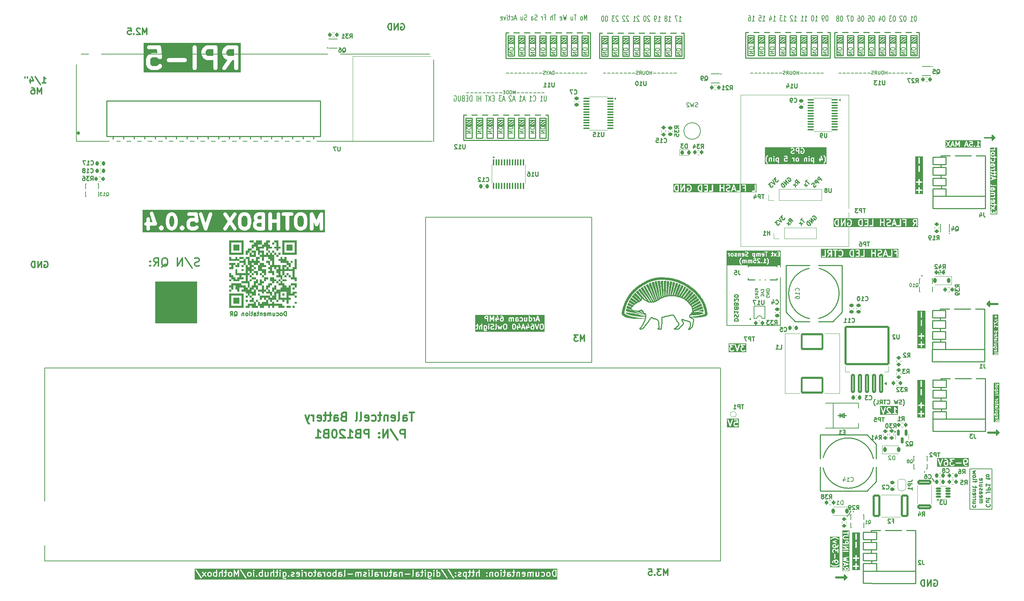
<source format=gbr>
%TF.GenerationSoftware,KiCad,Pcbnew,9.0.2*%
%TF.CreationDate,2025-12-29T01:29:32-05:00*%
%TF.ProjectId,Mothbox_5.0.4,4d6f7468-626f-4785-9f35-2e302e342e6b,5.0.4*%
%TF.SameCoordinates,Original*%
%TF.FileFunction,Legend,Bot*%
%TF.FilePolarity,Positive*%
%FSLAX46Y46*%
G04 Gerber Fmt 4.6, Leading zero omitted, Abs format (unit mm)*
G04 Created by KiCad (PCBNEW 9.0.2) date 2025-12-29 01:29:32*
%MOMM*%
%LPD*%
G01*
G04 APERTURE LIST*
G04 Aperture macros list*
%AMRoundRect*
0 Rectangle with rounded corners*
0 $1 Rounding radius*
0 $2 $3 $4 $5 $6 $7 $8 $9 X,Y pos of 4 corners*
0 Add a 4 corners polygon primitive as box body*
4,1,4,$2,$3,$4,$5,$6,$7,$8,$9,$2,$3,0*
0 Add four circle primitives for the rounded corners*
1,1,$1+$1,$2,$3*
1,1,$1+$1,$4,$5*
1,1,$1+$1,$6,$7*
1,1,$1+$1,$8,$9*
0 Add four rect primitives between the rounded corners*
20,1,$1+$1,$2,$3,$4,$5,0*
20,1,$1+$1,$4,$5,$6,$7,0*
20,1,$1+$1,$6,$7,$8,$9,0*
20,1,$1+$1,$8,$9,$2,$3,0*%
%AMFreePoly0*
4,1,23,0.500000,-0.750000,0.000000,-0.750000,0.000000,-0.745722,-0.065263,-0.745722,-0.191342,-0.711940,-0.304381,-0.646677,-0.396677,-0.554381,-0.461940,-0.441342,-0.495722,-0.315263,-0.495722,-0.250000,-0.500000,-0.250000,-0.500000,0.250000,-0.495722,0.250000,-0.495722,0.315263,-0.461940,0.441342,-0.396677,0.554381,-0.304381,0.646677,-0.191342,0.711940,-0.065263,0.745722,0.000000,0.745722,
0.000000,0.750000,0.500000,0.750000,0.500000,-0.750000,0.500000,-0.750000,$1*%
%AMFreePoly1*
4,1,23,0.000000,0.745722,0.065263,0.745722,0.191342,0.711940,0.304381,0.646677,0.396677,0.554381,0.461940,0.441342,0.495722,0.315263,0.495722,0.250000,0.500000,0.250000,0.500000,-0.250000,0.495722,-0.250000,0.495722,-0.315263,0.461940,-0.441342,0.396677,-0.554381,0.304381,-0.646677,0.191342,-0.711940,0.065263,-0.745722,0.000000,-0.745722,0.000000,-0.750000,-0.500000,-0.750000,
-0.500000,0.750000,0.000000,0.750000,0.000000,0.745722,0.000000,0.745722,$1*%
G04 Aperture macros list end*
%ADD10C,0.000000*%
%ADD11C,0.300000*%
%ADD12C,0.238124*%
%ADD13C,0.250000*%
%ADD14C,0.100000*%
%ADD15C,0.500000*%
%ADD16C,0.200000*%
%ADD17C,0.150000*%
%ADD18C,0.270000*%
%ADD19C,0.230000*%
%ADD20C,0.240000*%
%ADD21C,0.260000*%
%ADD22C,0.220000*%
%ADD23C,0.320000*%
%ADD24C,0.160000*%
%ADD25C,0.875000*%
%ADD26C,1.000000*%
%ADD27C,0.400000*%
%ADD28C,0.350000*%
%ADD29C,0.130000*%
%ADD30C,0.170000*%
%ADD31C,0.120000*%
%ADD32C,0.050000*%
%ADD33C,0.127000*%
%ADD34RoundRect,0.225000X0.225000X0.375000X-0.225000X0.375000X-0.225000X-0.375000X0.225000X-0.375000X0*%
%ADD35C,3.200000*%
%ADD36C,1.000000*%
%ADD37C,12.800000*%
%ADD38R,1.700000X1.700000*%
%ADD39C,1.700000*%
%ADD40R,1.800000X1.780000*%
%ADD41C,1.800000*%
%ADD42RoundRect,0.225000X0.225000X0.250000X-0.225000X0.250000X-0.225000X-0.250000X0.225000X-0.250000X0*%
%ADD43RoundRect,0.225000X-0.225000X-0.250000X0.225000X-0.250000X0.225000X0.250000X-0.225000X0.250000X0*%
%ADD44RoundRect,0.200000X-0.200000X-0.275000X0.200000X-0.275000X0.200000X0.275000X-0.200000X0.275000X0*%
%ADD45RoundRect,0.225000X0.250000X-0.225000X0.250000X0.225000X-0.250000X0.225000X-0.250000X-0.225000X0*%
%ADD46R,0.450000X0.400000*%
%ADD47R,0.910000X0.400000*%
%ADD48R,0.910000X0.810000*%
%ADD49R,1.100000X2.200000*%
%ADD50RoundRect,0.218750X-0.218750X-0.256250X0.218750X-0.256250X0.218750X0.256250X-0.218750X0.256250X0*%
%ADD51R,1.600000X5.000000*%
%ADD52RoundRect,0.200000X0.275000X-0.200000X0.275000X0.200000X-0.275000X0.200000X-0.275000X-0.200000X0*%
%ADD53RoundRect,0.200000X-0.275000X0.200000X-0.275000X-0.200000X0.275000X-0.200000X0.275000X0.200000X0*%
%ADD54RoundRect,0.100000X0.637500X0.100000X-0.637500X0.100000X-0.637500X-0.100000X0.637500X-0.100000X0*%
%ADD55FreePoly0,90.000000*%
%ADD56FreePoly1,90.000000*%
%ADD57RoundRect,0.225000X-0.250000X0.225000X-0.250000X-0.225000X0.250000X-0.225000X0.250000X0.225000X0*%
%ADD58RoundRect,0.125000X-0.537500X-0.125000X0.537500X-0.125000X0.537500X0.125000X-0.537500X0.125000X0*%
%ADD59R,0.700000X2.000000*%
%ADD60R,2.000000X2.400000*%
%ADD61R,2.080000X0.980000*%
%ADD62RoundRect,0.200000X0.200000X0.275000X-0.200000X0.275000X-0.200000X-0.275000X0.200000X-0.275000X0*%
%ADD63R,0.400000X0.750000*%
%ADD64R,0.400000X0.800000*%
%ADD65R,2.600000X2.000000*%
%ADD66RoundRect,0.250000X-1.425000X0.362500X-1.425000X-0.362500X1.425000X-0.362500X1.425000X0.362500X0*%
%ADD67RoundRect,0.250000X0.300000X-2.050000X0.300000X2.050000X-0.300000X2.050000X-0.300000X-2.050000X0*%
%ADD68RoundRect,0.250002X5.149998X-4.449998X5.149998X4.449998X-5.149998X4.449998X-5.149998X-4.449998X0*%
%ADD69C,4.204000*%
%ADD70RoundRect,0.100000X-0.100000X0.637500X-0.100000X-0.637500X0.100000X-0.637500X0.100000X0.637500X0*%
%ADD71RoundRect,0.250000X2.500000X-1.750000X2.500000X1.750000X-2.500000X1.750000X-2.500000X-1.750000X0*%
%ADD72R,5.000000X1.600000*%
%ADD73RoundRect,0.250000X-0.712500X-2.475000X0.712500X-2.475000X0.712500X2.475000X-0.712500X2.475000X0*%
%ADD74R,2.700000X3.300000*%
%ADD75R,0.400000X0.450000*%
%ADD76R,0.400000X0.910000*%
%ADD77R,0.810000X0.910000*%
%ADD78RoundRect,0.150000X-0.150000X0.587500X-0.150000X-0.587500X0.150000X-0.587500X0.150000X0.587500X0*%
%ADD79R,1.400000X0.410000*%
%ADD80RoundRect,0.225000X-0.225000X-0.375000X0.225000X-0.375000X0.225000X0.375000X-0.225000X0.375000X0*%
G04 APERTURE END LIST*
D10*
G36*
X-13625126Y14243454D02*
G01*
X-14117250Y14243454D01*
X-14117250Y14735578D01*
X-13625126Y14735578D01*
X-13625126Y14243454D01*
G37*
G36*
X73781852Y8675724D02*
G01*
X73875583Y8671631D01*
X73969127Y8665306D01*
X74062300Y8656749D01*
X74154914Y8645959D01*
X74250149Y8633340D01*
X74345290Y8619418D01*
X74534922Y8588412D01*
X74723066Y8554429D01*
X74908977Y8518958D01*
X75607477Y8376083D01*
X76210726Y8257021D01*
X76584409Y8170576D01*
X76955859Y8077435D01*
X77325821Y7976852D01*
X77510477Y7923537D01*
X77695039Y7868084D01*
X77812738Y7832117D01*
X77870703Y7813669D01*
X77928203Y7794662D01*
X77985332Y7774911D01*
X78042181Y7754230D01*
X78098844Y7732433D01*
X78155415Y7709333D01*
X78147477Y7637897D01*
X78083977Y7637897D01*
X77489657Y7663694D01*
X77194357Y7680313D01*
X76901289Y7701397D01*
X76528227Y7734139D01*
X76340951Y7751627D01*
X76247779Y7761626D01*
X76155164Y7772834D01*
X75401102Y7876022D01*
X75293961Y7891649D01*
X75186913Y7908764D01*
X75080052Y7927368D01*
X74973469Y7947460D01*
X74867258Y7969040D01*
X74761513Y7992108D01*
X74656325Y8016665D01*
X74551789Y8042710D01*
X74445362Y8070646D01*
X74340329Y8101001D01*
X74236599Y8133960D01*
X74134078Y8169710D01*
X74032674Y8208437D01*
X73932292Y8250325D01*
X73832841Y8295563D01*
X73734227Y8344335D01*
X73680680Y8371884D01*
X73627319Y8401014D01*
X73574330Y8431818D01*
X73521899Y8464390D01*
X73470212Y8498822D01*
X73444706Y8516764D01*
X73419455Y8535207D01*
X73394484Y8554161D01*
X73369815Y8573639D01*
X73345472Y8593651D01*
X73321477Y8614210D01*
X73319989Y8615789D01*
X73318500Y8617543D01*
X73317012Y8619459D01*
X73315524Y8621527D01*
X73314036Y8623734D01*
X73312547Y8626070D01*
X73309571Y8631077D01*
X73306594Y8636456D01*
X73303618Y8642115D01*
X73297664Y8653897D01*
X73359180Y8664811D01*
X73372233Y8666842D01*
X73384729Y8668408D01*
X73390825Y8668987D01*
X73396852Y8669415D01*
X73402832Y8669681D01*
X73408789Y8669772D01*
X73501404Y8674609D01*
X73594576Y8677213D01*
X73688121Y8677585D01*
X73781852Y8675724D01*
G37*
G36*
X-16577875Y25562328D02*
G01*
X-17070000Y25562328D01*
X-17070000Y26054453D01*
X-16577875Y26054453D01*
X-16577875Y25562328D01*
G37*
G36*
X-12148750Y9814329D02*
G01*
X-12640875Y9814329D01*
X-12640875Y10306454D01*
X-12148750Y10306454D01*
X-12148750Y9814329D01*
G37*
G36*
X-10180251Y19656828D02*
G01*
X-10672375Y19656828D01*
X-10672375Y20148953D01*
X-10180251Y20148953D01*
X-10180251Y19656828D01*
G37*
G36*
X-12640875Y20641078D02*
G01*
X-13133001Y20641078D01*
X-13133001Y21133203D01*
X-12640875Y21133203D01*
X-12640875Y20641078D01*
G37*
G36*
X-17070000Y15719829D02*
G01*
X-17562125Y15719829D01*
X-17562125Y16211953D01*
X-17070000Y16211953D01*
X-17070000Y15719829D01*
G37*
G36*
X-14117250Y25562328D02*
G01*
X-14609375Y25562328D01*
X-14609375Y26054453D01*
X-14117250Y26054453D01*
X-14117250Y25562328D01*
G37*
G36*
X-14609375Y10306454D02*
G01*
X-15101501Y10306454D01*
X-15101501Y10798579D01*
X-14609375Y10798579D01*
X-14609375Y10306454D01*
G37*
G36*
X-17562125Y15719829D02*
G01*
X-18054250Y15719829D01*
X-18054250Y16211953D01*
X-17562125Y16211953D01*
X-17562125Y15719829D01*
G37*
G36*
X-15101501Y9814329D02*
G01*
X-15593625Y9814329D01*
X-15593625Y10306454D01*
X-15101501Y10306454D01*
X-15101501Y9814329D01*
G37*
G36*
X-11164501Y16704078D02*
G01*
X-11656626Y16704078D01*
X-11656626Y17196204D01*
X-11164501Y17196204D01*
X-11164501Y16704078D01*
G37*
G36*
X-15101501Y11290704D02*
G01*
X-15593625Y11290704D01*
X-15593625Y11782829D01*
X-15101501Y11782829D01*
X-15101501Y11290704D01*
G37*
G36*
X-11656626Y11782829D02*
G01*
X-12148750Y11782829D01*
X-12148750Y12274954D01*
X-11656626Y12274954D01*
X-11656626Y11782829D01*
G37*
G36*
X-13625126Y14735578D02*
G01*
X-14117250Y14735578D01*
X-14117250Y15227704D01*
X-13625126Y15227704D01*
X-13625126Y14735578D01*
G37*
G36*
X-12640875Y10306454D02*
G01*
X-13133001Y10306454D01*
X-13133001Y10798579D01*
X-12640875Y10798579D01*
X-12640875Y10306454D01*
G37*
D11*
X161547418Y50171694D02*
X162147729Y50784513D01*
D10*
G36*
X-21007000Y19164704D02*
G01*
X-21499125Y19164704D01*
X-21499125Y19656828D01*
X-21007000Y19656828D01*
X-21007000Y19164704D01*
G37*
G36*
X-14117250Y17688329D02*
G01*
X-14609375Y17688329D01*
X-14609375Y18180453D01*
X-14117250Y18180453D01*
X-14117250Y17688329D01*
G37*
G36*
X-10180251Y11290704D02*
G01*
X-10672375Y11290704D01*
X-10672375Y11782829D01*
X-10180251Y11782829D01*
X-10180251Y11290704D01*
G37*
G36*
X-11656626Y22117453D02*
G01*
X-12148750Y22117453D01*
X-12148750Y22609578D01*
X-11656626Y22609578D01*
X-11656626Y22117453D01*
G37*
G36*
X89344963Y13720625D02*
G01*
X89397642Y13674860D01*
X89449949Y13628352D01*
X89502070Y13581099D01*
X89606497Y13484360D01*
X89712413Y13384646D01*
X89672726Y13344958D01*
X89236164Y12908396D01*
X88879968Y12551208D01*
X88703731Y12372614D01*
X88529726Y12194021D01*
X87966163Y11630458D01*
X87929746Y11662844D01*
X87892121Y11694578D01*
X87853565Y11725755D01*
X87814358Y11756466D01*
X87656601Y11876520D01*
X88632914Y13011583D01*
X89236164Y13710084D01*
X89239055Y13713149D01*
X89241807Y13716378D01*
X89244465Y13719746D01*
X89247078Y13723230D01*
X89252349Y13730454D01*
X89255101Y13734148D01*
X89257992Y13737865D01*
X89261069Y13741581D01*
X89264379Y13745275D01*
X89267968Y13748922D01*
X89271883Y13752499D01*
X89273976Y13754255D01*
X89276169Y13755984D01*
X89278466Y13757684D01*
X89280874Y13759352D01*
X89283398Y13760985D01*
X89286044Y13762580D01*
X89288818Y13764135D01*
X89291726Y13765646D01*
X89344963Y13720625D01*
G37*
G36*
X-7227501Y11782829D02*
G01*
X-7719626Y11782829D01*
X-7719626Y12274954D01*
X-7227501Y12274954D01*
X-7227501Y11782829D01*
G37*
G36*
X82071579Y16368153D02*
G01*
X82163186Y16365006D01*
X82247072Y16360092D01*
X82315889Y16353503D01*
X82342351Y16349610D01*
X82362290Y16345333D01*
X82370227Y16273895D01*
X82386103Y15829395D01*
X82401978Y15281708D01*
X82417852Y14868957D01*
X82449601Y13956145D01*
X82465476Y13408457D01*
X82468097Y13357515D01*
X82470065Y13306014D01*
X82472422Y13202083D01*
X82473291Y13098151D01*
X82473415Y12995708D01*
X82489290Y12503584D01*
X82453231Y12491321D01*
X82416613Y12478407D01*
X82342447Y12450998D01*
X82268281Y12422100D01*
X82195603Y12392459D01*
X81814603Y15932583D01*
X81811270Y15983526D01*
X81807285Y16035026D01*
X81797736Y16138958D01*
X81786698Y16242890D01*
X81774916Y16345333D01*
X81774916Y16353270D01*
X81774916Y16361208D01*
X81796250Y16363907D01*
X81823920Y16366060D01*
X81894598Y16368773D01*
X81979600Y16369440D01*
X82071579Y16368153D01*
G37*
G36*
X-8211751Y13751329D02*
G01*
X-8703876Y13751329D01*
X-8703876Y14243454D01*
X-8211751Y14243454D01*
X-8211751Y13751329D01*
G37*
G36*
X-13625126Y22609578D02*
G01*
X-14117250Y22609578D01*
X-14117250Y23101703D01*
X-13625126Y23101703D01*
X-13625126Y22609578D01*
G37*
G36*
X-16577875Y11290704D02*
G01*
X-17070000Y11290704D01*
X-17070000Y11782829D01*
X-16577875Y11782829D01*
X-16577875Y11290704D01*
G37*
G36*
X-14117250Y22117453D02*
G01*
X-14609375Y22117453D01*
X-14609375Y22609578D01*
X-14117250Y22609578D01*
X-14117250Y22117453D01*
G37*
G36*
X-11164501Y10798579D02*
G01*
X-11656626Y10798579D01*
X-11656626Y11290704D01*
X-11164501Y11290704D01*
X-11164501Y10798579D01*
G37*
G36*
X-11164501Y20641078D02*
G01*
X-11656626Y20641078D01*
X-11656626Y21133203D01*
X-11164501Y21133203D01*
X-11164501Y20641078D01*
G37*
G36*
X-15593625Y15227704D02*
G01*
X-16085750Y15227704D01*
X-16085750Y15719829D01*
X-15593625Y15719829D01*
X-15593625Y15227704D01*
G37*
G36*
X-15593625Y22609578D02*
G01*
X-16085750Y22609578D01*
X-16085750Y23101703D01*
X-15593625Y23101703D01*
X-15593625Y22609578D01*
G37*
G36*
X-8211751Y19656828D02*
G01*
X-8703876Y19656828D01*
X-8703876Y20148953D01*
X-8211751Y20148953D01*
X-8211751Y19656828D01*
G37*
G36*
X-19530625Y14243454D02*
G01*
X-20022750Y14243454D01*
X-20022750Y14735578D01*
X-19530625Y14735578D01*
X-19530625Y14243454D01*
G37*
G36*
X-14117250Y23101703D02*
G01*
X-14609375Y23101703D01*
X-14609375Y23593828D01*
X-14117250Y23593828D01*
X-14117250Y23101703D01*
G37*
G36*
X-14117250Y15719829D02*
G01*
X-14609375Y15719829D01*
X-14609375Y16211953D01*
X-14117250Y16211953D01*
X-14117250Y15719829D01*
G37*
G36*
X-15593625Y25070203D02*
G01*
X-16085750Y25070203D01*
X-16085750Y25562328D01*
X-15593625Y25562328D01*
X-15593625Y25070203D01*
G37*
G36*
X-8703876Y19656828D02*
G01*
X-9196000Y19656828D01*
X-9196000Y20148953D01*
X-8703876Y20148953D01*
X-8703876Y19656828D01*
G37*
G36*
X-19038500Y17688329D02*
G01*
X-19530625Y17688329D01*
X-19530625Y18180453D01*
X-19038500Y18180453D01*
X-19038500Y17688329D01*
G37*
G36*
X86826140Y15337255D02*
G01*
X86827628Y15337218D01*
X86829117Y15337146D01*
X86830605Y15337028D01*
X86832093Y15336852D01*
X86833581Y15336606D01*
X86835069Y15336278D01*
X86836558Y15335858D01*
X86838046Y15335332D01*
X86839534Y15334691D01*
X86841023Y15333922D01*
X86842511Y15333013D01*
X86843255Y15332503D01*
X86843999Y15331953D01*
X86844744Y15331363D01*
X86845488Y15330730D01*
X86846232Y15330054D01*
X86846976Y15329333D01*
X87299413Y15099145D01*
X87300157Y15099100D01*
X87300903Y15098965D01*
X87301652Y15098746D01*
X87302405Y15098448D01*
X87303164Y15098073D01*
X87303931Y15097628D01*
X87305491Y15096541D01*
X87307097Y15095221D01*
X87308762Y15093704D01*
X87312312Y15090216D01*
X87316235Y15086355D01*
X87318365Y15084373D01*
X87320622Y15082402D01*
X87323019Y15080478D01*
X87325568Y15078635D01*
X87326902Y15077755D01*
X87328279Y15076908D01*
X87329699Y15076100D01*
X87331164Y15075333D01*
X86005602Y12575021D01*
X85640476Y12662333D01*
X86461015Y14523676D01*
X86719852Y15109067D01*
X86823163Y15337270D01*
X86826140Y15337255D01*
G37*
G36*
X-18054250Y21133203D02*
G01*
X-18546375Y21133203D01*
X-18546375Y21625328D01*
X-18054250Y21625328D01*
X-18054250Y21133203D01*
G37*
G36*
X-13133001Y25070203D02*
G01*
X-13625126Y25070203D01*
X-13625126Y25562328D01*
X-13133001Y25562328D01*
X-13133001Y25070203D01*
G37*
G36*
X-13133001Y11782829D02*
G01*
X-13625126Y11782829D01*
X-13625126Y12274954D01*
X-13133001Y12274954D01*
X-13133001Y11782829D01*
G37*
G36*
X-15593625Y18180453D02*
G01*
X-16085750Y18180453D01*
X-16085750Y18672578D01*
X-15593625Y18672578D01*
X-15593625Y18180453D01*
G37*
G36*
X-16085750Y22117453D02*
G01*
X-16577875Y22117453D01*
X-16577875Y22609578D01*
X-16085750Y22609578D01*
X-16085750Y22117453D01*
G37*
G36*
X-13625126Y13751329D02*
G01*
X-14117250Y13751329D01*
X-14117250Y14243454D01*
X-13625126Y14243454D01*
X-13625126Y13751329D01*
G37*
D11*
X162543080Y-19621990D02*
X162543080Y-20847627D01*
D10*
G36*
X-19530625Y14735578D02*
G01*
X-20022750Y14735578D01*
X-20022750Y15227704D01*
X-19530625Y15227704D01*
X-19530625Y14735578D01*
G37*
G36*
X-16085750Y10306454D02*
G01*
X-16577875Y10306454D01*
X-16577875Y10798579D01*
X-16085750Y10798579D01*
X-16085750Y10306454D01*
G37*
G36*
X-12148750Y18180453D02*
G01*
X-12640875Y18180453D01*
X-12640875Y18672578D01*
X-12148750Y18672578D01*
X-12148750Y18180453D01*
G37*
G36*
X-20022750Y18672578D02*
G01*
X-20514875Y18672578D01*
X-20514875Y19164704D01*
X-20022750Y19164704D01*
X-20022750Y18672578D01*
G37*
G36*
X-16577875Y20148953D02*
G01*
X-17070000Y20148953D01*
X-17070000Y20641078D01*
X-16577875Y20641078D01*
X-16577875Y20148953D01*
G37*
D11*
X125961449Y-54500191D02*
X125961449Y-55725830D01*
D10*
G36*
X91823418Y10152068D02*
G01*
X91846114Y10086367D01*
X91868066Y10020293D01*
X91889274Y9953662D01*
X91909738Y9886286D01*
X91929457Y9817980D01*
X91948433Y9748558D01*
X91966665Y9677834D01*
X91962380Y9675037D01*
X91958432Y9672578D01*
X91954787Y9670421D01*
X91951409Y9668531D01*
X91948263Y9666874D01*
X91945316Y9665415D01*
X91942531Y9664119D01*
X91939874Y9662950D01*
X91934805Y9660857D01*
X91929829Y9658857D01*
X91924667Y9656672D01*
X91921928Y9655422D01*
X91919039Y9654021D01*
X90109289Y9011083D01*
X90100018Y9008122D01*
X90090189Y9005254D01*
X90079988Y9002572D01*
X90069601Y9000169D01*
X90059214Y8998138D01*
X90054079Y8997292D01*
X90049013Y8996573D01*
X90044041Y8995993D01*
X90039184Y8995565D01*
X90034468Y8995300D01*
X90029914Y8995209D01*
X89968103Y8985907D01*
X89907502Y8975861D01*
X89847831Y8965071D01*
X89788812Y8953537D01*
X89730164Y8941258D01*
X89671610Y8928236D01*
X89553664Y8899958D01*
X89535836Y8905602D01*
X89518193Y8910873D01*
X89500923Y8916144D01*
X89492485Y8918895D01*
X89484210Y8921787D01*
X89476121Y8924864D01*
X89468242Y8928174D01*
X89460595Y8931763D01*
X89453204Y8935677D01*
X89446092Y8939964D01*
X89439283Y8944669D01*
X89432799Y8949839D01*
X89429686Y8952613D01*
X89426663Y8955521D01*
X89420918Y8961497D01*
X89415579Y8967518D01*
X89410635Y8973583D01*
X89406076Y8979690D01*
X89401888Y8985838D01*
X89398061Y8992025D01*
X89394582Y8998249D01*
X89391441Y9004510D01*
X89388625Y9010806D01*
X89386123Y9017136D01*
X89383924Y9023497D01*
X89382015Y9029889D01*
X89379023Y9042758D01*
X89377054Y9055732D01*
X89376015Y9068799D01*
X89375814Y9081948D01*
X89376356Y9095166D01*
X89377550Y9108442D01*
X89379302Y9121765D01*
X89381519Y9135123D01*
X89386975Y9161896D01*
X90585538Y9692716D01*
X91784099Y10217584D01*
X91792039Y10217584D01*
X91799977Y10217584D01*
X91823418Y10152068D01*
G37*
G36*
X-9196000Y13751329D02*
G01*
X-9688126Y13751329D01*
X-9688126Y14243454D01*
X-9196000Y14243454D01*
X-9196000Y13751329D01*
G37*
G36*
X-18546375Y14735578D02*
G01*
X-19038500Y14735578D01*
X-19038500Y15227704D01*
X-18546375Y15227704D01*
X-18546375Y14735578D01*
G37*
G36*
X-19530625Y23593828D02*
G01*
X-21007000Y23593828D01*
X-21007000Y25070203D01*
X-19530625Y25070203D01*
X-19530625Y23593828D01*
G37*
G36*
X-15101501Y25070203D02*
G01*
X-15593625Y25070203D01*
X-15593625Y25562328D01*
X-15101501Y25562328D01*
X-15101501Y25070203D01*
G37*
G36*
X-15593625Y19164704D02*
G01*
X-16085750Y19164704D01*
X-16085750Y19656828D01*
X-15593625Y19656828D01*
X-15593625Y19164704D01*
G37*
G36*
X-15593625Y10798579D02*
G01*
X-16085750Y10798579D01*
X-16085750Y11290704D01*
X-15593625Y11290704D01*
X-15593625Y10798579D01*
G37*
G36*
X-7227501Y19656828D02*
G01*
X-7719626Y19656828D01*
X-7719626Y20148953D01*
X-7227501Y20148953D01*
X-7227501Y19656828D01*
G37*
G36*
X-12640875Y25562328D02*
G01*
X-13133001Y25562328D01*
X-13133001Y26054453D01*
X-12640875Y26054453D01*
X-12640875Y25562328D01*
G37*
D11*
X163143391Y-20234808D02*
X162543080Y-19621990D01*
D10*
G36*
X-16085750Y12767079D02*
G01*
X-16577875Y12767079D01*
X-16577875Y13259203D01*
X-16085750Y13259203D01*
X-16085750Y12767079D01*
G37*
G36*
X-21007000Y20148953D02*
G01*
X-21499125Y20148953D01*
X-21499125Y20641078D01*
X-21007000Y20641078D01*
X-21007000Y20148953D01*
G37*
G36*
X-12148750Y24578078D02*
G01*
X-12640875Y24578078D01*
X-12640875Y25070203D01*
X-12148750Y25070203D01*
X-12148750Y24578078D01*
G37*
G36*
X-6243251Y18672578D02*
G01*
X-6735376Y18672578D01*
X-6735376Y19164704D01*
X-6243251Y19164704D01*
X-6243251Y18672578D01*
G37*
G36*
X-18546375Y13751329D02*
G01*
X-19038500Y13751329D01*
X-19038500Y14243454D01*
X-18546375Y14243454D01*
X-18546375Y13751329D01*
G37*
G36*
X-17562125Y19164704D02*
G01*
X-18054250Y19164704D01*
X-18054250Y19656828D01*
X-17562125Y19656828D01*
X-17562125Y19164704D01*
G37*
G36*
X-13133001Y16704078D02*
G01*
X-13625126Y16704078D01*
X-13625126Y17196204D01*
X-13133001Y17196204D01*
X-13133001Y16704078D01*
G37*
G36*
X78068117Y15247338D02*
G01*
X78068154Y15246278D01*
X78068225Y15245369D01*
X78068278Y15244967D01*
X78068344Y15244600D01*
X78068424Y15244264D01*
X78068520Y15243958D01*
X78068634Y15243682D01*
X78068766Y15243433D01*
X78068919Y15243210D01*
X78069094Y15243012D01*
X78069291Y15242838D01*
X78069514Y15242685D01*
X78069763Y15242552D01*
X78070039Y15242439D01*
X78070345Y15242343D01*
X78070681Y15242262D01*
X78071049Y15242197D01*
X78071450Y15242144D01*
X78072359Y15242073D01*
X78073419Y15242036D01*
X78076039Y15242020D01*
X78079357Y15235711D01*
X78083232Y15228750D01*
X78091914Y15213247D01*
X78096348Y15204891D01*
X78100596Y15196256D01*
X78102592Y15191862D01*
X78104471Y15187434D01*
X78106212Y15182983D01*
X78107789Y15178520D01*
X79109899Y13242763D01*
X80123915Y11312958D01*
X80088196Y11304400D01*
X80052477Y11296587D01*
X80016758Y11289517D01*
X79981040Y11283192D01*
X79945321Y11277611D01*
X79909602Y11272774D01*
X79873883Y11268681D01*
X79838165Y11265333D01*
X78425290Y13559270D01*
X77607727Y14892770D01*
X77604752Y14897146D01*
X77601789Y14901359D01*
X77595945Y14909389D01*
X77590286Y14917048D01*
X77584907Y14924520D01*
X77582350Y14928245D01*
X77579899Y14931992D01*
X77577564Y14935787D01*
X77575357Y14939651D01*
X77573289Y14943608D01*
X77571372Y14947681D01*
X77569619Y14951894D01*
X77568039Y14956270D01*
X77568062Y14957014D01*
X77568128Y14957757D01*
X77568235Y14958496D01*
X77568380Y14959231D01*
X77568560Y14959961D01*
X77568772Y14960683D01*
X77569012Y14961396D01*
X77569279Y14962099D01*
X77569570Y14962791D01*
X77569880Y14963469D01*
X77570208Y14964133D01*
X77570551Y14964781D01*
X77570905Y14965412D01*
X77571268Y14966023D01*
X77572008Y14967184D01*
X77572748Y14968252D01*
X77573465Y14969215D01*
X77574136Y14970062D01*
X77574737Y14970781D01*
X77575636Y14971788D01*
X77575977Y14972145D01*
X77587792Y14978187D01*
X77599433Y14984392D01*
X77622237Y14997198D01*
X77644484Y15010375D01*
X77666266Y15023739D01*
X77708806Y15050280D01*
X77729750Y15063085D01*
X77750602Y15075332D01*
X78060164Y15249958D01*
X78068101Y15249958D01*
X78068117Y15247338D01*
G37*
G36*
X88126200Y14608074D02*
G01*
X88185313Y14572294D01*
X88256146Y14527583D01*
X88332281Y14478036D01*
X88407300Y14427744D01*
X88474784Y14380801D01*
X88528316Y14341300D01*
X88547844Y14325619D01*
X88561476Y14313333D01*
X88561461Y14310713D01*
X88561424Y14309653D01*
X88561352Y14308744D01*
X88561300Y14308343D01*
X88561234Y14307975D01*
X88561154Y14307639D01*
X88561058Y14307333D01*
X88560944Y14307057D01*
X88560812Y14306808D01*
X88560659Y14306585D01*
X88560484Y14306388D01*
X88560286Y14306213D01*
X88560064Y14306060D01*
X88559815Y14305928D01*
X88559539Y14305814D01*
X88559233Y14305718D01*
X88558897Y14305638D01*
X88558530Y14305572D01*
X88558128Y14305519D01*
X88557219Y14305448D01*
X88556160Y14305411D01*
X88553540Y14305395D01*
X87784594Y13269552D01*
X87021602Y12233708D01*
X86842016Y12305146D01*
X86750362Y12340865D01*
X86656477Y12376583D01*
X86972984Y12872677D01*
X87128633Y13119980D01*
X87283539Y13368771D01*
X88045539Y14575271D01*
X88085226Y14630833D01*
X88126200Y14608074D01*
G37*
G36*
X-16085750Y21133203D02*
G01*
X-16577875Y21133203D01*
X-16577875Y21625328D01*
X-16085750Y21625328D01*
X-16085750Y21133203D01*
G37*
G36*
X-9688126Y19164704D02*
G01*
X-10180251Y19164704D01*
X-10180251Y19656828D01*
X-9688126Y19656828D01*
X-9688126Y19164704D01*
G37*
G36*
X-5751126Y25537722D02*
G01*
X-5751126Y23126309D01*
X-5751126Y22609578D01*
X-6267858Y22609578D01*
X-8679270Y22609578D01*
X-9196000Y22609578D01*
X-9196000Y23126309D01*
X-9196000Y25537722D01*
X-8679270Y25537722D01*
X-8679270Y23126309D01*
X-6267858Y23126309D01*
X-6267858Y25537722D01*
X-8679270Y25537722D01*
X-9196000Y25537722D01*
X-9196000Y26054453D01*
X-8679270Y26054453D01*
X-6267858Y26054453D01*
X-5751126Y26054453D01*
X-5751126Y25537722D01*
G37*
G36*
X-10672375Y22609578D02*
G01*
X-11164501Y22609578D01*
X-11164501Y23101703D01*
X-10672375Y23101703D01*
X-10672375Y22609578D01*
G37*
G36*
X-11164501Y19656828D02*
G01*
X-11656626Y19656828D01*
X-11656626Y20148953D01*
X-11164501Y20148953D01*
X-11164501Y19656828D01*
G37*
G36*
X-9196000Y9814329D02*
G01*
X-9688126Y9814329D01*
X-9688126Y10306454D01*
X-9196000Y10306454D01*
X-9196000Y9814329D01*
G37*
G36*
X-13625126Y21625328D02*
G01*
X-14117250Y21625328D01*
X-14117250Y22117453D01*
X-13625126Y22117453D01*
X-13625126Y21625328D01*
G37*
G36*
X-21499125Y19164704D02*
G01*
X-21991250Y19164704D01*
X-21991250Y19656828D01*
X-21499125Y19656828D01*
X-21499125Y19164704D01*
G37*
G36*
X-11164501Y9814329D02*
G01*
X-11656626Y9814329D01*
X-11656626Y10306454D01*
X-11164501Y10306454D01*
X-11164501Y9814329D01*
G37*
G36*
X-13133001Y19656828D02*
G01*
X-13625126Y19656828D01*
X-13625126Y20148953D01*
X-13133001Y20148953D01*
X-13133001Y19656828D01*
G37*
G36*
X-9688126Y16211953D02*
G01*
X-10180251Y16211953D01*
X-10180251Y16704078D01*
X-9688126Y16704078D01*
X-9688126Y16211953D01*
G37*
G36*
X-16577875Y19164704D02*
G01*
X-17070000Y19164704D01*
X-17070000Y19656828D01*
X-16577875Y19656828D01*
X-16577875Y19164704D01*
G37*
G36*
X-16577875Y20641078D02*
G01*
X-17070000Y20641078D01*
X-17070000Y21133203D01*
X-16577875Y21133203D01*
X-16577875Y20641078D01*
G37*
G36*
X-8703876Y17688329D02*
G01*
X-9196000Y17688329D01*
X-9196000Y18180453D01*
X-8703876Y18180453D01*
X-8703876Y17688329D01*
G37*
G36*
X-15101501Y24578078D02*
G01*
X-15593625Y24578078D01*
X-15593625Y25070203D01*
X-15101501Y25070203D01*
X-15101501Y24578078D01*
G37*
G36*
X-19038500Y17196204D02*
G01*
X-19530625Y17196204D01*
X-19530625Y17688329D01*
X-19038500Y17688329D01*
X-19038500Y17196204D01*
G37*
G36*
X-11656626Y13259203D02*
G01*
X-12148750Y13259203D01*
X-12148750Y13751329D01*
X-11656626Y13751329D01*
X-11656626Y13259203D01*
G37*
G36*
X-10180251Y18672578D02*
G01*
X-10672375Y18672578D01*
X-10672375Y19164704D01*
X-10180251Y19164704D01*
X-10180251Y18672578D01*
G37*
G36*
X-17070000Y18672578D02*
G01*
X-17562125Y18672578D01*
X-17562125Y19164704D01*
X-17070000Y19164704D01*
X-17070000Y18672578D01*
G37*
G36*
X-9688126Y13751329D02*
G01*
X-10180251Y13751329D01*
X-10180251Y14243454D01*
X-9688126Y14243454D01*
X-9688126Y13751329D01*
G37*
G36*
X-9688126Y18180453D02*
G01*
X-10180251Y18180453D01*
X-10180251Y18672578D01*
X-9688126Y18672578D01*
X-9688126Y18180453D01*
G37*
G36*
X-8703876Y11782829D02*
G01*
X-9196000Y11782829D01*
X-9196000Y12274954D01*
X-8703876Y12274954D01*
X-8703876Y11782829D01*
G37*
G36*
X-11164501Y22117453D02*
G01*
X-11656626Y22117453D01*
X-11656626Y22609578D01*
X-11164501Y22609578D01*
X-11164501Y22117453D01*
G37*
G36*
X-17070000Y21133203D02*
G01*
X-17562125Y21133203D01*
X-17562125Y21625328D01*
X-17070000Y21625328D01*
X-17070000Y21133203D01*
G37*
G36*
X-18546375Y25537722D02*
G01*
X-18546375Y23126309D01*
X-18546375Y22609578D01*
X-19063106Y22609578D01*
X-21474519Y22609578D01*
X-21991250Y22609578D01*
X-21991250Y23126309D01*
X-21991250Y25537722D01*
X-21474519Y25537722D01*
X-21474519Y23126309D01*
X-19063106Y23126309D01*
X-19063106Y25537722D01*
X-21474519Y25537722D01*
X-21991250Y25537722D01*
X-21991250Y26054453D01*
X-21474519Y26054453D01*
X-19063106Y26054453D01*
X-18546375Y26054453D01*
X-18546375Y25537722D01*
G37*
G36*
X-12640875Y25070203D02*
G01*
X-13133001Y25070203D01*
X-13133001Y25562328D01*
X-12640875Y25562328D01*
X-12640875Y25070203D01*
G37*
G36*
X-9196000Y15227704D02*
G01*
X-9688126Y15227704D01*
X-9688126Y15719829D01*
X-9196000Y15719829D01*
X-9196000Y15227704D01*
G37*
G36*
X-8703876Y13751329D02*
G01*
X-9196000Y13751329D01*
X-9196000Y14243454D01*
X-8703876Y14243454D01*
X-8703876Y13751329D01*
G37*
G36*
X-8703876Y14243454D02*
G01*
X-9196000Y14243454D01*
X-9196000Y14735578D01*
X-8703876Y14735578D01*
X-8703876Y14243454D01*
G37*
G36*
X-12640875Y11290704D02*
G01*
X-13133001Y11290704D01*
X-13133001Y11782829D01*
X-12640875Y11782829D01*
X-12640875Y11290704D01*
G37*
D11*
X160844353Y10159893D02*
X160844353Y11385530D01*
D10*
G36*
X-20022750Y17688329D02*
G01*
X-20514875Y17688329D01*
X-20514875Y18180453D01*
X-20022750Y18180453D01*
X-20022750Y17688329D01*
G37*
G36*
X-13133001Y10798579D02*
G01*
X-13625126Y10798579D01*
X-13625126Y11290704D01*
X-13133001Y11290704D01*
X-13133001Y10798579D01*
G37*
G36*
X-17070000Y19164704D02*
G01*
X-17562125Y19164704D01*
X-17562125Y19656828D01*
X-17070000Y19656828D01*
X-17070000Y19164704D01*
G37*
G36*
X-21007000Y15227704D02*
G01*
X-21499125Y15227704D01*
X-21499125Y15719829D01*
X-21007000Y15719829D01*
X-21007000Y15227704D01*
G37*
G36*
X77125462Y9300352D02*
G01*
X77140585Y9299338D01*
X77155289Y9297453D01*
X77169622Y9294683D01*
X77183629Y9291019D01*
X77197357Y9286447D01*
X77210852Y9280957D01*
X77212431Y9279469D01*
X77214185Y9277981D01*
X77216102Y9276493D01*
X77218169Y9275004D01*
X77220377Y9273516D01*
X77222712Y9272028D01*
X77227719Y9269052D01*
X77233099Y9266075D01*
X77238757Y9263099D01*
X77250539Y9257146D01*
X77265240Y9246086D01*
X77279592Y9233782D01*
X77293618Y9220293D01*
X77307342Y9205676D01*
X77320787Y9189988D01*
X77333976Y9173290D01*
X77346933Y9155638D01*
X77359680Y9137091D01*
X77372241Y9117706D01*
X77384639Y9097543D01*
X77409041Y9055111D01*
X77433071Y9010261D01*
X77456914Y8963458D01*
X77468821Y8942266D01*
X77480727Y8920422D01*
X77504539Y8875153D01*
X77528352Y8828397D01*
X77552165Y8780896D01*
X77333263Y8877386D01*
X77116594Y8975365D01*
X76686977Y9169833D01*
X76747872Y9193645D01*
X76811000Y9217458D01*
X76940977Y9265083D01*
X76962844Y9272151D01*
X76983827Y9278462D01*
X77003973Y9284006D01*
X77023328Y9288771D01*
X77041940Y9292746D01*
X77059853Y9295918D01*
X77077116Y9298277D01*
X77093774Y9299809D01*
X77109874Y9300505D01*
X77125462Y9300352D01*
G37*
G36*
X-10180251Y25562328D02*
G01*
X-10672375Y25562328D01*
X-10672375Y26054453D01*
X-10180251Y26054453D01*
X-10180251Y25562328D01*
G37*
G36*
X-20022750Y18180453D02*
G01*
X-20514875Y18180453D01*
X-20514875Y18672578D01*
X-20022750Y18672578D01*
X-20022750Y18180453D01*
G37*
D12*
X84686614Y12789207D02*
X84778267Y12788339D01*
X84868432Y12785982D01*
X84913189Y12784013D01*
X84957853Y12781393D01*
X85116603Y12773456D01*
X85122646Y12772058D01*
X85128851Y12770836D01*
X85135195Y12769776D01*
X85141656Y12768867D01*
X85154834Y12767456D01*
X85168198Y12766511D01*
X85181561Y12765937D01*
X85194739Y12765643D01*
X85219791Y12765519D01*
X85481728Y12709956D01*
X85632541Y12678206D01*
X85679809Y12668920D01*
X85726427Y12658983D01*
X85772486Y12648487D01*
X85818080Y12637527D01*
X85908245Y12614582D01*
X85997666Y12590894D01*
X86148478Y12551206D01*
X86196088Y12538943D01*
X86243604Y12526029D01*
X86290934Y12512557D01*
X86337986Y12498620D01*
X86430879Y12469723D01*
X86521541Y12440081D01*
X86561848Y12428175D01*
X86599923Y12416269D01*
X86636509Y12404362D01*
X86672352Y12392456D01*
X86719621Y12377201D01*
X86766238Y12361202D01*
X86812298Y12344459D01*
X86857892Y12326972D01*
X86903114Y12308740D01*
X86948057Y12289765D01*
X86992814Y12270045D01*
X87037478Y12249581D01*
X87055338Y12243271D01*
X87073197Y12236310D01*
X87091056Y12228792D01*
X87108916Y12220807D01*
X87126775Y12212451D01*
X87144634Y12203816D01*
X87180353Y12186081D01*
X87229342Y12160904D01*
X87280564Y12133495D01*
X87333275Y12104597D01*
X87386729Y12074956D01*
X87521666Y11987643D01*
X87536890Y11978357D01*
X87552672Y11968420D01*
X87568826Y11957924D01*
X87585166Y11946964D01*
X87601506Y11935631D01*
X87617660Y11924019D01*
X87633442Y11912222D01*
X87648666Y11900331D01*
X87726056Y11840676D01*
X87803447Y11780276D01*
X87880838Y11718389D01*
X87919533Y11686654D01*
X87958229Y11654269D01*
X88077291Y11559019D01*
X88148728Y11495518D01*
X88178122Y11471334D01*
X88206771Y11446405D01*
X88234676Y11420732D01*
X88261837Y11394315D01*
X88288254Y11367154D01*
X88313927Y11339249D01*
X88338856Y11310600D01*
X88363040Y11281206D01*
X88458290Y11162144D01*
X88490675Y11123108D01*
X88522410Y11083513D01*
X88553586Y11043546D01*
X88584298Y11003394D01*
X88704352Y10844644D01*
X88751978Y10781143D01*
X88754955Y10776770D01*
X88757932Y10772570D01*
X88760908Y10768534D01*
X88763885Y10764649D01*
X88766862Y10760903D01*
X88769838Y10757285D01*
X88772815Y10753783D01*
X88775791Y10750386D01*
X88781745Y10743859D01*
X88787698Y10737611D01*
X88793651Y10731550D01*
X88799604Y10725581D01*
X88866205Y10648191D01*
X88933550Y10570800D01*
X88966803Y10532105D01*
X88999406Y10493409D01*
X89031079Y10454714D01*
X89061542Y10416018D01*
X89148855Y10289019D01*
X89169318Y10256246D01*
X89189038Y10223287D01*
X89208014Y10189955D01*
X89226245Y10156066D01*
X89243733Y10121432D01*
X89260476Y10085868D01*
X89276475Y10049188D01*
X89291730Y10011206D01*
X89323479Y9923894D01*
X89329417Y9905694D01*
X89335261Y9886935D01*
X89340920Y9867804D01*
X89346299Y9848488D01*
X89351307Y9829171D01*
X89355849Y9810040D01*
X89359834Y9791281D01*
X89363167Y9773081D01*
X89374313Y9719844D01*
X89383879Y9667165D01*
X89391770Y9614858D01*
X89397893Y9562737D01*
X89402156Y9510616D01*
X89404466Y9458310D01*
X89404730Y9405631D01*
X89402854Y9352394D01*
X89402730Y9323868D01*
X89402435Y9310256D01*
X89401862Y9296831D01*
X89400916Y9283406D01*
X89399505Y9269794D01*
X89397536Y9255811D01*
X89394916Y9241269D01*
X89394792Y9223410D01*
X89394498Y9214481D01*
X89393924Y9205551D01*
X89393504Y9201086D01*
X89392978Y9196621D01*
X89392337Y9192156D01*
X89391568Y9187691D01*
X89390659Y9183227D01*
X89389599Y9178762D01*
X89388376Y9174297D01*
X89386979Y9169832D01*
X89380901Y9113029D01*
X89379876Y9099584D01*
X89379304Y9086395D01*
X89379314Y9073438D01*
X89380033Y9060691D01*
X89381589Y9048130D01*
X89382721Y9041912D01*
X89384110Y9035732D01*
X89385773Y9029586D01*
X89387724Y9023473D01*
X89389981Y9017388D01*
X89392559Y9011330D01*
X89395475Y9005295D01*
X89398743Y8999280D01*
X89402381Y8993283D01*
X89406403Y8987301D01*
X89410827Y8981329D01*
X89415668Y8975367D01*
X89420942Y8969411D01*
X89426666Y8963457D01*
X89429688Y8959851D01*
X89432801Y8956467D01*
X89436001Y8953295D01*
X89439285Y8950326D01*
X89442651Y8947548D01*
X89446095Y8944952D01*
X89453207Y8940264D01*
X89460598Y8936181D01*
X89468245Y8932621D01*
X89476124Y8929503D01*
X89484213Y8926746D01*
X89492488Y8924267D01*
X89500925Y8921986D01*
X89518195Y8917692D01*
X89535838Y8913212D01*
X89544741Y8910699D01*
X89553667Y8907895D01*
X89581943Y8896857D01*
X89588548Y8894126D01*
X89594966Y8891291D01*
X89601198Y8888293D01*
X89607244Y8885074D01*
X89613104Y8881576D01*
X89618778Y8877741D01*
X89621545Y8875679D01*
X89624266Y8873511D01*
X89626940Y8871229D01*
X89629568Y8868827D01*
X89632149Y8866297D01*
X89634684Y8863631D01*
X89637172Y8860824D01*
X89639614Y8857866D01*
X89642009Y8854752D01*
X89644358Y8851473D01*
X89646660Y8848023D01*
X89648916Y8844394D01*
X89653196Y8837046D01*
X89657117Y8829883D01*
X89660688Y8822907D01*
X89663922Y8816117D01*
X89666831Y8809513D01*
X89669426Y8803095D01*
X89671718Y8796863D01*
X89673720Y8790816D01*
X89675443Y8784956D01*
X89676898Y8779282D01*
X89678097Y8773794D01*
X89679053Y8768492D01*
X89679776Y8763376D01*
X89680277Y8758447D01*
X89680570Y8753703D01*
X89680665Y8749145D01*
X89679507Y8741934D01*
X89677543Y8735175D01*
X89674803Y8728854D01*
X89671317Y8722960D01*
X89667116Y8717479D01*
X89662230Y8712397D01*
X89656690Y8707702D01*
X89650527Y8703380D01*
X89643771Y8699419D01*
X89636453Y8695805D01*
X89620250Y8689567D01*
X89602164Y8684561D01*
X89582438Y8680684D01*
X89561318Y8677829D01*
X89539046Y8675893D01*
X89515867Y8674771D01*
X89492025Y8674359D01*
X89443331Y8675242D01*
X89394915Y8677707D01*
X89365258Y8678002D01*
X89336252Y8678575D01*
X89308548Y8678963D01*
X89295388Y8678942D01*
X89282798Y8678700D01*
X89270859Y8678178D01*
X89259652Y8677320D01*
X89249259Y8676066D01*
X89239762Y8674359D01*
X89231241Y8672140D01*
X89227372Y8670821D01*
X89223778Y8669352D01*
X89220469Y8667726D01*
X89217455Y8665935D01*
X89214746Y8663974D01*
X89212352Y8661833D01*
X89209467Y8660254D01*
X89206756Y8658500D01*
X89204207Y8656583D01*
X89201810Y8654515D01*
X89199553Y8652308D01*
X89197423Y8649973D01*
X89195410Y8647521D01*
X89193501Y8644965D01*
X89191685Y8642316D01*
X89189951Y8639586D01*
X89188286Y8636786D01*
X89186680Y8633927D01*
X89183595Y8628083D01*
X89180603Y8622145D01*
X89170885Y8605508D01*
X89162387Y8588395D01*
X89154843Y8570886D01*
X89147985Y8553064D01*
X89122064Y8480262D01*
X89114624Y8462091D01*
X89106266Y8444094D01*
X89096722Y8426353D01*
X89091422Y8417604D01*
X89085725Y8408949D01*
X89079597Y8400399D01*
X89073006Y8391964D01*
X89065918Y8383653D01*
X89058300Y8375478D01*
X89050118Y8367448D01*
X89041338Y8359574D01*
X89031927Y8351866D01*
X89021853Y8344333D01*
X89002962Y8331729D01*
X88984956Y8320520D01*
X88967786Y8310428D01*
X88951407Y8301173D01*
X88920835Y8284058D01*
X88906549Y8275639D01*
X88892868Y8266942D01*
X88879745Y8257687D01*
X88873378Y8252763D01*
X88867133Y8247595D01*
X88861005Y8242147D01*
X88854987Y8236386D01*
X88849073Y8230276D01*
X88843259Y8223782D01*
X88837537Y8216870D01*
X88831903Y8209504D01*
X88826350Y8201650D01*
X88820873Y8193273D01*
X88815465Y8184337D01*
X88810121Y8174809D01*
X88804836Y8164652D01*
X88799603Y8153833D01*
X88793649Y8141555D01*
X88787696Y8128533D01*
X88781743Y8114766D01*
X88775789Y8100255D01*
X88769836Y8085000D01*
X88763883Y8069001D01*
X88757930Y8052258D01*
X88751977Y8034770D01*
X88744728Y8013766D01*
X88737885Y7992494D01*
X88731484Y7971059D01*
X88725560Y7949566D01*
X88720148Y7928120D01*
X88715282Y7906825D01*
X88710997Y7885786D01*
X88707329Y7865107D01*
X88704311Y7844893D01*
X88701980Y7825249D01*
X88700370Y7806279D01*
X88699515Y7788088D01*
X88699451Y7770781D01*
X88700212Y7754463D01*
X88701834Y7739237D01*
X88704351Y7725209D01*
X88707795Y7713393D01*
X88712180Y7701753D01*
X88717519Y7690275D01*
X88723823Y7678948D01*
X88731104Y7667761D01*
X88739373Y7656701D01*
X88748641Y7645758D01*
X88758922Y7634920D01*
X88770225Y7624174D01*
X88782564Y7613510D01*
X88795949Y7602916D01*
X88810392Y7592380D01*
X88825905Y7581890D01*
X88842499Y7571436D01*
X88860186Y7561004D01*
X88878978Y7550584D01*
X88887905Y7543325D01*
X88896821Y7536414D01*
X88905714Y7529829D01*
X88914572Y7523547D01*
X88923383Y7517543D01*
X88932136Y7511795D01*
X88949422Y7500974D01*
X89013915Y7463271D01*
X89057323Y7440309D01*
X89103708Y7418731D01*
X89152325Y7398060D01*
X89202431Y7377819D01*
X89304130Y7336721D01*
X89354235Y7314910D01*
X89402853Y7291623D01*
X89449237Y7266382D01*
X89471360Y7252880D01*
X89492645Y7238711D01*
X89513001Y7223816D01*
X89532333Y7208134D01*
X89550549Y7191606D01*
X89567556Y7174173D01*
X89583260Y7155774D01*
X89597569Y7136351D01*
X89610390Y7115844D01*
X89621630Y7094193D01*
X89631195Y7071339D01*
X89638993Y7047221D01*
X89644930Y7021781D01*
X89648915Y6994959D01*
X89653065Y6939449D01*
X89653844Y6883136D01*
X89651600Y6826149D01*
X89646682Y6768616D01*
X89639438Y6710664D01*
X89630218Y6652422D01*
X89619370Y6594016D01*
X89607243Y6535576D01*
X89552921Y6304024D01*
X89527155Y6191364D01*
X89515842Y6136261D01*
X89506040Y6082146D01*
X89483716Y5939271D01*
X89464368Y5796396D01*
X89447997Y5653521D01*
X89434602Y5510646D01*
X89431430Y5490088D01*
X89427828Y5470075D01*
X89423737Y5450598D01*
X89419100Y5431644D01*
X89413858Y5413201D01*
X89407953Y5395258D01*
X89401328Y5377804D01*
X89393923Y5360826D01*
X89385682Y5344314D01*
X89376545Y5328255D01*
X89366454Y5312638D01*
X89355352Y5297451D01*
X89343180Y5282682D01*
X89329881Y5268321D01*
X89315395Y5254354D01*
X89299665Y5240772D01*
X89213097Y5171567D01*
X89171580Y5137801D01*
X89130993Y5103850D01*
X89091151Y5069154D01*
X89051866Y5033156D01*
X89032375Y5014495D01*
X89012953Y4995298D01*
X88993579Y4975497D01*
X88974227Y4955022D01*
X88943810Y4918218D01*
X88902045Y4865973D01*
X88851723Y4805170D01*
X88824225Y4773711D01*
X88795633Y4742693D01*
X88766298Y4712978D01*
X88736567Y4685426D01*
X88706790Y4660896D01*
X88691993Y4650034D01*
X88677315Y4640250D01*
X88662800Y4631652D01*
X88648491Y4624348D01*
X88634432Y4618445D01*
X88620667Y4614050D01*
X88607239Y4611272D01*
X88594192Y4610217D01*
X88581569Y4610993D01*
X88569414Y4613709D01*
X88553604Y4619943D01*
X88540321Y4628144D01*
X88529442Y4638185D01*
X88520843Y4649939D01*
X88514402Y4663280D01*
X88509993Y4678083D01*
X88507495Y4694219D01*
X88506782Y4711563D01*
X88507733Y4729989D01*
X88510222Y4749369D01*
X88514127Y4769578D01*
X88519324Y4790488D01*
X88533100Y4833910D01*
X88550562Y4878622D01*
X88570722Y4923614D01*
X88592591Y4967873D01*
X88615180Y5010387D01*
X88637502Y5050147D01*
X88704351Y5161396D01*
X88737962Y5214695D01*
X88772316Y5267808D01*
X88805927Y5321293D01*
X88821988Y5348350D01*
X88837305Y5375709D01*
X88851692Y5403440D01*
X88864962Y5431612D01*
X88876931Y5460297D01*
X88887411Y5489562D01*
X88896216Y5519479D01*
X88903162Y5550116D01*
X88908061Y5581545D01*
X88910727Y5613833D01*
X88902790Y5891645D01*
X88906559Y5943078D01*
X88908758Y5993174D01*
X88909120Y6041898D01*
X88907378Y6089215D01*
X88903264Y6135090D01*
X88900234Y6157476D01*
X88896510Y6179489D01*
X88892060Y6201124D01*
X88886850Y6222376D01*
X88880846Y6243242D01*
X88874015Y6263716D01*
X88866324Y6283796D01*
X88857739Y6303476D01*
X88848227Y6322751D01*
X88837754Y6341619D01*
X88826287Y6360073D01*
X88813792Y6378111D01*
X88800236Y6395727D01*
X88785586Y6412917D01*
X88769809Y6429677D01*
X88752869Y6446002D01*
X88734736Y6461888D01*
X88715374Y6477331D01*
X88694750Y6492327D01*
X88672832Y6506870D01*
X88649585Y6520957D01*
X88624976Y6534584D01*
X88573479Y6560111D01*
X88520332Y6583278D01*
X88465742Y6604329D01*
X88409920Y6623508D01*
X88353075Y6641060D01*
X88295416Y6657227D01*
X88178493Y6686388D01*
X87944089Y6738850D01*
X87829956Y6766058D01*
X87774390Y6780761D01*
X87720102Y6796522D01*
X87664947Y6815350D01*
X87609628Y6835899D01*
X87498596Y6880858D01*
X87275602Y6977100D01*
X87164012Y7023175D01*
X87108275Y7044561D01*
X87052608Y7064412D01*
X86997034Y7082404D01*
X86941576Y7098209D01*
X86886258Y7111503D01*
X86831102Y7121960D01*
X86832914Y7074253D01*
X86838156Y7026430D01*
X86846537Y6978561D01*
X86857767Y6930715D01*
X86871555Y6882962D01*
X86887610Y6835372D01*
X86905642Y6788015D01*
X86925360Y6740960D01*
X86946473Y6694276D01*
X86968691Y6648035D01*
X87015277Y6557157D01*
X87108914Y6383772D01*
X87146075Y6314397D01*
X87163033Y6281064D01*
X87178492Y6248463D01*
X87192136Y6216467D01*
X87203653Y6184947D01*
X87212728Y6153777D01*
X87216252Y6138282D01*
X87219048Y6122827D01*
X87221076Y6107395D01*
X87222297Y6091970D01*
X87222673Y6076537D01*
X87222164Y6061078D01*
X87220730Y6045580D01*
X87218333Y6030024D01*
X87214932Y6014396D01*
X87210490Y5998679D01*
X87204966Y5982857D01*
X87198322Y5966915D01*
X87190518Y5950836D01*
X87181515Y5934605D01*
X87171274Y5918205D01*
X87159755Y5901620D01*
X87146919Y5884835D01*
X87132727Y5867834D01*
X87101026Y5832384D01*
X87068499Y5797435D01*
X87001387Y5728803D01*
X86932229Y5661474D01*
X86861861Y5594982D01*
X86720846Y5462649D01*
X86651874Y5395879D01*
X86585041Y5328085D01*
X86546702Y5292350D01*
X86509014Y5256523D01*
X86471885Y5220510D01*
X86435220Y5184217D01*
X86398928Y5147553D01*
X86362915Y5110424D01*
X86327087Y5072736D01*
X86291353Y5034397D01*
X86279354Y5020386D01*
X86267169Y5005283D01*
X86242240Y4972633D01*
X86216567Y4938124D01*
X86190150Y4903428D01*
X86176663Y4886534D01*
X86162989Y4870221D01*
X86149129Y4854698D01*
X86135084Y4840176D01*
X86120852Y4826863D01*
X86106434Y4814968D01*
X86099156Y4809618D01*
X86091831Y4804701D01*
X86084459Y4800244D01*
X86077041Y4796272D01*
X86058017Y4787885D01*
X86036842Y4780521D01*
X86013783Y4774087D01*
X85989109Y4768490D01*
X85963085Y4763638D01*
X85935980Y4759436D01*
X85879596Y4752615D01*
X85822096Y4747282D01*
X85765619Y4742693D01*
X85712304Y4738105D01*
X85664291Y4732772D01*
X85607752Y4727563D01*
X85551306Y4723842D01*
X85495046Y4721610D01*
X85439065Y4720866D01*
X85383456Y4721610D01*
X85328312Y4723842D01*
X85273726Y4727563D01*
X85219791Y4732772D01*
X85190429Y4732617D01*
X85174271Y4732667D01*
X85157531Y4733020D01*
X85140513Y4733838D01*
X85123518Y4735283D01*
X85106848Y4737520D01*
X85098730Y4738985D01*
X85090806Y4740709D01*
X85083116Y4742713D01*
X85075695Y4745015D01*
X85068582Y4747638D01*
X85061816Y4750600D01*
X85055433Y4753923D01*
X85049472Y4757627D01*
X85043969Y4761732D01*
X85038964Y4766258D01*
X85034494Y4771227D01*
X85030597Y4776657D01*
X85027310Y4782570D01*
X85024671Y4788986D01*
X85022718Y4795925D01*
X85021489Y4803407D01*
X85021021Y4811454D01*
X85021353Y4820085D01*
X85022964Y4826827D01*
X85026244Y4833656D01*
X85031094Y4840562D01*
X85037414Y4847540D01*
X85045106Y4854582D01*
X85054072Y4861681D01*
X85075427Y4876019D01*
X85100689Y4890497D01*
X85129068Y4905056D01*
X85192009Y4934186D01*
X85320498Y4990865D01*
X85348550Y5004366D01*
X85373394Y5017484D01*
X85394237Y5030159D01*
X85410291Y5042335D01*
X85505153Y5121400D01*
X85612572Y5209022D01*
X85725759Y5304086D01*
X85782393Y5354060D01*
X85837923Y5405475D01*
X85891499Y5458193D01*
X85942273Y5512073D01*
X85989396Y5566977D01*
X86032020Y5622764D01*
X86051379Y5650946D01*
X86069294Y5679296D01*
X86085661Y5707797D01*
X86100372Y5736432D01*
X86113322Y5765183D01*
X86124404Y5794033D01*
X86133512Y5822964D01*
X86140541Y5851960D01*
X86143171Y5869027D01*
X86145116Y5885996D01*
X86146390Y5902860D01*
X86147005Y5919614D01*
X86146976Y5936252D01*
X86146314Y5952767D01*
X86145033Y5969155D01*
X86143145Y5985408D01*
X86140665Y6001523D01*
X86137605Y6017492D01*
X86133978Y6033310D01*
X86129797Y6048970D01*
X86119827Y6079798D01*
X86107799Y6109928D01*
X86093817Y6139314D01*
X86077987Y6167909D01*
X86060412Y6195667D01*
X86041198Y6222541D01*
X86020449Y6248485D01*
X85998271Y6273453D01*
X85974766Y6297397D01*
X85950041Y6320271D01*
X85948507Y6321691D01*
X85946886Y6322978D01*
X85945184Y6324141D01*
X85943406Y6325186D01*
X85941558Y6326120D01*
X85939646Y6326951D01*
X85937676Y6327686D01*
X85935654Y6328333D01*
X85931476Y6329389D01*
X85927158Y6330177D01*
X85922748Y6330757D01*
X85918291Y6331185D01*
X85909423Y6331821D01*
X85900927Y6332549D01*
X85896935Y6333094D01*
X85893175Y6333836D01*
X85889695Y6334834D01*
X85888074Y6335448D01*
X85886540Y6336146D01*
X85880411Y6342725D01*
X85873967Y6350455D01*
X85867268Y6359186D01*
X85860371Y6368764D01*
X85846217Y6389864D01*
X85831970Y6412545D01*
X85818094Y6435597D01*
X85805056Y6457813D01*
X85783352Y6494897D01*
X85600790Y6772709D01*
X85507602Y6922544D01*
X85417856Y7073961D01*
X85244595Y7378935D01*
X85072823Y7682420D01*
X84984937Y7831977D01*
X84894353Y7979208D01*
X84881381Y7998450D01*
X84867781Y8016035D01*
X84853577Y8032027D01*
X84838791Y8046491D01*
X84823447Y8059489D01*
X84807568Y8071086D01*
X84791178Y8081346D01*
X84774299Y8090333D01*
X84756955Y8098110D01*
X84739169Y8104743D01*
X84720965Y8110294D01*
X84702365Y8114827D01*
X84664073Y8121098D01*
X84624478Y8124067D01*
X84583768Y8124245D01*
X84542127Y8122145D01*
X84499742Y8118277D01*
X84456799Y8113153D01*
X84369982Y8101185D01*
X84283166Y8090332D01*
X83791041Y7939521D01*
X83618401Y7921413D01*
X83445760Y7901817D01*
X83359440Y7890996D01*
X83273119Y7879245D01*
X83186799Y7866378D01*
X83100478Y7852208D01*
X83059163Y7843961D01*
X83018499Y7836829D01*
X82938752Y7824427D01*
X82860494Y7812025D01*
X82821690Y7804894D01*
X82782979Y7796646D01*
X82769434Y7793645D01*
X82757031Y7790592D01*
X82745704Y7787481D01*
X82735385Y7784306D01*
X82726008Y7781061D01*
X82717506Y7777740D01*
X82709812Y7774338D01*
X82702860Y7770849D01*
X82696582Y7767267D01*
X82690911Y7763586D01*
X82685781Y7759800D01*
X82681125Y7755904D01*
X82676875Y7751892D01*
X82672966Y7747757D01*
X82669330Y7743495D01*
X82665901Y7739099D01*
X82637871Y7698419D01*
X82633291Y7692558D01*
X82628248Y7686505D01*
X82622676Y7680255D01*
X82616508Y7673801D01*
X82609677Y7667137D01*
X82602117Y7660259D01*
X82593761Y7653160D01*
X82584541Y7645834D01*
X82108291Y7629958D01*
X82096913Y7620906D01*
X82086558Y7610188D01*
X82077183Y7597907D01*
X82068743Y7584163D01*
X82061193Y7569059D01*
X82054486Y7552696D01*
X82043427Y7516601D01*
X82035205Y7476693D01*
X82029459Y7433785D01*
X82025829Y7388691D01*
X82023955Y7342225D01*
X82028916Y7018772D01*
X82023243Y6843434D01*
X82022220Y6663817D01*
X82022964Y6298444D01*
X82019150Y6116036D01*
X82014976Y6025635D01*
X82008825Y5936047D01*
X82000349Y5847483D01*
X81989198Y5760151D01*
X81975024Y5674261D01*
X81957479Y5590021D01*
X81940395Y5512026D01*
X81924985Y5437845D01*
X81911435Y5366082D01*
X81899932Y5295342D01*
X81890661Y5224230D01*
X81883809Y5151351D01*
X81879561Y5075309D01*
X81878104Y4994709D01*
X81878771Y4926481D01*
X81879098Y4896849D01*
X81878972Y4870066D01*
X81878056Y4846026D01*
X81877195Y4835003D01*
X81876011Y4824627D01*
X81874461Y4814884D01*
X81872502Y4805762D01*
X81870092Y4797247D01*
X81867190Y4789327D01*
X81863753Y4781988D01*
X81859739Y4775217D01*
X81855106Y4769002D01*
X81849811Y4763328D01*
X81843814Y4758184D01*
X81837070Y4753556D01*
X81829539Y4749430D01*
X81821178Y4745794D01*
X81811945Y4742635D01*
X81801797Y4739940D01*
X81790694Y4737695D01*
X81778591Y4735888D01*
X81765449Y4734505D01*
X81751223Y4733534D01*
X81735872Y4732960D01*
X81719355Y4732772D01*
X81695048Y4731664D01*
X81661823Y4728741D01*
X81574619Y4719874D01*
X81469742Y4711006D01*
X81414425Y4708083D01*
X81359190Y4706975D01*
X81305537Y4708285D01*
X81254964Y4712618D01*
X81231302Y4716107D01*
X81208973Y4720579D01*
X81188164Y4726108D01*
X81169062Y4732772D01*
X81151856Y4740644D01*
X81136733Y4749801D01*
X81123880Y4760319D01*
X81113484Y4772273D01*
X81105734Y4785738D01*
X81100817Y4800790D01*
X81098919Y4817506D01*
X81100229Y4835959D01*
X81102220Y4844706D01*
X81105175Y4853099D01*
X81109037Y4861159D01*
X81113748Y4868903D01*
X81119249Y4876350D01*
X81125483Y4883520D01*
X81132392Y4890431D01*
X81139916Y4897103D01*
X81156582Y4909802D01*
X81175015Y4921768D01*
X81194750Y4933153D01*
X81215322Y4944108D01*
X81257118Y4965331D01*
X81277411Y4975902D01*
X81296682Y4986648D01*
X81314464Y4997719D01*
X81330292Y5009267D01*
X81337329Y5015267D01*
X81343702Y5021442D01*
X81349355Y5027813D01*
X81354229Y5034397D01*
X81359162Y5041998D01*
X81363560Y5049908D01*
X81367442Y5058108D01*
X81370832Y5066581D01*
X81373752Y5075310D01*
X81376222Y5084278D01*
X81379902Y5102858D01*
X81382047Y5122182D01*
X81382832Y5142111D01*
X81382431Y5162505D01*
X81381018Y5183225D01*
X81378768Y5204131D01*
X81375855Y5225083D01*
X81368740Y5266568D01*
X81354229Y5343959D01*
X81346958Y5406466D01*
X81337734Y5468974D01*
X81317518Y5593990D01*
X81308573Y5656498D01*
X81301767Y5719006D01*
X81299486Y5750260D01*
X81298124Y5781514D01*
X81297808Y5812768D01*
X81298667Y5844022D01*
X81303752Y5990245D01*
X81304667Y6061822D01*
X81303628Y6132748D01*
X81299985Y6203302D01*
X81296983Y6238527D01*
X81293086Y6273763D01*
X81288213Y6309046D01*
X81282281Y6344410D01*
X81275210Y6379890D01*
X81266917Y6415522D01*
X81244577Y6493840D01*
X81219168Y6568054D01*
X81190596Y6638153D01*
X81158768Y6704124D01*
X81123592Y6765955D01*
X81084974Y6823636D01*
X81064346Y6850916D01*
X81042822Y6877154D01*
X81020391Y6902348D01*
X80997042Y6926498D01*
X80972762Y6949601D01*
X80947541Y6971656D01*
X80921366Y6992661D01*
X80894226Y7012616D01*
X80866110Y7031519D01*
X80837005Y7049368D01*
X80806900Y7066162D01*
X80775784Y7081899D01*
X80743644Y7096578D01*
X80710470Y7110198D01*
X80676249Y7122756D01*
X80640970Y7134252D01*
X80567192Y7154051D01*
X80489042Y7169583D01*
X80442225Y7177399D01*
X80396908Y7185970D01*
X80352916Y7195309D01*
X80310076Y7205426D01*
X80268212Y7216335D01*
X80227151Y7228045D01*
X80186717Y7240570D01*
X80146737Y7253920D01*
X80107036Y7268107D01*
X80067440Y7283143D01*
X79987863Y7315808D01*
X79906612Y7352007D01*
X79822292Y7391834D01*
X79750358Y7427305D01*
X79716112Y7444156D01*
X79682889Y7459799D01*
X79650597Y7473767D01*
X79619141Y7485595D01*
X79603699Y7490562D01*
X79588430Y7494820D01*
X79573325Y7498310D01*
X79558370Y7500974D01*
X79543555Y7502755D01*
X79528868Y7503594D01*
X79514297Y7503433D01*
X79499831Y7502214D01*
X79485458Y7499879D01*
X79471166Y7496370D01*
X79456944Y7491628D01*
X79442780Y7485595D01*
X79428663Y7478214D01*
X79414581Y7469425D01*
X79400521Y7459172D01*
X79386474Y7447396D01*
X79372426Y7434038D01*
X79358367Y7419041D01*
X79344285Y7402346D01*
X79330167Y7383895D01*
X79277473Y7308952D01*
X79226360Y7233068D01*
X79127761Y7079170D01*
X78937261Y6767747D01*
X78840895Y6613012D01*
X78740808Y6460789D01*
X78688672Y6386056D01*
X78634768Y6312473D01*
X78578818Y6240216D01*
X78520542Y6169459D01*
X78411433Y6037823D01*
X78303997Y5905164D01*
X78091917Y5638638D01*
X77879837Y5373600D01*
X77772402Y5242802D01*
X77663292Y5113771D01*
X77631420Y5076622D01*
X77601048Y5042426D01*
X77571815Y5010975D01*
X77543362Y4982058D01*
X77515327Y4955466D01*
X77487350Y4930991D01*
X77459071Y4908422D01*
X77430128Y4887551D01*
X77400163Y4868169D01*
X77368814Y4850065D01*
X77335721Y4833031D01*
X77300524Y4816858D01*
X77262861Y4801336D01*
X77222374Y4786255D01*
X77178700Y4771407D01*
X77131480Y4756583D01*
X77086547Y4744578D01*
X77065988Y4739611D01*
X77046601Y4735328D01*
X77028314Y4731726D01*
X77011051Y4728800D01*
X76994739Y4726545D01*
X76979303Y4724957D01*
X76964670Y4724032D01*
X76950764Y4723766D01*
X76937513Y4724153D01*
X76924842Y4725190D01*
X76912676Y4726872D01*
X76900942Y4729196D01*
X76889566Y4732155D01*
X76878473Y4735747D01*
X76867589Y4739967D01*
X76856840Y4744811D01*
X76846153Y4750273D01*
X76835452Y4756351D01*
X76824664Y4763039D01*
X76813715Y4770333D01*
X76791036Y4786721D01*
X76766822Y4805482D01*
X76740481Y4826579D01*
X76679043Y4875646D01*
X76707758Y4899288D01*
X76737241Y4922651D01*
X76797857Y4968912D01*
X76859590Y5015173D01*
X76921137Y5062177D01*
X76951433Y5086191D01*
X76981195Y5110670D01*
X77010259Y5135707D01*
X77038463Y5161396D01*
X77065643Y5187828D01*
X77091638Y5215098D01*
X77116284Y5243297D01*
X77139418Y5272520D01*
X77155431Y5295472D01*
X77170781Y5319587D01*
X77185549Y5344725D01*
X77199818Y5370747D01*
X77227180Y5424883D01*
X77253520Y5480880D01*
X77305734Y5593989D01*
X77332910Y5648869D01*
X77347051Y5675402D01*
X77361668Y5701145D01*
X77437261Y5829865D01*
X77509504Y5959981D01*
X77578771Y6091400D01*
X77645434Y6224027D01*
X77709864Y6357771D01*
X77772434Y6492538D01*
X77893481Y6764769D01*
X77916921Y6821324D01*
X77939617Y6877878D01*
X77961569Y6934433D01*
X77982777Y6990988D01*
X78003241Y7047543D01*
X78022961Y7104098D01*
X78041936Y7160652D01*
X78060168Y7217207D01*
X78076042Y7264832D01*
X78087577Y7312116D01*
X78098367Y7358842D01*
X78108413Y7405195D01*
X78117715Y7451363D01*
X78126272Y7497531D01*
X78134086Y7543885D01*
X78141155Y7590611D01*
X78147480Y7637895D01*
X78148877Y7642359D01*
X78150100Y7646824D01*
X78151160Y7651289D01*
X78152069Y7655754D01*
X78152838Y7660218D01*
X78153480Y7664683D01*
X78154005Y7669148D01*
X78154425Y7673612D01*
X78154999Y7682542D01*
X78155293Y7691472D01*
X78155417Y7709331D01*
X78155417Y7883956D01*
X78155417Y7907769D01*
X78155417Y7939519D01*
X78155293Y7977842D01*
X78154999Y7998539D01*
X78154425Y8019886D01*
X78153480Y8041606D01*
X78152069Y8063419D01*
X78150100Y8085045D01*
X78147480Y8106206D01*
X78144085Y8144824D01*
X78139667Y8182977D01*
X78136987Y8201733D01*
X78133946Y8220199D01*
X78130510Y8238316D01*
X78126644Y8256026D01*
X78122313Y8273271D01*
X78117482Y8289993D01*
X78112116Y8306134D01*
X78106180Y8321635D01*
X78099640Y8336438D01*
X78092460Y8350486D01*
X78084606Y8363719D01*
X78076042Y8376081D01*
X78052230Y8407830D01*
X78043300Y8416301D01*
X78034370Y8423876D01*
X78025440Y8430591D01*
X78016511Y8436480D01*
X78007581Y8441579D01*
X77998651Y8445922D01*
X77989722Y8449544D01*
X77980792Y8452480D01*
X77971862Y8454764D01*
X77962933Y8456433D01*
X77954003Y8457520D01*
X77945073Y8458061D01*
X77936144Y8458090D01*
X77927214Y8457642D01*
X77918284Y8456753D01*
X77909355Y8455456D01*
X77895962Y8453518D01*
X77882581Y8450743D01*
X77869223Y8447224D01*
X77855901Y8443054D01*
X77842624Y8438325D01*
X77829406Y8433132D01*
X77816258Y8427566D01*
X77803191Y8421722D01*
X77751969Y8397413D01*
X77727149Y8386003D01*
X77714977Y8380809D01*
X77702980Y8376081D01*
X77699631Y8399893D01*
X77695538Y8423705D01*
X77690702Y8447518D01*
X77685121Y8471330D01*
X77678795Y8495143D01*
X77671726Y8518956D01*
X77663912Y8542768D01*
X77655355Y8566581D01*
X77646069Y8593029D01*
X77636131Y8618919D01*
X77625636Y8644437D01*
X77614675Y8669769D01*
X77568043Y8772956D01*
X77544230Y8820457D01*
X77520418Y8867214D01*
X77496605Y8912482D01*
X77484699Y8934326D01*
X77472793Y8955518D01*
X77460883Y8980443D01*
X77448949Y9004601D01*
X77436970Y9027967D01*
X77424920Y9050520D01*
X77412777Y9072236D01*
X77400518Y9093091D01*
X77388120Y9113063D01*
X77375558Y9132128D01*
X77362811Y9150262D01*
X77349854Y9167443D01*
X77336665Y9183648D01*
X77323220Y9198852D01*
X77309496Y9213034D01*
X77295470Y9226168D01*
X77281118Y9238234D01*
X77266418Y9249206D01*
X77264838Y9250694D01*
X77263085Y9252182D01*
X77261168Y9253671D01*
X77259100Y9255159D01*
X77256893Y9256647D01*
X77254558Y9258136D01*
X77249551Y9261112D01*
X77244171Y9264089D01*
X77238513Y9267065D01*
X77226731Y9273019D01*
X77213148Y9278509D01*
X77199182Y9283080D01*
X77184820Y9286745D01*
X77170052Y9289514D01*
X77154865Y9291400D01*
X77139247Y9292413D01*
X77123188Y9292566D01*
X77106676Y9291870D01*
X77089698Y9290338D01*
X77072244Y9287979D01*
X77054301Y9284807D01*
X77035858Y9280832D01*
X77016904Y9276067D01*
X76997427Y9270523D01*
X76977414Y9264211D01*
X76956855Y9257143D01*
X76826879Y9209519D01*
X76763751Y9185706D01*
X76702856Y9161894D01*
X76673446Y9150360D01*
X76644688Y9139570D01*
X76616489Y9129524D01*
X76588754Y9120223D01*
X76561391Y9111665D01*
X76534307Y9103851D01*
X76507410Y9096782D01*
X76480605Y9090457D01*
X76426980Y9079341D01*
X76373077Y9069993D01*
X76318615Y9062691D01*
X76291088Y9059895D01*
X76263316Y9057714D01*
X76235265Y9056186D01*
X76206901Y9055343D01*
X76178188Y9055220D01*
X76149091Y9055854D01*
X76119575Y9057278D01*
X76089606Y9059528D01*
X76059149Y9062638D01*
X76028168Y9066644D01*
X75932236Y9077899D01*
X75835187Y9088224D01*
X75639230Y9108316D01*
X75541066Y9119199D01*
X75443273Y9131384D01*
X75346225Y9145430D01*
X75250293Y9161894D01*
X75208745Y9167971D01*
X75188204Y9171242D01*
X75167941Y9174792D01*
X75148051Y9178715D01*
X75128626Y9183102D01*
X75109759Y9188047D01*
X75100564Y9190758D01*
X75091543Y9193644D01*
X75050259Y9205953D01*
X75009811Y9219192D01*
X74970294Y9233548D01*
X74950914Y9241202D01*
X74931801Y9249206D01*
X74912966Y9257581D01*
X74894423Y9266352D01*
X74876182Y9275541D01*
X74858255Y9285173D01*
X74840653Y9295269D01*
X74823389Y9305854D01*
X74806473Y9316950D01*
X74789918Y9328581D01*
X74767979Y9345419D01*
X74746866Y9363199D01*
X74726660Y9381932D01*
X74707442Y9401630D01*
X74689294Y9422305D01*
X74672297Y9443969D01*
X74656533Y9466632D01*
X74642082Y9490307D01*
X74629027Y9515005D01*
X74617448Y9540738D01*
X74607427Y9567517D01*
X74599046Y9595355D01*
X74592386Y9624262D01*
X74587527Y9654250D01*
X74584553Y9685332D01*
X74583543Y9717517D01*
X74583818Y9732307D01*
X74584628Y9746911D01*
X74585950Y9761329D01*
X74587760Y9775560D01*
X74590035Y9789606D01*
X74592752Y9803466D01*
X74595887Y9817139D01*
X74599418Y9830627D01*
X74603321Y9843928D01*
X74607573Y9857044D01*
X74612150Y9869973D01*
X74617029Y9882717D01*
X74622188Y9895274D01*
X74627602Y9907645D01*
X74639106Y9931830D01*
X74643661Y9940669D01*
X74648392Y9949333D01*
X74653285Y9957834D01*
X74658329Y9966185D01*
X74663513Y9974395D01*
X74668825Y9982478D01*
X74679785Y9998307D01*
X74691118Y10013763D01*
X74702729Y10028940D01*
X74726418Y10058829D01*
X74740171Y10075109D01*
X74754587Y10091215D01*
X74769584Y10107158D01*
X74785081Y10122950D01*
X74817250Y10154126D01*
X74850441Y10184837D01*
X74917290Y10245237D01*
X74949645Y10275111D01*
X74980418Y10304892D01*
X74997921Y10319775D01*
X75014772Y10334658D01*
X75031066Y10349541D01*
X75046894Y10364424D01*
X75062351Y10379306D01*
X75077528Y10394189D01*
X75107418Y10423955D01*
X75218543Y10535080D01*
X75308088Y10624129D01*
X75353325Y10668188D01*
X75399121Y10711689D01*
X75445661Y10754447D01*
X75493131Y10796273D01*
X75541717Y10836984D01*
X75591606Y10876393D01*
X75597218Y10881989D01*
X75602272Y10886935D01*
X75606953Y10891322D01*
X75609213Y10893336D01*
X75611449Y10895245D01*
X75613686Y10897060D01*
X75615945Y10898795D01*
X75618251Y10900459D01*
X75620627Y10902066D01*
X75623096Y10903626D01*
X75625681Y10905151D01*
X75628406Y10906653D01*
X75631293Y10908143D01*
X75726543Y10971643D01*
X75780819Y11006648D01*
X75836304Y11040352D01*
X75892719Y11072939D01*
X75949785Y11104596D01*
X76064755Y11165863D01*
X76178980Y11225643D01*
X76187999Y11231505D01*
X76197181Y11237192D01*
X76215940Y11248091D01*
X76235070Y11258431D01*
X76254387Y11268307D01*
X76329793Y11305018D01*
X76393293Y11336768D01*
X76433741Y11357635D01*
X76477257Y11378688D01*
X76570895Y11422096D01*
X76619714Y11444824D01*
X76668997Y11468481D01*
X76718095Y11493255D01*
X76766356Y11519331D01*
X76784200Y11530896D01*
X76801950Y11541903D01*
X76836801Y11562987D01*
X76853715Y11573436D01*
X76870163Y11584071D01*
X76878184Y11589516D01*
X76886054Y11595078D01*
X76893761Y11600779D01*
X76901293Y11606643D01*
X76914502Y11615757D01*
X76927338Y11625231D01*
X76939802Y11635054D01*
X76951895Y11645214D01*
X76963615Y11655700D01*
X76974963Y11666500D01*
X76985939Y11677602D01*
X76996543Y11688995D01*
X77006775Y11700667D01*
X77016635Y11712606D01*
X77026123Y11724801D01*
X77035238Y11737240D01*
X77043982Y11749912D01*
X77052353Y11762804D01*
X77060353Y11775906D01*
X77067980Y11789206D01*
X77073753Y11798409D01*
X77079189Y11808135D01*
X77084322Y11818349D01*
X77089188Y11829017D01*
X77093822Y11840104D01*
X77098258Y11851574D01*
X77106676Y11875526D01*
X77139418Y11979706D01*
X77172160Y12061065D01*
X77176305Y12070642D01*
X77180578Y12080010D01*
X77185014Y12089145D01*
X77189647Y12098024D01*
X77194513Y12106625D01*
X77199647Y12114923D01*
X77205082Y12122895D01*
X77210855Y12130518D01*
X77218580Y12141950D01*
X77226885Y12152393D01*
X77235796Y12161790D01*
X77245334Y12170082D01*
X77250346Y12173796D01*
X77255523Y12177211D01*
X77260869Y12180322D01*
X77266387Y12183120D01*
X77272079Y12185598D01*
X77277948Y12187750D01*
X77283998Y12189566D01*
X77290230Y12191042D01*
X77296649Y12192169D01*
X77303257Y12192939D01*
X77310056Y12193346D01*
X77317050Y12193383D01*
X77324242Y12193041D01*
X77331635Y12192315D01*
X77339231Y12191196D01*
X77347033Y12189678D01*
X77355045Y12187752D01*
X77363269Y12185412D01*
X77380365Y12179461D01*
X77398344Y12171766D01*
X77417231Y12162268D01*
X77426768Y12156877D01*
X77436043Y12151135D01*
X77445075Y12145065D01*
X77453880Y12138689D01*
X77470878Y12125102D01*
X77487180Y12110551D01*
X77502923Y12095209D01*
X77518248Y12079250D01*
X77548199Y12046183D01*
X77578151Y12012743D01*
X77593476Y11996319D01*
X77609219Y11980326D01*
X77625520Y11964938D01*
X77642519Y11950328D01*
X77660355Y11936672D01*
X77669631Y11930256D01*
X77679168Y11924144D01*
X78036355Y11709831D01*
X78057532Y11697941D01*
X78079267Y11686143D01*
X78101375Y11674531D01*
X78123668Y11663199D01*
X78145961Y11652238D01*
X78168068Y11641743D01*
X78189803Y11631805D01*
X78210980Y11622519D01*
X78252978Y11602350D01*
X78295440Y11583204D01*
X78380644Y11546121D01*
X78422827Y11527254D01*
X78464360Y11507550D01*
X78484795Y11497238D01*
X78504962Y11486543D01*
X78524827Y11475406D01*
X78544355Y11463769D01*
X78556603Y11457459D01*
X78569408Y11450498D01*
X78582585Y11442980D01*
X78595949Y11434996D01*
X78609312Y11426639D01*
X78622490Y11418004D01*
X78635295Y11409183D01*
X78647543Y11400269D01*
X78674605Y11381655D01*
X78702191Y11364472D01*
X78730265Y11348661D01*
X78758792Y11334164D01*
X78787738Y11320923D01*
X78817067Y11308879D01*
X78846746Y11297974D01*
X78876738Y11288151D01*
X78907010Y11279352D01*
X78937525Y11271517D01*
X78968250Y11264589D01*
X78999149Y11258510D01*
X79030188Y11253221D01*
X79061332Y11248665D01*
X79123793Y11241519D01*
X79147606Y11238899D01*
X79171418Y11236930D01*
X79195230Y11235519D01*
X79219043Y11234574D01*
X79242855Y11234000D01*
X79266668Y11233706D01*
X79314293Y11233581D01*
X79393668Y11233581D01*
X79655606Y11249456D01*
X79822293Y11265331D01*
X79858012Y11268679D01*
X79893730Y11272772D01*
X79929449Y11277609D01*
X79965168Y11283190D01*
X80000887Y11289515D01*
X80036605Y11296585D01*
X80072324Y11304398D01*
X80108043Y11312956D01*
X80118370Y11314535D01*
X80128522Y11316289D01*
X80148351Y11320273D01*
X80167621Y11324815D01*
X80186426Y11329823D01*
X80204859Y11335203D01*
X80223013Y11340861D01*
X80258855Y11352644D01*
X80282668Y11360581D01*
X80309798Y11369882D01*
X80337487Y11379928D01*
X80365547Y11390718D01*
X80393793Y11402252D01*
X80422040Y11414531D01*
X80450100Y11427553D01*
X80477788Y11441320D01*
X80504919Y11455830D01*
X80639856Y11527268D01*
X80694798Y11557157D01*
X80751973Y11587791D01*
X80810636Y11619913D01*
X80840293Y11636765D01*
X80870043Y11654268D01*
X80887562Y11665818D01*
X80904522Y11676716D01*
X80921110Y11687057D01*
X80937512Y11696932D01*
X80953914Y11706435D01*
X80970502Y11715660D01*
X80987462Y11724698D01*
X81004980Y11733643D01*
X81092293Y11781268D01*
X81243106Y11868580D01*
X81258345Y11877510D01*
X81274235Y11886440D01*
X81290684Y11895369D01*
X81307597Y11904299D01*
X81342448Y11922158D01*
X81378043Y11940018D01*
X81632042Y12090830D01*
X81667761Y12108814D01*
X81685621Y12118038D01*
X81703480Y12127541D01*
X81721340Y12137417D01*
X81739199Y12147757D01*
X81757059Y12158656D01*
X81774918Y12170205D01*
X81814605Y12194018D01*
X81841751Y12211521D01*
X81869548Y12228373D01*
X81897902Y12244666D01*
X81926722Y12260495D01*
X81955914Y12275951D01*
X81985386Y12291128D01*
X82044793Y12321018D01*
X82187668Y12392455D01*
X82259229Y12422097D01*
X82331534Y12450995D01*
X82368199Y12464932D01*
X82405328Y12478404D01*
X82443016Y12491318D01*
X82481355Y12503580D01*
X82632167Y12551206D01*
X82670862Y12562755D01*
X82709557Y12573654D01*
X82748252Y12583994D01*
X82786947Y12593870D01*
X82864338Y12612597D01*
X82941729Y12630581D01*
X83092541Y12662331D01*
X83131236Y12670904D01*
X83169931Y12678826D01*
X83208626Y12686189D01*
X83247322Y12693088D01*
X83324712Y12705863D01*
X83402103Y12717893D01*
X83425915Y12717893D01*
X83584665Y12741706D01*
X83626678Y12747302D01*
X83669250Y12752248D01*
X83712193Y12756635D01*
X83755322Y12760557D01*
X83841395Y12767379D01*
X83925978Y12773456D01*
X84084728Y12781393D01*
X84129036Y12784013D01*
X84172785Y12785982D01*
X84259353Y12788339D01*
X84345921Y12789207D01*
X84433978Y12789331D01*
X84592728Y12789331D01*
X84686614Y12789207D01*
D10*
G36*
X-15593625Y16704078D02*
G01*
X-16085750Y16704078D01*
X-16085750Y17196204D01*
X-15593625Y17196204D01*
X-15593625Y16704078D01*
G37*
G36*
X-15593625Y24578078D02*
G01*
X-16085750Y24578078D01*
X-16085750Y25070203D01*
X-15593625Y25070203D01*
X-15593625Y24578078D01*
G37*
G36*
X-7227501Y14243454D02*
G01*
X-7719626Y14243454D01*
X-7719626Y14735578D01*
X-7227501Y14735578D01*
X-7227501Y14243454D01*
G37*
G36*
X77957968Y12857793D02*
G01*
X79123788Y11249457D01*
X79092628Y11251327D01*
X79061653Y11254000D01*
X79030864Y11257532D01*
X79000261Y11261984D01*
X78969845Y11267412D01*
X78939614Y11273875D01*
X78909569Y11281430D01*
X78879711Y11290137D01*
X78850038Y11300053D01*
X78820551Y11311237D01*
X78791251Y11323746D01*
X78762136Y11337638D01*
X78733208Y11352972D01*
X78704465Y11369807D01*
X78675909Y11388199D01*
X78647539Y11408207D01*
X78635617Y11416796D01*
X78623602Y11424827D01*
X78611401Y11432485D01*
X78598921Y11439958D01*
X78572752Y11455088D01*
X78558877Y11463119D01*
X78544351Y11471707D01*
X76345664Y14083145D01*
X76345641Y14083889D01*
X76345573Y14084633D01*
X76345461Y14085377D01*
X76345307Y14086122D01*
X76345113Y14086866D01*
X76344879Y14087610D01*
X76344607Y14088354D01*
X76344300Y14089098D01*
X76343581Y14090587D01*
X76342734Y14092075D01*
X76341771Y14093563D01*
X76340703Y14095052D01*
X76339542Y14096540D01*
X76338300Y14098028D01*
X76336988Y14099516D01*
X76335618Y14101005D01*
X76332750Y14103981D01*
X76329789Y14106958D01*
X76343507Y14122395D01*
X76363260Y14141529D01*
X76388198Y14163780D01*
X76417474Y14188565D01*
X76485640Y14243414D01*
X76560969Y14301426D01*
X76636670Y14357950D01*
X76705952Y14408334D01*
X76762026Y14447929D01*
X76798101Y14472082D01*
X77957968Y12857793D01*
G37*
G36*
X-9196000Y16704078D02*
G01*
X-9688126Y16704078D01*
X-9688126Y17196204D01*
X-9196000Y17196204D01*
X-9196000Y16704078D01*
G37*
G36*
X-6243251Y17196204D02*
G01*
X-6735376Y17196204D01*
X-6735376Y17688329D01*
X-6243251Y17688329D01*
X-6243251Y17196204D01*
G37*
G36*
X-21499125Y21625328D02*
G01*
X-21991250Y21625328D01*
X-21991250Y22117453D01*
X-21499125Y22117453D01*
X-21499125Y21625328D01*
G37*
G36*
X-16085750Y16704078D02*
G01*
X-16577875Y16704078D01*
X-16577875Y17196204D01*
X-16085750Y17196204D01*
X-16085750Y16704078D01*
G37*
G36*
X-12640875Y22117453D02*
G01*
X-13133001Y22117453D01*
X-13133001Y22609578D01*
X-12640875Y22609578D01*
X-12640875Y22117453D01*
G37*
G36*
X-11164501Y18180453D02*
G01*
X-11656626Y18180453D01*
X-11656626Y18672578D01*
X-11164501Y18672578D01*
X-11164501Y18180453D01*
G37*
G36*
X-14117250Y11782829D02*
G01*
X-14609375Y11782829D01*
X-14609375Y12274954D01*
X-14117250Y12274954D01*
X-14117250Y11782829D01*
G37*
G36*
X-19038500Y21625328D02*
G01*
X-19530625Y21625328D01*
X-19530625Y22117453D01*
X-19038500Y22117453D01*
X-19038500Y21625328D01*
G37*
G36*
X-5751126Y14735578D02*
G01*
X-6243251Y14735578D01*
X-6243251Y15227704D01*
X-5751126Y15227704D01*
X-5751126Y14735578D01*
G37*
G36*
X-15593625Y13751329D02*
G01*
X-16085750Y13751329D01*
X-16085750Y14243454D01*
X-15593625Y14243454D01*
X-15593625Y13751329D01*
G37*
G36*
X-13625126Y23101703D02*
G01*
X-14117250Y23101703D01*
X-14117250Y23593828D01*
X-13625126Y23593828D01*
X-13625126Y23101703D01*
G37*
G36*
X-12640875Y24085953D02*
G01*
X-13133001Y24085953D01*
X-13133001Y24578078D01*
X-12640875Y24578078D01*
X-12640875Y24085953D01*
G37*
G36*
X-10180251Y18180453D02*
G01*
X-10672375Y18180453D01*
X-10672375Y18672578D01*
X-10180251Y18672578D01*
X-10180251Y18180453D01*
G37*
G36*
X-13625126Y24578078D02*
G01*
X-14117250Y24578078D01*
X-14117250Y25070203D01*
X-13625126Y25070203D01*
X-13625126Y24578078D01*
G37*
G36*
X-15101501Y21625328D02*
G01*
X-15593625Y21625328D01*
X-15593625Y22117453D01*
X-15101501Y22117453D01*
X-15101501Y21625328D01*
G37*
G36*
X-21499125Y16211953D02*
G01*
X-21991250Y16211953D01*
X-21991250Y16704078D01*
X-21499125Y16704078D01*
X-21499125Y16211953D01*
G37*
G36*
X-13625126Y24085953D02*
G01*
X-14117250Y24085953D01*
X-14117250Y24578078D01*
X-13625126Y24578078D01*
X-13625126Y24085953D01*
G37*
G36*
X-13625126Y9814329D02*
G01*
X-14117250Y9814329D01*
X-14117250Y10306454D01*
X-13625126Y10306454D01*
X-13625126Y9814329D01*
G37*
G36*
X-12640875Y16704078D02*
G01*
X-13133001Y16704078D01*
X-13133001Y17196204D01*
X-12640875Y17196204D01*
X-12640875Y16704078D01*
G37*
G36*
X-12640875Y22609578D02*
G01*
X-13133001Y22609578D01*
X-13133001Y23101703D01*
X-12640875Y23101703D01*
X-12640875Y22609578D01*
G37*
D13*
X147030926Y-31286472D02*
X147462608Y-31884104D01*
D10*
G36*
X77472789Y14797521D02*
G01*
X78410406Y13277489D01*
X79353977Y11757458D01*
X79671477Y11241520D01*
X79601528Y11235691D01*
X79534555Y11230606D01*
X79502185Y11228575D01*
X79470558Y11227009D01*
X79439677Y11226002D01*
X79409539Y11225645D01*
X79330164Y11225645D01*
X76980664Y14472083D01*
X76933040Y14543520D01*
X76951256Y14558387D01*
X76970123Y14573162D01*
X76989548Y14587750D01*
X77009438Y14602059D01*
X77029700Y14615996D01*
X77050242Y14629468D01*
X77070969Y14642382D01*
X77091789Y14654645D01*
X77133461Y14684287D01*
X77154297Y14698875D01*
X77175133Y14713184D01*
X77195969Y14727121D01*
X77216805Y14740594D01*
X77237641Y14753508D01*
X77258477Y14765771D01*
X77299033Y14795288D01*
X77318892Y14809582D01*
X77338844Y14823318D01*
X77348942Y14829918D01*
X77359168Y14836309D01*
X77369557Y14842468D01*
X77380144Y14848370D01*
X77390963Y14853994D01*
X77402049Y14859315D01*
X77413438Y14864311D01*
X77425164Y14868958D01*
X77472789Y14797521D01*
G37*
G36*
X-12148750Y11782829D02*
G01*
X-12640875Y11782829D01*
X-12640875Y12274954D01*
X-12148750Y12274954D01*
X-12148750Y11782829D01*
G37*
G36*
X-10180251Y17196204D02*
G01*
X-10672375Y17196204D01*
X-10672375Y17688329D01*
X-10180251Y17688329D01*
X-10180251Y17196204D01*
G37*
G36*
X-18546375Y17688329D02*
G01*
X-19038500Y17688329D01*
X-19038500Y18180453D01*
X-18546375Y18180453D01*
X-18546375Y17688329D01*
G37*
G36*
X-18546375Y19656828D02*
G01*
X-19038500Y19656828D01*
X-19038500Y20148953D01*
X-18546375Y20148953D01*
X-18546375Y19656828D01*
G37*
G36*
X-11656626Y16211953D02*
G01*
X-12148750Y16211953D01*
X-12148750Y16704078D01*
X-11656626Y16704078D01*
X-11656626Y16211953D01*
G37*
G36*
X-15593625Y12767079D02*
G01*
X-16085750Y12767079D01*
X-16085750Y13259203D01*
X-15593625Y13259203D01*
X-15593625Y12767079D01*
G37*
G36*
X-9688126Y11782829D02*
G01*
X-10180251Y11782829D01*
X-10180251Y12274954D01*
X-9688126Y12274954D01*
X-9688126Y11782829D01*
G37*
G36*
X-19530625Y21133203D02*
G01*
X-20022750Y21133203D01*
X-20022750Y21625328D01*
X-19530625Y21625328D01*
X-19530625Y21133203D01*
G37*
G36*
X-7719626Y13751329D02*
G01*
X-8211751Y13751329D01*
X-8211751Y14243454D01*
X-7719626Y14243454D01*
X-7719626Y13751329D01*
G37*
G36*
X-6735376Y12767079D02*
G01*
X-7227501Y12767079D01*
X-7227501Y13259203D01*
X-6735376Y13259203D01*
X-6735376Y12767079D01*
G37*
G36*
X-17070000Y23101703D02*
G01*
X-17562125Y23101703D01*
X-17562125Y23593828D01*
X-17070000Y23593828D01*
X-17070000Y23101703D01*
G37*
G36*
X-16085750Y13259203D02*
G01*
X-16577875Y13259203D01*
X-16577875Y13751329D01*
X-16085750Y13751329D01*
X-16085750Y13259203D01*
G37*
G36*
X-16085750Y25562328D02*
G01*
X-16577875Y25562328D01*
X-16577875Y26054453D01*
X-16085750Y26054453D01*
X-16085750Y25562328D01*
G37*
G36*
X-9196000Y18672578D02*
G01*
X-9688126Y18672578D01*
X-9688126Y19164704D01*
X-9196000Y19164704D01*
X-9196000Y18672578D01*
G37*
G36*
X-7719626Y10798579D02*
G01*
X-8211751Y10798579D01*
X-8211751Y11290704D01*
X-7719626Y11290704D01*
X-7719626Y10798579D01*
G37*
G36*
X-14609375Y21625328D02*
G01*
X-15101501Y21625328D01*
X-15101501Y22117453D01*
X-14609375Y22117453D01*
X-14609375Y21625328D01*
G37*
G36*
X-13625126Y12274954D02*
G01*
X-14117250Y12274954D01*
X-14117250Y12767079D01*
X-13625126Y12767079D01*
X-13625126Y12274954D01*
G37*
D14*
X100983998Y61117769D02*
X126983998Y61117769D01*
X126983998Y24617769D01*
X100983998Y24617769D01*
X100983998Y61117769D01*
D10*
G36*
X-17070000Y23593828D02*
G01*
X-17562125Y23593828D01*
X-17562125Y24085953D01*
X-17070000Y24085953D01*
X-17070000Y23593828D01*
G37*
D11*
X162147729Y50784513D02*
X161547418Y51397331D01*
D10*
G36*
X-9688126Y12767079D02*
G01*
X-10180251Y12767079D01*
X-10180251Y13259203D01*
X-9688126Y13259203D01*
X-9688126Y12767079D01*
G37*
G36*
X-15101501Y24085953D02*
G01*
X-15593625Y24085953D01*
X-15593625Y24578078D01*
X-15101501Y24578078D01*
X-15101501Y24085953D01*
G37*
G36*
X-12148750Y13751329D02*
G01*
X-12640875Y13751329D01*
X-12640875Y14243454D01*
X-12148750Y14243454D01*
X-12148750Y13751329D01*
G37*
G36*
X85460487Y15874009D02*
G01*
X85485433Y15868183D01*
X85551057Y15849487D01*
X85631377Y15823721D01*
X85718860Y15793676D01*
X85805971Y15762143D01*
X85885175Y15731913D01*
X85948939Y15705775D01*
X85972676Y15695112D01*
X85989727Y15686520D01*
X85986750Y15680210D01*
X85983774Y15673249D01*
X85980797Y15665731D01*
X85977820Y15657747D01*
X85971867Y15640755D01*
X85965914Y15623020D01*
X85857393Y15307753D01*
X85746640Y14993973D01*
X85634400Y14683171D01*
X85521416Y14376833D01*
X84957853Y12781395D01*
X84912864Y12784016D01*
X84867316Y12785984D01*
X84775291Y12788341D01*
X84683265Y12789209D01*
X84592728Y12789333D01*
X85418227Y15813520D01*
X85421204Y15819830D01*
X85424180Y15826791D01*
X85427157Y15834310D01*
X85430134Y15842294D01*
X85436087Y15859285D01*
X85442040Y15877020D01*
X85460487Y15874009D01*
G37*
G36*
X-11164501Y20148953D02*
G01*
X-11656626Y20148953D01*
X-11656626Y20641078D01*
X-11164501Y20641078D01*
X-11164501Y20148953D01*
G37*
G36*
X-16085750Y11782829D02*
G01*
X-16577875Y11782829D01*
X-16577875Y12274954D01*
X-16085750Y12274954D01*
X-16085750Y11782829D01*
G37*
G36*
X-13133001Y16211953D02*
G01*
X-13625126Y16211953D01*
X-13625126Y16704078D01*
X-13133001Y16704078D01*
X-13133001Y16211953D01*
G37*
G36*
X-7227501Y20148953D02*
G01*
X-7719626Y20148953D01*
X-7719626Y20641078D01*
X-7227501Y20641078D01*
X-7227501Y20148953D01*
G37*
G36*
X-7227501Y18672578D02*
G01*
X-7719626Y18672578D01*
X-7719626Y19164704D01*
X-7227501Y19164704D01*
X-7227501Y18672578D01*
G37*
G36*
X-14117250Y19656828D02*
G01*
X-14609375Y19656828D01*
X-14609375Y20148953D01*
X-14117250Y20148953D01*
X-14117250Y19656828D01*
G37*
G36*
X-16085750Y23101703D02*
G01*
X-16577875Y23101703D01*
X-16577875Y23593828D01*
X-16085750Y23593828D01*
X-16085750Y23101703D01*
G37*
G36*
X-15593625Y23101703D02*
G01*
X-16085750Y23101703D01*
X-16085750Y23593828D01*
X-15593625Y23593828D01*
X-15593625Y23101703D01*
G37*
G36*
X-9688126Y19656828D02*
G01*
X-10180251Y19656828D01*
X-10180251Y20148953D01*
X-9688126Y20148953D01*
X-9688126Y19656828D01*
G37*
G36*
X-14117250Y12274954D02*
G01*
X-14609375Y12274954D01*
X-14609375Y12767079D01*
X-14117250Y12767079D01*
X-14117250Y12274954D01*
G37*
G36*
X91999152Y9517641D02*
G01*
X91999895Y9516288D01*
X92000634Y9515018D01*
X92001370Y9513829D01*
X92002099Y9512715D01*
X92002821Y9511672D01*
X92003535Y9510696D01*
X92004238Y9509782D01*
X92004930Y9508927D01*
X92005608Y9508126D01*
X92006272Y9507374D01*
X92006920Y9506667D01*
X92008163Y9505370D01*
X92009324Y9504202D01*
X92010392Y9503126D01*
X92011355Y9502109D01*
X92011794Y9501611D01*
X92012202Y9501114D01*
X92012578Y9500615D01*
X92012921Y9500109D01*
X92013229Y9499590D01*
X92013501Y9499056D01*
X92013735Y9498502D01*
X92013929Y9497922D01*
X92014083Y9497314D01*
X92014195Y9496672D01*
X92014263Y9495993D01*
X92014286Y9495271D01*
X92028796Y9435740D01*
X92042563Y9376208D01*
X92055585Y9316677D01*
X92067864Y9257146D01*
X92079398Y9197615D01*
X92090188Y9138084D01*
X92100234Y9078553D01*
X92109535Y9019022D01*
X92110933Y9015954D01*
X92112156Y9012712D01*
X92113216Y9009307D01*
X92114125Y9005751D01*
X92114895Y9002055D01*
X92115537Y8998232D01*
X92116062Y8994292D01*
X92116482Y8990248D01*
X92117056Y8981891D01*
X92117351Y8973256D01*
X92117475Y8955521D01*
X92114500Y8955431D01*
X92111537Y8955180D01*
X92108597Y8954788D01*
X92105692Y8954280D01*
X92102833Y8953680D01*
X92100033Y8953009D01*
X92094653Y8951552D01*
X92089646Y8950094D01*
X92085104Y8948823D01*
X92083036Y8948315D01*
X92081120Y8947924D01*
X92079366Y8947672D01*
X92077787Y8947583D01*
X92053975Y8939010D01*
X92030162Y8931088D01*
X92006349Y8923724D01*
X91982537Y8916825D01*
X91958724Y8910299D01*
X91934911Y8904051D01*
X91887286Y8892021D01*
X91879934Y8890625D01*
X91872745Y8889416D01*
X91865695Y8888393D01*
X91858762Y8887556D01*
X91851921Y8886905D01*
X91845150Y8886440D01*
X91838426Y8886161D01*
X91831725Y8886068D01*
X91825024Y8886161D01*
X91818299Y8886440D01*
X91811528Y8886905D01*
X91804688Y8887556D01*
X91797754Y8888393D01*
X91790704Y8889416D01*
X91783514Y8890625D01*
X91776162Y8892021D01*
X91665316Y8920283D01*
X91553168Y8945475D01*
X91439903Y8967504D01*
X91325709Y8986278D01*
X91210770Y9001704D01*
X91095273Y9013688D01*
X90979404Y9022137D01*
X90863349Y9026958D01*
X90839862Y9029578D01*
X90816841Y9031547D01*
X90794005Y9032958D01*
X90771076Y9033903D01*
X90747776Y9034477D01*
X90723824Y9034772D01*
X90672851Y9034896D01*
X90674293Y9036361D01*
X90675647Y9037779D01*
X90676917Y9039151D01*
X90678106Y9040477D01*
X90679220Y9041756D01*
X90680263Y9042988D01*
X90681239Y9044174D01*
X90682152Y9045314D01*
X90683809Y9047453D01*
X90685268Y9049406D01*
X90687733Y9052755D01*
X90688808Y9054150D01*
X90689322Y9054778D01*
X90689826Y9055359D01*
X90690323Y9055894D01*
X90690819Y9056383D01*
X90691318Y9056824D01*
X90691825Y9057220D01*
X90692342Y9057569D01*
X90692876Y9057871D01*
X90693431Y9058127D01*
X90694009Y9058336D01*
X90694617Y9058499D01*
X90695259Y9058615D01*
X90695938Y9058685D01*
X90696659Y9058709D01*
X91998408Y9519084D01*
X91999152Y9517641D01*
G37*
G36*
X-6735376Y18672578D02*
G01*
X-7227501Y18672578D01*
X-7227501Y19164704D01*
X-6735376Y19164704D01*
X-6735376Y18672578D01*
G37*
G36*
X-12148750Y19164704D02*
G01*
X-12640875Y19164704D01*
X-12640875Y19656828D01*
X-12148750Y19656828D01*
X-12148750Y19164704D01*
G37*
G36*
X-14609375Y19164704D02*
G01*
X-15101501Y19164704D01*
X-15101501Y19656828D01*
X-14609375Y19656828D01*
X-14609375Y19164704D01*
G37*
D14*
X-39800000Y16174329D02*
X-29800000Y16174329D01*
X-29800000Y6174329D01*
X-39800000Y6174329D01*
X-39800000Y16174329D01*
G36*
X-39800000Y16174329D02*
G01*
X-29800000Y16174329D01*
X-29800000Y6174329D01*
X-39800000Y6174329D01*
X-39800000Y16174329D01*
G37*
D10*
G36*
X73511492Y9633725D02*
G01*
X73511624Y9633668D01*
X73511729Y9633557D01*
X73511811Y9633388D01*
X73511872Y9633156D01*
X73511916Y9632857D01*
X73511946Y9632487D01*
X73511973Y9631516D01*
X73511977Y9630208D01*
X78147476Y7939521D01*
X78147476Y7907772D01*
X78120672Y7919321D01*
X78093774Y7930220D01*
X78066691Y7940560D01*
X78039328Y7950435D01*
X78011593Y7959939D01*
X77983393Y7969163D01*
X77925226Y7987147D01*
X77758415Y8036012D01*
X77590859Y8086365D01*
X77421815Y8136719D01*
X77250539Y8185584D01*
X76946805Y8267191D01*
X76642328Y8344334D01*
X76489577Y8380765D01*
X76336362Y8415523D01*
X76182588Y8448420D01*
X76028164Y8479271D01*
X75830347Y8516355D01*
X75630297Y8555670D01*
X75226476Y8638021D01*
X75041930Y8678205D01*
X74857383Y8715412D01*
X74672836Y8749643D01*
X74488289Y8780896D01*
X74422805Y8792927D01*
X74357320Y8805701D01*
X74324578Y8812600D01*
X74291836Y8819963D01*
X74259094Y8827885D01*
X74226352Y8836459D01*
X73440539Y9058709D01*
X73437385Y9060111D01*
X73433904Y9061375D01*
X73430145Y9062545D01*
X73426153Y9063669D01*
X73417657Y9065963D01*
X73413247Y9067227D01*
X73408789Y9068630D01*
X73404332Y9070219D01*
X73399922Y9072040D01*
X73395604Y9074141D01*
X73393495Y9075310D01*
X73391426Y9076567D01*
X73389404Y9077917D01*
X73387434Y9079365D01*
X73385522Y9080919D01*
X73383675Y9082582D01*
X73381897Y9084362D01*
X73380194Y9086264D01*
X73378573Y9088294D01*
X73377039Y9090458D01*
X73389318Y9158903D01*
X73402340Y9227256D01*
X73416107Y9295422D01*
X73430617Y9363310D01*
X73445872Y9430825D01*
X73461871Y9497875D01*
X73478615Y9564367D01*
X73496102Y9630208D01*
X73497544Y9630231D01*
X73498896Y9630295D01*
X73500161Y9630398D01*
X73501342Y9630534D01*
X73502441Y9630699D01*
X73503462Y9630888D01*
X73504407Y9631098D01*
X73505280Y9631324D01*
X73506082Y9631562D01*
X73506818Y9631807D01*
X73507490Y9632055D01*
X73508101Y9632301D01*
X73509152Y9632772D01*
X73509993Y9633185D01*
X73510648Y9633505D01*
X73510913Y9633619D01*
X73511140Y9633696D01*
X73511332Y9633733D01*
X73511492Y9633725D01*
G37*
G36*
X-10672375Y14735578D02*
G01*
X-11164501Y14735578D01*
X-11164501Y15227704D01*
X-10672375Y15227704D01*
X-10672375Y14735578D01*
G37*
G36*
X-10180251Y15719829D02*
G01*
X-10672375Y15719829D01*
X-10672375Y16211953D01*
X-10180251Y16211953D01*
X-10180251Y15719829D01*
G37*
G36*
X-6243251Y18180453D02*
G01*
X-6735376Y18180453D01*
X-6735376Y18672578D01*
X-6243251Y18672578D01*
X-6243251Y18180453D01*
G37*
G36*
X-7719626Y14243454D02*
G01*
X-8211751Y14243454D01*
X-8211751Y14735578D01*
X-7719626Y14735578D01*
X-7719626Y14243454D01*
G37*
G36*
X-8703876Y16211953D02*
G01*
X-9196000Y16211953D01*
X-9196000Y16704078D01*
X-8703876Y16704078D01*
X-8703876Y16211953D01*
G37*
G36*
X-17070000Y9814329D02*
G01*
X-17562125Y9814329D01*
X-17562125Y10306454D01*
X-17070000Y10306454D01*
X-17070000Y9814329D01*
G37*
G36*
X-15593625Y15719829D02*
G01*
X-16085750Y15719829D01*
X-16085750Y16211953D01*
X-15593625Y16211953D01*
X-15593625Y15719829D01*
G37*
G36*
X90792536Y8855434D02*
G01*
X90918962Y8850519D01*
X91044923Y8841419D01*
X91170512Y8828226D01*
X91295822Y8811033D01*
X91420946Y8789933D01*
X91545978Y8765020D01*
X91620376Y8746743D01*
X91694682Y8727442D01*
X91768801Y8706839D01*
X91842642Y8684654D01*
X91916110Y8660609D01*
X91989113Y8634424D01*
X92061558Y8605821D01*
X92133353Y8574520D01*
X92136327Y8573118D01*
X92139290Y8571854D01*
X92145135Y8569560D01*
X92147993Y8568436D01*
X92150793Y8567266D01*
X92153523Y8566002D01*
X92156172Y8564599D01*
X92157463Y8563831D01*
X92158728Y8563010D01*
X92159968Y8562132D01*
X92161180Y8561189D01*
X92162363Y8560176D01*
X92163515Y8559088D01*
X92164635Y8557919D01*
X92165722Y8556662D01*
X92166774Y8555312D01*
X92167790Y8553864D01*
X92168768Y8552310D01*
X92169707Y8550647D01*
X92170605Y8548867D01*
X92171461Y8546965D01*
X92172273Y8544935D01*
X92173041Y8542771D01*
X92133353Y8511022D01*
X92125820Y8505160D01*
X92118113Y8499472D01*
X92110243Y8493947D01*
X92102222Y8488574D01*
X92085773Y8478233D01*
X92068859Y8468358D01*
X92051573Y8458855D01*
X92034008Y8449630D01*
X91998413Y8431647D01*
X91977577Y8421502D01*
X91956741Y8411881D01*
X91915068Y8394068D01*
X91873396Y8377929D01*
X91831724Y8363186D01*
X91790052Y8349559D01*
X91748381Y8336769D01*
X91665037Y8312585D01*
X91501312Y8270106D01*
X91337493Y8231721D01*
X91173488Y8197056D01*
X91009203Y8165740D01*
X90844547Y8137401D01*
X90679425Y8111666D01*
X90513744Y8088164D01*
X90347413Y8066522D01*
X90237621Y8053081D01*
X90128388Y8042337D01*
X90019526Y8034012D01*
X89910851Y8027826D01*
X89802175Y8023500D01*
X89693314Y8020756D01*
X89474289Y8018896D01*
X88775790Y8026835D01*
X88759915Y8026835D01*
X88765868Y8044322D01*
X88771822Y8061066D01*
X88777775Y8077065D01*
X88783728Y8092320D01*
X88789682Y8106830D01*
X88795635Y8120597D01*
X88801588Y8133620D01*
X88807540Y8145898D01*
X88812774Y8156717D01*
X88818059Y8166873D01*
X88823403Y8176402D01*
X88828810Y8185337D01*
X88834288Y8193715D01*
X88839841Y8201569D01*
X88845475Y8208935D01*
X88851197Y8215847D01*
X88857011Y8222341D01*
X88862925Y8228451D01*
X88875071Y8239659D01*
X88887683Y8249752D01*
X88900806Y8259007D01*
X88914488Y8267704D01*
X88928774Y8276122D01*
X88959345Y8293237D01*
X88992894Y8312585D01*
X89010900Y8323794D01*
X89029790Y8336398D01*
X89039865Y8343930D01*
X89049276Y8351639D01*
X89058055Y8359513D01*
X89066238Y8367543D01*
X89073856Y8375718D01*
X89080944Y8384028D01*
X89087535Y8392464D01*
X89093662Y8401014D01*
X89104660Y8418418D01*
X89114204Y8436159D01*
X89122562Y8454156D01*
X89130001Y8472327D01*
X89155922Y8545129D01*
X89162780Y8562951D01*
X89170325Y8580460D01*
X89178822Y8597573D01*
X89188541Y8614210D01*
X89402853Y8669772D01*
X89451269Y8667307D01*
X89475703Y8666615D01*
X89499964Y8666423D01*
X89523805Y8666836D01*
X89546984Y8667958D01*
X89569256Y8669894D01*
X89590377Y8672748D01*
X89600429Y8674553D01*
X89610102Y8676626D01*
X89619365Y8678981D01*
X89628188Y8681632D01*
X89636540Y8684590D01*
X89644391Y8687870D01*
X89651709Y8691483D01*
X89658466Y8695445D01*
X89664629Y8699766D01*
X89670168Y8704462D01*
X89675054Y8709543D01*
X89679255Y8715025D01*
X89682741Y8720919D01*
X89685482Y8727239D01*
X89687446Y8733998D01*
X89688604Y8741209D01*
X89793140Y8763890D01*
X89898327Y8784245D01*
X90004072Y8802181D01*
X90110283Y8817607D01*
X90216865Y8830427D01*
X90323727Y8840551D01*
X90430775Y8847884D01*
X90537916Y8852334D01*
X90665551Y8856070D01*
X90792536Y8855434D01*
G37*
G36*
X-6735376Y15227704D02*
G01*
X-7227501Y15227704D01*
X-7227501Y15719829D01*
X-6735376Y15719829D01*
X-6735376Y15227704D01*
G37*
D11*
X161547418Y51397331D02*
X161547418Y50171694D01*
D10*
G36*
X-7227501Y14735578D02*
G01*
X-7719626Y14735578D01*
X-7719626Y15227704D01*
X-7227501Y15227704D01*
X-7227501Y14735578D01*
G37*
G36*
X-9196000Y17196204D02*
G01*
X-9688126Y17196204D01*
X-9688126Y17688329D01*
X-9196000Y17688329D01*
X-9196000Y17196204D01*
G37*
G36*
X-5751126Y12274954D02*
G01*
X-6243251Y12274954D01*
X-6243251Y12767079D01*
X-5751126Y12767079D01*
X-5751126Y12274954D01*
G37*
G36*
X-16085750Y24085953D02*
G01*
X-16577875Y24085953D01*
X-16577875Y24578078D01*
X-16085750Y24578078D01*
X-16085750Y24085953D01*
G37*
G36*
X-7719626Y19164704D02*
G01*
X-8211751Y19164704D01*
X-8211751Y19656828D01*
X-7719626Y19656828D01*
X-7719626Y19164704D01*
G37*
G36*
X89837937Y13269670D02*
G01*
X89856870Y13252638D01*
X89905642Y13205680D01*
X89964460Y13146257D01*
X90027929Y13080044D01*
X90090653Y13012715D01*
X90147239Y12949943D01*
X90192291Y12897404D01*
X90208805Y12876744D01*
X90220413Y12860771D01*
X90148977Y12797270D01*
X89085350Y11876520D01*
X88906757Y11726328D01*
X88728163Y11573904D01*
X88370976Y11265333D01*
X88321863Y11320027D01*
X88296190Y11347793D01*
X88269773Y11375466D01*
X88242612Y11402766D01*
X88214706Y11429416D01*
X88200475Y11442409D01*
X88186057Y11455135D01*
X88171453Y11467559D01*
X88156663Y11479645D01*
X88085226Y11543146D01*
X89823539Y13281458D01*
X89837937Y13269670D01*
G37*
G36*
X-9688126Y17688329D02*
G01*
X-10180251Y17688329D01*
X-10180251Y18180453D01*
X-9688126Y18180453D01*
X-9688126Y17688329D01*
G37*
G36*
X-21499125Y20148953D02*
G01*
X-21991250Y20148953D01*
X-21991250Y20641078D01*
X-21499125Y20641078D01*
X-21499125Y20148953D01*
G37*
G36*
X-15593625Y13259203D02*
G01*
X-16085750Y13259203D01*
X-16085750Y13751329D01*
X-15593625Y13751329D01*
X-15593625Y13259203D01*
G37*
G36*
X-17562125Y18672578D02*
G01*
X-18054250Y18672578D01*
X-18054250Y19164704D01*
X-17562125Y19164704D01*
X-17562125Y18672578D01*
G37*
G36*
X74705580Y12341948D02*
G01*
X74708571Y12339236D01*
X74711584Y12336688D01*
X74714632Y12334291D01*
X74717727Y12332033D01*
X74720880Y12329904D01*
X74724102Y12327890D01*
X74727406Y12325981D01*
X74730804Y12324166D01*
X74734305Y12322431D01*
X74737923Y12320767D01*
X74741669Y12319160D01*
X74745555Y12317600D01*
X74749591Y12316075D01*
X74758164Y12313083D01*
X75479485Y11769364D01*
X76194852Y11225646D01*
X76080626Y11165867D01*
X75965656Y11104599D01*
X75908590Y11072942D01*
X75852175Y11040355D01*
X75796690Y11006652D01*
X75742414Y10971646D01*
X75313789Y11249458D01*
X74881195Y11524295D01*
X74664154Y11663573D01*
X74448602Y11805083D01*
X74439703Y11808107D01*
X74435312Y11809705D01*
X74430991Y11811409D01*
X74426762Y11813252D01*
X74422650Y11815269D01*
X74418677Y11817495D01*
X74414867Y11819966D01*
X74413031Y11821304D01*
X74411244Y11822716D01*
X74409509Y11824206D01*
X74407829Y11825780D01*
X74406208Y11827440D01*
X74404647Y11829192D01*
X74403151Y11831040D01*
X74401721Y11832989D01*
X74400361Y11835042D01*
X74399074Y11837204D01*
X74397862Y11839479D01*
X74396729Y11841872D01*
X74395677Y11844387D01*
X74394710Y11847029D01*
X74393829Y11849801D01*
X74393039Y11852709D01*
X74426495Y11912565D01*
X74461252Y11972887D01*
X74497126Y12033395D01*
X74533930Y12093810D01*
X74571478Y12153853D01*
X74609584Y12213245D01*
X74648062Y12271706D01*
X74686727Y12328958D01*
X74686750Y12329680D01*
X74686818Y12330358D01*
X74686929Y12330995D01*
X74687083Y12331594D01*
X74687278Y12332158D01*
X74687512Y12332691D01*
X74687783Y12333194D01*
X74688091Y12333671D01*
X74688434Y12334125D01*
X74688810Y12334559D01*
X74689657Y12335376D01*
X74690620Y12336148D01*
X74691688Y12336896D01*
X74696773Y12340120D01*
X74698189Y12341101D01*
X74699641Y12342198D01*
X74701116Y12343434D01*
X74702602Y12344833D01*
X74705580Y12341948D01*
G37*
G36*
X85259477Y15940520D02*
G01*
X85261054Y15940429D01*
X85262794Y15940164D01*
X85264674Y15939735D01*
X85266670Y15939156D01*
X85268759Y15938437D01*
X85270918Y15937590D01*
X85273123Y15936627D01*
X85275351Y15935559D01*
X85277580Y15934398D01*
X85279785Y15933156D01*
X85281944Y15931844D01*
X85284033Y15930474D01*
X85286029Y15929057D01*
X85287909Y15927606D01*
X85289649Y15926131D01*
X85291226Y15924645D01*
X85291137Y15920360D01*
X85290885Y15916413D01*
X85290494Y15912768D01*
X85289986Y15909390D01*
X85289385Y15906245D01*
X85288715Y15903298D01*
X85287998Y15900513D01*
X85287258Y15897856D01*
X85285800Y15892787D01*
X85285130Y15890304D01*
X85284529Y15887810D01*
X85284021Y15885270D01*
X85283630Y15882648D01*
X85283378Y15879909D01*
X85283289Y15877020D01*
X85108664Y15240036D01*
X85022096Y14926008D01*
X84934039Y14614958D01*
X84813612Y14157807D01*
X84690953Y13702145D01*
X84441915Y12789333D01*
X84353858Y12789209D01*
X84267290Y12788340D01*
X84180721Y12785984D01*
X84136972Y12784015D01*
X84092665Y12781395D01*
X84267289Y13678332D01*
X84497477Y14868957D01*
X84546466Y15136848D01*
X84597688Y15404739D01*
X84703853Y15940520D01*
X84705256Y15948140D01*
X84706519Y15956085D01*
X84708813Y15972766D01*
X84711107Y15990192D01*
X84713774Y16007989D01*
X84715363Y16016911D01*
X84717184Y16025786D01*
X84719285Y16034569D01*
X84721711Y16043212D01*
X84724510Y16051668D01*
X84727726Y16059893D01*
X84731408Y16067838D01*
X84735602Y16075458D01*
X84759415Y16075458D01*
X85259477Y15940520D01*
G37*
G36*
X-13625126Y13259203D02*
G01*
X-14117250Y13259203D01*
X-14117250Y13751329D01*
X-13625126Y13751329D01*
X-13625126Y13259203D01*
G37*
G36*
X-13625126Y15719829D02*
G01*
X-14117250Y15719829D01*
X-14117250Y16211953D01*
X-13625126Y16211953D01*
X-13625126Y15719829D01*
G37*
G36*
X-16085750Y20641078D02*
G01*
X-16577875Y20641078D01*
X-16577875Y21133203D01*
X-16085750Y21133203D01*
X-16085750Y20641078D01*
G37*
G36*
X-18546375Y16704078D02*
G01*
X-19038500Y16704078D01*
X-19038500Y17196204D01*
X-18546375Y17196204D01*
X-18546375Y16704078D01*
G37*
G36*
X-18054250Y20148953D02*
G01*
X-18546375Y20148953D01*
X-18546375Y20641078D01*
X-18054250Y20641078D01*
X-18054250Y20148953D01*
G37*
G36*
X-21007000Y14735578D02*
G01*
X-21499125Y14735578D01*
X-21499125Y15227704D01*
X-21007000Y15227704D01*
X-21007000Y14735578D01*
G37*
G36*
X-6243251Y14243454D02*
G01*
X-6735376Y14243454D01*
X-6735376Y14735578D01*
X-6243251Y14735578D01*
X-6243251Y14243454D01*
G37*
G36*
X-17070000Y14735578D02*
G01*
X-17562125Y14735578D01*
X-17562125Y15227704D01*
X-17070000Y15227704D01*
X-17070000Y14735578D01*
G37*
G36*
X-9196000Y14243454D02*
G01*
X-9688126Y14243454D01*
X-9688126Y14735578D01*
X-9196000Y14735578D01*
X-9196000Y14243454D01*
G37*
G36*
X-7719626Y11290704D02*
G01*
X-8211751Y11290704D01*
X-8211751Y11782829D01*
X-7719626Y11782829D01*
X-7719626Y11290704D01*
G37*
G36*
X-10672375Y11782829D02*
G01*
X-11164501Y11782829D01*
X-11164501Y12274954D01*
X-10672375Y12274954D01*
X-10672375Y11782829D01*
G37*
G36*
X-17562125Y17196204D02*
G01*
X-18054250Y17196204D01*
X-18054250Y17688329D01*
X-17562125Y17688329D01*
X-17562125Y17196204D01*
G37*
G36*
X-17070000Y17688329D02*
G01*
X-17562125Y17688329D01*
X-17562125Y18180453D01*
X-17070000Y18180453D01*
X-17070000Y17688329D01*
G37*
G36*
X-12148750Y12274954D02*
G01*
X-12640875Y12274954D01*
X-12640875Y12767079D01*
X-12148750Y12767079D01*
X-12148750Y12274954D01*
G37*
D15*
X123974594Y-55099103D02*
X126366401Y-55096932D01*
D10*
G36*
X-12148750Y25562328D02*
G01*
X-12640875Y25562328D01*
X-12640875Y26054453D01*
X-12148750Y26054453D01*
X-12148750Y25562328D01*
G37*
G36*
X74311500Y11706858D02*
G01*
X74316935Y11703895D01*
X74322069Y11700956D01*
X74326935Y11698051D01*
X74336004Y11692392D01*
X74344422Y11687013D01*
X74352468Y11682006D01*
X74356439Y11679671D01*
X74360421Y11677463D01*
X74364450Y11675396D01*
X74368560Y11673479D01*
X74372787Y11671726D01*
X74377165Y11670147D01*
X75591602Y10884334D01*
X75566483Y10864804D01*
X75541713Y10844926D01*
X75493127Y10804215D01*
X75445657Y10762388D01*
X75399117Y10719631D01*
X75353322Y10676130D01*
X75308084Y10632070D01*
X75218539Y10543022D01*
X74107289Y11146272D01*
X74105756Y11147715D01*
X74104135Y11149074D01*
X74102432Y11150357D01*
X74100654Y11151574D01*
X74096895Y11153841D01*
X74092903Y11155945D01*
X74075539Y11164131D01*
X74071082Y11166468D01*
X74066672Y11169061D01*
X74062354Y11171979D01*
X74060245Y11173582D01*
X74058176Y11175293D01*
X74056154Y11177120D01*
X74054184Y11179072D01*
X74052272Y11181157D01*
X74050425Y11183385D01*
X74048647Y11185764D01*
X74046944Y11188304D01*
X74045323Y11191011D01*
X74043789Y11193896D01*
X74080500Y11281209D01*
X74090376Y11303502D01*
X74100716Y11325609D01*
X74111615Y11347344D01*
X74123164Y11368521D01*
X74210477Y11543146D01*
X74222058Y11564307D01*
X74233173Y11585934D01*
X74255125Y11629466D01*
X74266520Y11650814D01*
X74272444Y11661261D01*
X74278566Y11671510D01*
X74284920Y11681527D01*
X74291542Y11691276D01*
X74298466Y11700723D01*
X74305727Y11709833D01*
X74311500Y11706858D01*
G37*
G36*
X-21007000Y17196204D02*
G01*
X-21499125Y17196204D01*
X-21499125Y17688329D01*
X-21007000Y17688329D01*
X-21007000Y17196204D01*
G37*
G36*
X-13625126Y10306454D02*
G01*
X-14117250Y10306454D01*
X-14117250Y10798579D01*
X-13625126Y10798579D01*
X-13625126Y10306454D01*
G37*
G36*
X-18054250Y14735578D02*
G01*
X-18546375Y14735578D01*
X-18546375Y15227704D01*
X-18054250Y15227704D01*
X-18054250Y14735578D01*
G37*
G36*
X-14117250Y25070203D02*
G01*
X-14609375Y25070203D01*
X-14609375Y25562328D01*
X-14117250Y25562328D01*
X-14117250Y25070203D01*
G37*
G36*
X90865831Y12043332D02*
G01*
X90944711Y11925138D01*
X91020614Y11808431D01*
X91093540Y11693957D01*
X90921147Y11577747D01*
X90476399Y11294106D01*
X89061540Y10400145D01*
X88799603Y10709708D01*
X89863227Y11495520D01*
X90712539Y12122583D01*
X90721143Y12128521D01*
X90729282Y12134365D01*
X90737235Y12140024D01*
X90741229Y12142754D01*
X90745281Y12145403D01*
X90749426Y12147959D01*
X90753699Y12150411D01*
X90758135Y12152746D01*
X90762768Y12154953D01*
X90767634Y12157021D01*
X90772767Y12158938D01*
X90778202Y12160691D01*
X90783975Y12162271D01*
X90865831Y12043332D01*
G37*
G36*
X-17562125Y13751329D02*
G01*
X-18054250Y13751329D01*
X-18054250Y14243454D01*
X-17562125Y14243454D01*
X-17562125Y13751329D01*
G37*
G36*
X-21499125Y14735578D02*
G01*
X-21991250Y14735578D01*
X-21991250Y15227704D01*
X-21499125Y15227704D01*
X-21499125Y14735578D01*
G37*
G36*
X-5751126Y15227704D02*
G01*
X-6243251Y15227704D01*
X-6243251Y15719829D01*
X-5751126Y15719829D01*
X-5751126Y15227704D01*
G37*
G36*
X-19530625Y20148953D02*
G01*
X-20022750Y20148953D01*
X-20022750Y20641078D01*
X-19530625Y20641078D01*
X-19530625Y20148953D01*
G37*
G36*
X-11656626Y22609578D02*
G01*
X-12148750Y22609578D01*
X-12148750Y23101703D01*
X-11656626Y23101703D01*
X-11656626Y22609578D01*
G37*
G36*
X-9688126Y18672578D02*
G01*
X-10180251Y18672578D01*
X-10180251Y19164704D01*
X-9688126Y19164704D01*
X-9688126Y18672578D01*
G37*
G36*
X-8211751Y20641078D02*
G01*
X-8703876Y20641078D01*
X-8703876Y21133203D01*
X-8211751Y21133203D01*
X-8211751Y20641078D01*
G37*
G36*
X-14117250Y15227704D02*
G01*
X-14609375Y15227704D01*
X-14609375Y15719829D01*
X-14117250Y15719829D01*
X-14117250Y15227704D01*
G37*
G36*
X-20514875Y16211953D02*
G01*
X-21007000Y16211953D01*
X-21007000Y16704078D01*
X-20514875Y16704078D01*
X-20514875Y16211953D01*
G37*
G36*
X-19038500Y16704078D02*
G01*
X-19530625Y16704078D01*
X-19530625Y17196204D01*
X-19038500Y17196204D01*
X-19038500Y16704078D01*
G37*
G36*
X-13625126Y21133203D02*
G01*
X-14117250Y21133203D01*
X-14117250Y21625328D01*
X-13625126Y21625328D01*
X-13625126Y21133203D01*
G37*
G36*
X-8211751Y21133203D02*
G01*
X-8703876Y21133203D01*
X-8703876Y21625328D01*
X-8211751Y21625328D01*
X-8211751Y21133203D01*
G37*
G36*
X-7719626Y13259203D02*
G01*
X-8211751Y13259203D01*
X-8211751Y13751329D01*
X-7719626Y13751329D01*
X-7719626Y13259203D01*
G37*
G36*
X-6243251Y16704078D02*
G01*
X-6735376Y16704078D01*
X-6735376Y17196204D01*
X-6243251Y17196204D01*
X-6243251Y16704078D01*
G37*
G36*
X76774290Y11511397D02*
G01*
X76726354Y11485320D01*
X76678047Y11460547D01*
X76629740Y11436889D01*
X76581805Y11414162D01*
X76488540Y11370753D01*
X76443953Y11349700D01*
X76401227Y11328834D01*
X76337727Y11297084D01*
X75964664Y11575888D01*
X75777389Y11717895D01*
X75591602Y11860646D01*
X74845477Y12424208D01*
X74836578Y12430177D01*
X74827865Y12436238D01*
X74823637Y12439333D01*
X74819525Y12442486D01*
X74815552Y12445708D01*
X74811742Y12449012D01*
X74808119Y12452410D01*
X74804704Y12455911D01*
X74801522Y12459529D01*
X74798596Y12463275D01*
X74797236Y12465200D01*
X74795949Y12467161D01*
X74794737Y12469159D01*
X74793604Y12471197D01*
X74792552Y12473276D01*
X74791585Y12475397D01*
X74790705Y12477561D01*
X74789914Y12479770D01*
X74807617Y12509271D01*
X74827726Y12540898D01*
X74849858Y12574177D01*
X74873630Y12608631D01*
X74924557Y12679154D01*
X74977438Y12748653D01*
X75029202Y12813316D01*
X75076781Y12869328D01*
X75098041Y12892899D01*
X75117104Y12912876D01*
X75133585Y12928784D01*
X75147102Y12940146D01*
X76774290Y11511397D01*
G37*
G36*
X-17562125Y23101703D02*
G01*
X-18054250Y23101703D01*
X-18054250Y23593828D01*
X-17562125Y23593828D01*
X-17562125Y23101703D01*
G37*
G36*
X-15101501Y23593828D02*
G01*
X-15593625Y23593828D01*
X-15593625Y24085953D01*
X-15101501Y24085953D01*
X-15101501Y23593828D01*
G37*
G36*
X-7719626Y20641078D02*
G01*
X-8211751Y20641078D01*
X-8211751Y21133203D01*
X-7719626Y21133203D01*
X-7719626Y20641078D01*
G37*
G36*
X90420712Y12634303D02*
G01*
X90509141Y12525411D01*
X90552843Y12469941D01*
X90596081Y12413542D01*
X90638760Y12356026D01*
X90680788Y12297207D01*
X90625227Y12249583D01*
X90494258Y12149868D01*
X90363289Y12053130D01*
X90232320Y11959368D01*
X90101352Y11868583D01*
X89754706Y11607885D01*
X89405828Y11348676D01*
X88704351Y10828770D01*
X88671966Y10867807D01*
X88640231Y10907401D01*
X88609055Y10947368D01*
X88578343Y10987520D01*
X88458288Y11146270D01*
X90307726Y12741707D01*
X90315665Y12741707D01*
X90331540Y12741707D01*
X90420712Y12634303D01*
G37*
G36*
X-9688126Y9814329D02*
G01*
X-10180251Y9814329D01*
X-10180251Y10306454D01*
X-9688126Y10306454D01*
X-9688126Y9814329D01*
G37*
G36*
X-14117250Y19164704D02*
G01*
X-14609375Y19164704D01*
X-14609375Y19656828D01*
X-14117250Y19656828D01*
X-14117250Y19164704D01*
G37*
G36*
X-9196000Y21625328D02*
G01*
X-9688126Y21625328D01*
X-9688126Y22117453D01*
X-9196000Y22117453D01*
X-9196000Y21625328D01*
G37*
G36*
X-12148750Y13259203D02*
G01*
X-12640875Y13259203D01*
X-12640875Y13751329D01*
X-12148750Y13751329D01*
X-12148750Y13259203D01*
G37*
G36*
X-13625126Y10798579D02*
G01*
X-14117250Y10798579D01*
X-14117250Y11290704D01*
X-13625126Y11290704D01*
X-13625126Y10798579D01*
G37*
G36*
X-17070000Y12767079D02*
G01*
X-17562125Y12767079D01*
X-17562125Y13259203D01*
X-17070000Y13259203D01*
X-17070000Y12767079D01*
G37*
G36*
X-15101501Y14243454D02*
G01*
X-15593625Y14243454D01*
X-15593625Y14735578D01*
X-15101501Y14735578D01*
X-15101501Y14243454D01*
G37*
G36*
X-19530625Y10798579D02*
G01*
X-21007000Y10798579D01*
X-21007000Y12274954D01*
X-19530625Y12274954D01*
X-19530625Y10798579D01*
G37*
G36*
X-14609375Y12767079D02*
G01*
X-15101501Y12767079D01*
X-15101501Y13259203D01*
X-14609375Y13259203D01*
X-14609375Y12767079D01*
G37*
G36*
X-17070000Y15227704D02*
G01*
X-17562125Y15227704D01*
X-17562125Y15719829D01*
X-17070000Y15719829D01*
X-17070000Y15227704D01*
G37*
G36*
X91187437Y11530247D02*
G01*
X91201312Y11509411D01*
X91214629Y11488575D01*
X91227481Y11467739D01*
X91239961Y11446903D01*
X91252162Y11426067D01*
X91276098Y11384395D01*
X91363412Y11217708D01*
X91387101Y11175912D01*
X91398712Y11154782D01*
X91410045Y11133372D01*
X91421005Y11111591D01*
X91431500Y11089344D01*
X91441438Y11066539D01*
X91450724Y11043083D01*
X91446349Y11040109D01*
X91442136Y11037146D01*
X91434106Y11031301D01*
X91426448Y11025643D01*
X91418975Y11020263D01*
X91415251Y11017707D01*
X91411503Y11015255D01*
X91407709Y11012920D01*
X91403845Y11010713D01*
X91399887Y11008645D01*
X91395814Y11006729D01*
X91391601Y11004975D01*
X91387225Y11003396D01*
X91351150Y10982901D01*
X91314424Y10962964D01*
X91239389Y10924020D01*
X91162866Y10885077D01*
X91124278Y10865140D01*
X91085598Y10844645D01*
X89323473Y9908020D01*
X89291724Y9995333D01*
X89276469Y10033641D01*
X89260470Y10071111D01*
X89243726Y10107652D01*
X89226239Y10143169D01*
X89208008Y10177570D01*
X89189032Y10210762D01*
X89169312Y10242651D01*
X89159173Y10258078D01*
X89148848Y10273145D01*
X91109411Y11511395D01*
X91172912Y11551082D01*
X91187437Y11530247D01*
G37*
G36*
X-9196000Y11782829D02*
G01*
X-9688126Y11782829D01*
X-9688126Y12274954D01*
X-9196000Y12274954D01*
X-9196000Y11782829D01*
G37*
G36*
X-6243251Y19164704D02*
G01*
X-6735376Y19164704D01*
X-6735376Y19656828D01*
X-6243251Y19656828D01*
X-6243251Y19164704D01*
G37*
G36*
X-20022750Y15227704D02*
G01*
X-20514875Y15227704D01*
X-20514875Y15719829D01*
X-20022750Y15719829D01*
X-20022750Y15227704D01*
G37*
G36*
X-11656626Y12767079D02*
G01*
X-12148750Y12767079D01*
X-12148750Y13259203D01*
X-11656626Y13259203D01*
X-11656626Y12767079D01*
G37*
G36*
X-16085750Y17688329D02*
G01*
X-16577875Y17688329D01*
X-16577875Y18180453D01*
X-16085750Y18180453D01*
X-16085750Y17688329D01*
G37*
G36*
X-11656626Y18180453D02*
G01*
X-12148750Y18180453D01*
X-12148750Y18672578D01*
X-11656626Y18672578D01*
X-11656626Y18180453D01*
G37*
G36*
X-7719626Y20148953D02*
G01*
X-8211751Y20148953D01*
X-8211751Y20641078D01*
X-7719626Y20641078D01*
X-7719626Y20148953D01*
G37*
G36*
X-16085750Y14735578D02*
G01*
X-16577875Y14735578D01*
X-16577875Y15227704D01*
X-16085750Y15227704D01*
X-16085750Y14735578D01*
G37*
G36*
X-10672375Y12767079D02*
G01*
X-11164501Y12767079D01*
X-11164501Y13259203D01*
X-10672375Y13259203D01*
X-10672375Y12767079D01*
G37*
G36*
X-13625126Y17196204D02*
G01*
X-14117250Y17196204D01*
X-14117250Y17688329D01*
X-13625126Y17688329D01*
X-13625126Y17196204D01*
G37*
G36*
X-15593625Y10306454D02*
G01*
X-16085750Y10306454D01*
X-16085750Y10798579D01*
X-15593625Y10798579D01*
X-15593625Y10306454D01*
G37*
G36*
X-20022750Y14243454D02*
G01*
X-20514875Y14243454D01*
X-20514875Y14735578D01*
X-20022750Y14735578D01*
X-20022750Y14243454D01*
G37*
G36*
X-19038500Y15227704D02*
G01*
X-19530625Y15227704D01*
X-19530625Y15719829D01*
X-19038500Y15719829D01*
X-19038500Y15227704D01*
G37*
G36*
X-10672375Y12274954D02*
G01*
X-11164501Y12274954D01*
X-11164501Y12767079D01*
X-10672375Y12767079D01*
X-10672375Y12274954D01*
G37*
G36*
X-9688126Y17196204D02*
G01*
X-10180251Y17196204D01*
X-10180251Y17688329D01*
X-9688126Y17688329D01*
X-9688126Y17196204D01*
G37*
G36*
X-10180251Y22117453D02*
G01*
X-10672375Y22117453D01*
X-10672375Y22609578D01*
X-10180251Y22609578D01*
X-10180251Y22117453D01*
G37*
G36*
X-9688126Y15227704D02*
G01*
X-10180251Y15227704D01*
X-10180251Y15719829D01*
X-9688126Y15719829D01*
X-9688126Y15227704D01*
G37*
G36*
X-8703876Y18672578D02*
G01*
X-9196000Y18672578D01*
X-9196000Y19164704D01*
X-8703876Y19164704D01*
X-8703876Y18672578D01*
G37*
G36*
X84060635Y16204954D02*
G01*
X84127142Y16195140D01*
X84206673Y16181792D01*
X84293086Y16165747D01*
X84380243Y16147841D01*
X84462006Y16128912D01*
X84532234Y16109797D01*
X84561105Y16100431D01*
X84584790Y16091333D01*
X83941851Y12749646D01*
X83853919Y12743568D01*
X83768219Y12736747D01*
X83725973Y12732825D01*
X83684007Y12728437D01*
X83642226Y12723492D01*
X83600539Y12717896D01*
X83624352Y12932207D01*
X83629964Y12971259D01*
X83635018Y13010962D01*
X83644196Y13091950D01*
X83653373Y13174425D01*
X83658427Y13215988D01*
X83664039Y13257645D01*
X83669651Y13298960D01*
X83674705Y13339625D01*
X83683883Y13419372D01*
X83693061Y13497630D01*
X83698115Y13536434D01*
X83703727Y13575145D01*
X83743414Y13924395D01*
X83775164Y14226020D01*
X83781458Y14285195D01*
X83788310Y14343719D01*
X83802945Y14459185D01*
X83817580Y14573162D01*
X83830726Y14686396D01*
X83839299Y14742950D01*
X83847221Y14799505D01*
X83861484Y14912614D01*
X83874258Y15025723D01*
X83886288Y15138833D01*
X83941850Y15591270D01*
X83955121Y15735385D01*
X83970624Y15880989D01*
X83987615Y16026592D01*
X84005351Y16170708D01*
X84005440Y16173682D01*
X84005692Y16176645D01*
X84006084Y16179585D01*
X84006591Y16182490D01*
X84007192Y16185348D01*
X84007863Y16188149D01*
X84009320Y16193528D01*
X84010777Y16198536D01*
X84012048Y16203078D01*
X84012556Y16205146D01*
X84012948Y16207062D01*
X84013200Y16208816D01*
X84013289Y16210395D01*
X84060635Y16204954D01*
G37*
G36*
X-15593625Y14735578D02*
G01*
X-16085750Y14735578D01*
X-16085750Y15227704D01*
X-15593625Y15227704D01*
X-15593625Y14735578D01*
G37*
G36*
X-15101501Y20641078D02*
G01*
X-15593625Y20641078D01*
X-15593625Y21133203D01*
X-15101501Y21133203D01*
X-15101501Y20641078D01*
G37*
G36*
X-11164501Y25070203D02*
G01*
X-11656626Y25070203D01*
X-11656626Y25562328D01*
X-11164501Y25562328D01*
X-11164501Y25070203D01*
G37*
G36*
X-17562125Y21625328D02*
G01*
X-18054250Y21625328D01*
X-18054250Y22117453D01*
X-17562125Y22117453D01*
X-17562125Y21625328D01*
G37*
G36*
X-18546375Y15719829D02*
G01*
X-19038500Y15719829D01*
X-19038500Y16211953D01*
X-18546375Y16211953D01*
X-18546375Y15719829D01*
G37*
G36*
X-21499125Y21133203D02*
G01*
X-21991250Y21133203D01*
X-21991250Y21625328D01*
X-21499125Y21625328D01*
X-21499125Y21133203D01*
G37*
G36*
X-21499125Y13751329D02*
G01*
X-21991250Y13751329D01*
X-21991250Y14243454D01*
X-21499125Y14243454D01*
X-21499125Y13751329D01*
G37*
G36*
X-13133001Y12274954D02*
G01*
X-13625126Y12274954D01*
X-13625126Y12767079D01*
X-13133001Y12767079D01*
X-13133001Y12274954D01*
G37*
G36*
X-14117250Y18672578D02*
G01*
X-14609375Y18672578D01*
X-14609375Y19164704D01*
X-14117250Y19164704D01*
X-14117250Y18672578D01*
G37*
G36*
X-11656626Y19164704D02*
G01*
X-12148750Y19164704D01*
X-12148750Y19656828D01*
X-11656626Y19656828D01*
X-11656626Y19164704D01*
G37*
G36*
X-11164501Y10306454D02*
G01*
X-11656626Y10306454D01*
X-11656626Y10798579D01*
X-11164501Y10798579D01*
X-11164501Y10306454D01*
G37*
G36*
X-10672375Y10306454D02*
G01*
X-11164501Y10306454D01*
X-11164501Y10798579D01*
X-10672375Y10798579D01*
X-10672375Y10306454D01*
G37*
G36*
X-14609375Y15227704D02*
G01*
X-15101501Y15227704D01*
X-15101501Y15719829D01*
X-14609375Y15719829D01*
X-14609375Y15227704D01*
G37*
D11*
X126561760Y-55113011D02*
X125961449Y-54500191D01*
D10*
G36*
X-11656626Y18672578D02*
G01*
X-12148750Y18672578D01*
X-12148750Y19164704D01*
X-11656626Y19164704D01*
X-11656626Y18672578D01*
G37*
G36*
X-16577875Y16211953D02*
G01*
X-17070000Y16211953D01*
X-17070000Y16704078D01*
X-16577875Y16704078D01*
X-16577875Y16211953D01*
G37*
G36*
X-6735376Y23593828D02*
G01*
X-8211751Y23593828D01*
X-8211751Y25070203D01*
X-6735376Y25070203D01*
X-6735376Y23593828D01*
G37*
G36*
X-12148750Y23101703D02*
G01*
X-12640875Y23101703D01*
X-12640875Y23593828D01*
X-12148750Y23593828D01*
X-12148750Y23101703D01*
G37*
G36*
X-17070000Y13751329D02*
G01*
X-17562125Y13751329D01*
X-17562125Y14243454D01*
X-17070000Y14243454D01*
X-17070000Y13751329D01*
G37*
G36*
X-10180251Y13751329D02*
G01*
X-10672375Y13751329D01*
X-10672375Y14243454D01*
X-10180251Y14243454D01*
X-10180251Y13751329D01*
G37*
G36*
X-12148750Y20148953D02*
G01*
X-12640875Y20148953D01*
X-12640875Y20641078D01*
X-12148750Y20641078D01*
X-12148750Y20148953D01*
G37*
G36*
X77206883Y12814138D02*
G01*
X78210976Y11622522D01*
X78189799Y11631808D01*
X78168064Y11641745D01*
X78145957Y11652240D01*
X78123664Y11663201D01*
X78101371Y11674533D01*
X78079263Y11686145D01*
X78057528Y11697943D01*
X78036351Y11709834D01*
X77679164Y11924146D01*
X77669627Y11930258D01*
X77660351Y11936674D01*
X77642515Y11950331D01*
X77625516Y11964940D01*
X77609215Y11980329D01*
X77593471Y11996322D01*
X77578147Y12012745D01*
X77548195Y12046185D01*
X77518243Y12079253D01*
X77502919Y12095211D01*
X77487176Y12110553D01*
X77470874Y12125105D01*
X77453875Y12138691D01*
X77445070Y12145068D01*
X77436039Y12151138D01*
X77426763Y12156880D01*
X77417226Y12162271D01*
X77407691Y12167249D01*
X77398427Y12171769D01*
X77389428Y12175838D01*
X77380686Y12179464D01*
X77372194Y12182654D01*
X77363945Y12185415D01*
X77355931Y12187755D01*
X77348145Y12189680D01*
X77340581Y12191199D01*
X77333230Y12192318D01*
X77326085Y12193044D01*
X77319139Y12193385D01*
X77312386Y12193349D01*
X77305816Y12192942D01*
X77299425Y12192171D01*
X77293203Y12191044D01*
X77287144Y12189569D01*
X77281240Y12187752D01*
X77275485Y12185601D01*
X77269871Y12183122D01*
X77264390Y12180324D01*
X77259036Y12177214D01*
X77253801Y12173798D01*
X77248678Y12170084D01*
X77243660Y12166080D01*
X77238739Y12161792D01*
X77233908Y12157228D01*
X77229160Y12152396D01*
X77224488Y12147301D01*
X77219884Y12141952D01*
X77210851Y12130521D01*
X76992570Y12349794D01*
X76882685Y12462035D01*
X76774289Y12575021D01*
X75805914Y13559271D01*
X75802938Y13563645D01*
X75799961Y13567844D01*
X75796985Y13571880D01*
X75794008Y13575766D01*
X75791031Y13579512D01*
X75788055Y13583130D01*
X75785078Y13586631D01*
X75782102Y13590028D01*
X75776149Y13596555D01*
X75770196Y13602803D01*
X75764242Y13608865D01*
X75758289Y13614833D01*
X75772961Y13631848D01*
X75792690Y13652722D01*
X75844486Y13703634D01*
X75908001Y13762731D01*
X75977563Y13825177D01*
X76047496Y13886134D01*
X76112128Y13940767D01*
X76165783Y13984237D01*
X76186722Y14000275D01*
X76202789Y14011709D01*
X77206883Y12814138D01*
G37*
G36*
X-19530625Y19656828D02*
G01*
X-20022750Y19656828D01*
X-20022750Y20148953D01*
X-19530625Y20148953D01*
X-19530625Y19656828D01*
G37*
G36*
X-6243251Y13259203D02*
G01*
X-6735376Y13259203D01*
X-6735376Y13751329D01*
X-6243251Y13751329D01*
X-6243251Y13259203D01*
G37*
G36*
X-8703876Y20641078D02*
G01*
X-9196000Y20641078D01*
X-9196000Y21133203D01*
X-8703876Y21133203D01*
X-8703876Y20641078D01*
G37*
G36*
X-7719626Y18672578D02*
G01*
X-8211751Y18672578D01*
X-8211751Y19164704D01*
X-7719626Y19164704D01*
X-7719626Y18672578D01*
G37*
G36*
X-12640875Y10798579D02*
G01*
X-13133001Y10798579D01*
X-13133001Y11290704D01*
X-12640875Y11290704D01*
X-12640875Y10798579D01*
G37*
G36*
X-18546375Y18672578D02*
G01*
X-19038500Y18672578D01*
X-19038500Y19164704D01*
X-18546375Y19164704D01*
X-18546375Y18672578D01*
G37*
G36*
X-7719626Y9814329D02*
G01*
X-8211751Y9814329D01*
X-8211751Y10306454D01*
X-7719626Y10306454D01*
X-7719626Y9814329D01*
G37*
G36*
X-21499125Y17196204D02*
G01*
X-21991250Y17196204D01*
X-21991250Y17688329D01*
X-21499125Y17688329D01*
X-21499125Y17196204D01*
G37*
G36*
X-11656626Y24085953D02*
G01*
X-12148750Y24085953D01*
X-12148750Y24578078D01*
X-11656626Y24578078D01*
X-11656626Y24085953D01*
G37*
G36*
X-8703876Y14735578D02*
G01*
X-9196000Y14735578D01*
X-9196000Y15227704D01*
X-8703876Y15227704D01*
X-8703876Y14735578D01*
G37*
G36*
X-16085750Y14243454D02*
G01*
X-16577875Y14243454D01*
X-16577875Y14735578D01*
X-16085750Y14735578D01*
X-16085750Y14243454D01*
G37*
G36*
X-16085750Y24578078D02*
G01*
X-16577875Y24578078D01*
X-16577875Y25070203D01*
X-16085750Y25070203D01*
X-16085750Y24578078D01*
G37*
G36*
X-11656626Y21133203D02*
G01*
X-12148750Y21133203D01*
X-12148750Y21625328D01*
X-11656626Y21625328D01*
X-11656626Y21133203D01*
G37*
G36*
X-18546375Y12742473D02*
G01*
X-18546375Y10331061D01*
X-18546375Y9814329D01*
X-19063106Y9814329D01*
X-21474519Y9814329D01*
X-21991250Y9814329D01*
X-21991250Y10331061D01*
X-21991250Y12742473D01*
X-21474519Y12742473D01*
X-21474519Y10331061D01*
X-19063106Y10331061D01*
X-19063106Y12742473D01*
X-21474519Y12742473D01*
X-21991250Y12742473D01*
X-21991250Y13259203D01*
X-21474519Y13259203D01*
X-19063106Y13259203D01*
X-18546375Y13259203D01*
X-18546375Y12742473D01*
G37*
G36*
X-9688126Y10306454D02*
G01*
X-10180251Y10306454D01*
X-10180251Y10798579D01*
X-9688126Y10798579D01*
X-9688126Y10306454D01*
G37*
G36*
X-15593625Y20641078D02*
G01*
X-16085750Y20641078D01*
X-16085750Y21133203D01*
X-15593625Y21133203D01*
X-15593625Y20641078D01*
G37*
G36*
X-13133001Y18672578D02*
G01*
X-13625126Y18672578D01*
X-13625126Y19164704D01*
X-13133001Y19164704D01*
X-13133001Y18672578D01*
G37*
G36*
X-20022750Y21133203D02*
G01*
X-20514875Y21133203D01*
X-20514875Y21625328D01*
X-20022750Y21625328D01*
X-20022750Y21133203D01*
G37*
G36*
X-11164501Y15719829D02*
G01*
X-11656626Y15719829D01*
X-11656626Y16211953D01*
X-11164501Y16211953D01*
X-11164501Y15719829D01*
G37*
G36*
X-20022750Y19656828D02*
G01*
X-20514875Y19656828D01*
X-20514875Y20148953D01*
X-20022750Y20148953D01*
X-20022750Y19656828D01*
G37*
D16*
X-66358213Y-4629206D02*
X96158214Y-4629206D01*
X96158214Y-51135671D01*
X-66358213Y-51135671D01*
X-66358213Y-4629206D01*
D10*
G36*
X-9688126Y24085953D02*
G01*
X-10180251Y24085953D01*
X-10180251Y24578078D01*
X-9688126Y24578078D01*
X-9688126Y24085953D01*
G37*
G36*
X-12148750Y14735578D02*
G01*
X-12640875Y14735578D01*
X-12640875Y15227704D01*
X-12148750Y15227704D01*
X-12148750Y14735578D01*
G37*
G36*
X-8703876Y18180453D02*
G01*
X-9196000Y18180453D01*
X-9196000Y18672578D01*
X-8703876Y18672578D01*
X-8703876Y18180453D01*
G37*
G36*
X80129991Y16110432D02*
G01*
X80134385Y16110103D01*
X80138813Y16109471D01*
X80143264Y16108514D01*
X80147727Y16107208D01*
X80147818Y16104229D01*
X80148083Y16101239D01*
X80148512Y16098226D01*
X80149091Y16095177D01*
X80149810Y16092083D01*
X80150657Y16088930D01*
X80152688Y16082403D01*
X80163602Y16051645D01*
X80501937Y14752872D01*
X80846227Y13448145D01*
X81258976Y11860645D01*
X81223134Y11836957D01*
X81204980Y11825345D01*
X81186547Y11814013D01*
X81167741Y11803052D01*
X81148471Y11792557D01*
X81128643Y11782619D01*
X81118491Y11777889D01*
X81108164Y11773333D01*
X81020851Y11725708D01*
X80900424Y12088849D01*
X80777765Y12451990D01*
X80528726Y13178271D01*
X79607977Y15869083D01*
X79584164Y15940520D01*
X79646672Y15963945D01*
X79709180Y15986533D01*
X79771688Y16008191D01*
X79834196Y16028825D01*
X79896703Y16048343D01*
X79959211Y16066652D01*
X80021719Y16083659D01*
X80084226Y16099270D01*
X80090536Y16102216D01*
X80093941Y16103630D01*
X80097497Y16104975D01*
X80101193Y16106227D01*
X80105016Y16107363D01*
X80108956Y16108359D01*
X80113000Y16109192D01*
X80117137Y16109839D01*
X80121356Y16110277D01*
X80125645Y16110483D01*
X80129991Y16110432D01*
G37*
G36*
X-13133001Y24578078D02*
G01*
X-13625126Y24578078D01*
X-13625126Y25070203D01*
X-13133001Y25070203D01*
X-13133001Y24578078D01*
G37*
G36*
X-15593625Y20148953D02*
G01*
X-16085750Y20148953D01*
X-16085750Y20641078D01*
X-15593625Y20641078D01*
X-15593625Y20148953D01*
G37*
D11*
X159698004Y50785953D02*
X162147729Y50784513D01*
D10*
G36*
X83332461Y16306172D02*
G01*
X83398132Y16302421D01*
X83480173Y16295320D01*
X83570772Y16285802D01*
X83662115Y16274794D01*
X83746389Y16263229D01*
X83815780Y16252036D01*
X83862475Y16242145D01*
X83862475Y16210395D01*
X83822788Y15900833D01*
X83783101Y15575395D01*
X83743413Y15249958D01*
X83737801Y15210906D01*
X83732747Y15171203D01*
X83723570Y15090216D01*
X83714392Y15007740D01*
X83709338Y14966177D01*
X83703726Y14924520D01*
X83698114Y14883205D01*
X83693060Y14842541D01*
X83683882Y14762794D01*
X83674704Y14684535D01*
X83669650Y14645731D01*
X83664038Y14607021D01*
X83657744Y14547846D01*
X83650892Y14489322D01*
X83636257Y14373856D01*
X83621622Y14259879D01*
X83608476Y14146645D01*
X83552914Y13670395D01*
X83544340Y13613841D01*
X83536418Y13557286D01*
X83522156Y13444177D01*
X83509382Y13331068D01*
X83497351Y13217958D01*
X83490530Y13139699D01*
X83487166Y13100616D01*
X83484453Y13062184D01*
X83482856Y13024869D01*
X83482621Y13006775D01*
X83482840Y12989134D01*
X83483571Y12972006D01*
X83484871Y12955446D01*
X83486799Y12939515D01*
X83489414Y12924270D01*
X83465601Y12733770D01*
X83441788Y12733770D01*
X83132226Y12678208D01*
X83148101Y13075082D01*
X83171913Y13662457D01*
X83195726Y14249833D01*
X83196083Y14300791D01*
X83197090Y14352400D01*
X83200687Y14457200D01*
X83205771Y14563488D01*
X83211600Y14670520D01*
X83235413Y15249958D01*
X83259226Y15837333D01*
X83275101Y16218333D01*
X83276413Y16224284D01*
X83277411Y16230224D01*
X83278153Y16236140D01*
X83278698Y16242021D01*
X83280062Y16264966D01*
X83280490Y16270498D01*
X83281069Y16275926D01*
X83281858Y16281238D01*
X83282914Y16286422D01*
X83284296Y16291466D01*
X83286061Y16296359D01*
X83287106Y16298745D01*
X83288268Y16301089D01*
X83289556Y16303390D01*
X83290975Y16305645D01*
X83308207Y16306502D01*
X83332461Y16306172D01*
G37*
G36*
X-20022750Y14735578D02*
G01*
X-20514875Y14735578D01*
X-20514875Y15227704D01*
X-20022750Y15227704D01*
X-20022750Y14735578D01*
G37*
G36*
X-10180251Y13259203D02*
G01*
X-10672375Y13259203D01*
X-10672375Y13751329D01*
X-10180251Y13751329D01*
X-10180251Y13259203D01*
G37*
G36*
X-8211751Y17196204D02*
G01*
X-8703876Y17196204D01*
X-8703876Y17688329D01*
X-8211751Y17688329D01*
X-8211751Y17196204D01*
G37*
G36*
X-21007000Y16704078D02*
G01*
X-21499125Y16704078D01*
X-21499125Y17196204D01*
X-21007000Y17196204D01*
X-21007000Y16704078D01*
G37*
G36*
X-6243251Y9814329D02*
G01*
X-6735376Y9814329D01*
X-6735376Y10306454D01*
X-6243251Y10306454D01*
X-6243251Y9814329D01*
G37*
G36*
X-12640875Y14243454D02*
G01*
X-13133001Y14243454D01*
X-13133001Y14735578D01*
X-12640875Y14735578D01*
X-12640875Y14243454D01*
G37*
G36*
X-18546375Y21625328D02*
G01*
X-19038500Y21625328D01*
X-19038500Y22117453D01*
X-18546375Y22117453D01*
X-18546375Y21625328D01*
G37*
G36*
X-14117250Y20148953D02*
G01*
X-14609375Y20148953D01*
X-14609375Y20641078D01*
X-14117250Y20641078D01*
X-14117250Y20148953D01*
G37*
G36*
X-21007000Y14243454D02*
G01*
X-21499125Y14243454D01*
X-21499125Y14735578D01*
X-21007000Y14735578D01*
X-21007000Y14243454D01*
G37*
G36*
X-18054250Y14243454D02*
G01*
X-18546375Y14243454D01*
X-18546375Y14735578D01*
X-18054250Y14735578D01*
X-18054250Y14243454D01*
G37*
G36*
X-10180251Y24085953D02*
G01*
X-10672375Y24085953D01*
X-10672375Y24578078D01*
X-10180251Y24578078D01*
X-10180251Y24085953D01*
G37*
G36*
X79449226Y15821458D02*
G01*
X79912578Y14471091D01*
X80369976Y13114770D01*
X80870038Y11654270D01*
X80757921Y11590770D01*
X80699258Y11558276D01*
X80669601Y11542495D01*
X80639851Y11527271D01*
X79488913Y14226020D01*
X79341325Y14566713D01*
X79195226Y14909637D01*
X78901539Y15599208D01*
X78877726Y15654770D01*
X78879168Y15655514D01*
X78880522Y15656257D01*
X78881792Y15656996D01*
X78882981Y15657731D01*
X78884095Y15658461D01*
X78885138Y15659183D01*
X78886114Y15659896D01*
X78887028Y15660599D01*
X78887883Y15661291D01*
X78888684Y15661970D01*
X78889437Y15662634D01*
X78890144Y15663281D01*
X78891440Y15664524D01*
X78892609Y15665684D01*
X78893684Y15666752D01*
X78894702Y15667715D01*
X78895199Y15668154D01*
X78895696Y15668562D01*
X78896195Y15668938D01*
X78896702Y15669281D01*
X78897220Y15669589D01*
X78897754Y15669860D01*
X78898308Y15670094D01*
X78898887Y15670289D01*
X78899496Y15670443D01*
X78900137Y15670554D01*
X78900817Y15670622D01*
X78901539Y15670645D01*
X79401601Y15877020D01*
X79402345Y15877741D01*
X79403090Y15878417D01*
X79403834Y15879050D01*
X79404578Y15879640D01*
X79405322Y15880190D01*
X79406066Y15880700D01*
X79407554Y15881609D01*
X79409043Y15882378D01*
X79410531Y15883020D01*
X79412019Y15883545D01*
X79413508Y15883965D01*
X79414996Y15884293D01*
X79416484Y15884539D01*
X79417972Y15884715D01*
X79419461Y15884834D01*
X79420949Y15884905D01*
X79422437Y15884942D01*
X79425414Y15884958D01*
X79449226Y15821458D01*
G37*
G36*
X-19530625Y15227704D02*
G01*
X-20022750Y15227704D01*
X-20022750Y15719829D01*
X-19530625Y15719829D01*
X-19530625Y15227704D01*
G37*
G36*
X-16577875Y13751329D02*
G01*
X-17070000Y13751329D01*
X-17070000Y14243454D01*
X-16577875Y14243454D01*
X-16577875Y13751329D01*
G37*
G36*
X-8211751Y21625328D02*
G01*
X-8703876Y21625328D01*
X-8703876Y22117453D01*
X-8211751Y22117453D01*
X-8211751Y21625328D01*
G37*
G36*
X-8211751Y16211953D02*
G01*
X-8703876Y16211953D01*
X-8703876Y16704078D01*
X-8211751Y16704078D01*
X-8211751Y16211953D01*
G37*
G36*
X-17562125Y18180453D02*
G01*
X-18054250Y18180453D01*
X-18054250Y18672578D01*
X-17562125Y18672578D01*
X-17562125Y18180453D01*
G37*
G36*
X-15101501Y18180453D02*
G01*
X-15593625Y18180453D01*
X-15593625Y18672578D01*
X-15101501Y18672578D01*
X-15101501Y18180453D01*
G37*
G36*
X-16085750Y11290704D02*
G01*
X-16577875Y11290704D01*
X-16577875Y11782829D01*
X-16085750Y11782829D01*
X-16085750Y11290704D01*
G37*
G36*
X-21007000Y21133203D02*
G01*
X-21499125Y21133203D01*
X-21499125Y21625328D01*
X-21007000Y21625328D01*
X-21007000Y21133203D01*
G37*
G36*
X78774539Y15519833D02*
G01*
X78906872Y15199604D01*
X79041437Y14880864D01*
X79314289Y14241895D01*
X80504914Y11455833D01*
X80393789Y11405232D01*
X80365543Y11392814D01*
X80337482Y11381047D01*
X80309794Y11370210D01*
X80282664Y11360583D01*
X80258851Y11352646D01*
X79211102Y13376708D01*
X78731875Y14309364D01*
X78493378Y14776436D01*
X78258601Y15242021D01*
X78252664Y15251307D01*
X78246819Y15261244D01*
X78241161Y15271740D01*
X78235781Y15282700D01*
X78233225Y15288326D01*
X78230774Y15294033D01*
X78228439Y15299809D01*
X78226231Y15305644D01*
X78224164Y15311526D01*
X78222247Y15317442D01*
X78220493Y15323382D01*
X78218914Y15329333D01*
X78228024Y15336594D01*
X78237471Y15343518D01*
X78247220Y15350140D01*
X78257237Y15356494D01*
X78267487Y15362616D01*
X78277934Y15368540D01*
X78299281Y15379934D01*
X78342814Y15401887D01*
X78364440Y15413002D01*
X78385602Y15424583D01*
X78568164Y15511895D01*
X78578584Y15516537D01*
X78589015Y15521492D01*
X78609960Y15532111D01*
X78652500Y15554559D01*
X78674281Y15565458D01*
X78685341Y15570622D01*
X78696528Y15575519D01*
X78707855Y15580091D01*
X78719333Y15584278D01*
X78730974Y15588024D01*
X78742789Y15591270D01*
X78774539Y15519833D01*
G37*
G36*
X-5751126Y19656828D02*
G01*
X-6243251Y19656828D01*
X-6243251Y20148953D01*
X-5751126Y20148953D01*
X-5751126Y19656828D01*
G37*
G36*
X-6243251Y17688329D02*
G01*
X-6735376Y17688329D01*
X-6735376Y18180453D01*
X-6243251Y18180453D01*
X-6243251Y17688329D01*
G37*
G36*
X-20022750Y21625328D02*
G01*
X-20514875Y21625328D01*
X-20514875Y22117453D01*
X-20022750Y22117453D01*
X-20022750Y21625328D01*
G37*
G36*
X-5751126Y16211953D02*
G01*
X-6243251Y16211953D01*
X-6243251Y16704078D01*
X-5751126Y16704078D01*
X-5751126Y16211953D01*
G37*
D11*
X125961449Y-55725830D02*
X126561760Y-55113011D01*
D10*
G36*
X-10180251Y24578078D02*
G01*
X-10672375Y24578078D01*
X-10672375Y25070203D01*
X-10180251Y25070203D01*
X-10180251Y24578078D01*
G37*
G36*
X-17562125Y17688329D02*
G01*
X-18054250Y17688329D01*
X-18054250Y18180453D01*
X-17562125Y18180453D01*
X-17562125Y17688329D01*
G37*
G36*
X-12148750Y10306454D02*
G01*
X-12640875Y10306454D01*
X-12640875Y10798579D01*
X-12148750Y10798579D01*
X-12148750Y10306454D01*
G37*
G36*
X-17562125Y12274954D02*
G01*
X-18054250Y12274954D01*
X-18054250Y12767079D01*
X-17562125Y12767079D01*
X-17562125Y12274954D01*
G37*
G36*
X-11656626Y16704078D02*
G01*
X-12148750Y16704078D01*
X-12148750Y17196204D01*
X-11656626Y17196204D01*
X-11656626Y16704078D01*
G37*
G36*
X82665899Y16326853D02*
G01*
X82802821Y16318543D01*
X82939743Y16311722D01*
X83076665Y16305645D01*
X83108415Y16297708D01*
X83109723Y16290266D01*
X83110694Y16282825D01*
X83111362Y16275383D01*
X83111763Y16267942D01*
X83111932Y16260501D01*
X83111903Y16253059D01*
X83111391Y16238176D01*
X83109531Y16208411D01*
X83108740Y16193528D01*
X83108415Y16178645D01*
X83084602Y15583333D01*
X83060789Y14988020D01*
X83060432Y14931806D01*
X83059425Y14876151D01*
X83055828Y14765770D01*
X83050743Y14655389D01*
X83044914Y14543520D01*
X83021101Y13956145D01*
X82997289Y13368770D01*
X82973476Y12940144D01*
X82957601Y12622644D01*
X82880211Y12604661D01*
X82802821Y12585934D01*
X82764125Y12576058D01*
X82725430Y12565718D01*
X82686735Y12554819D01*
X82648039Y12543270D01*
X82648039Y12567082D01*
X82632164Y13106832D01*
X82616290Y13503707D01*
X82592477Y14106957D01*
X82576602Y14614958D01*
X82552789Y15265832D01*
X82551425Y15402754D01*
X82547829Y15539676D01*
X82542744Y15676598D01*
X82536915Y15813520D01*
X82521040Y16281832D01*
X82521129Y16284811D01*
X82521381Y16287801D01*
X82521772Y16290815D01*
X82522280Y16293863D01*
X82523551Y16300111D01*
X82525009Y16306637D01*
X82526466Y16313536D01*
X82527136Y16317154D01*
X82527737Y16320900D01*
X82528245Y16324785D01*
X82528636Y16328822D01*
X82528888Y16333021D01*
X82528977Y16337395D01*
X82665899Y16326853D01*
G37*
G36*
X-16085750Y9814329D02*
G01*
X-16577875Y9814329D01*
X-16577875Y10306454D01*
X-16085750Y10306454D01*
X-16085750Y9814329D01*
G37*
G36*
X-17070000Y13259203D02*
G01*
X-17562125Y13259203D01*
X-17562125Y13751329D01*
X-17070000Y13751329D01*
X-17070000Y13259203D01*
G37*
G36*
X-14117250Y24085953D02*
G01*
X-14609375Y24085953D01*
X-14609375Y24578078D01*
X-14117250Y24578078D01*
X-14117250Y24085953D01*
G37*
G36*
X92133350Y8788833D02*
G01*
X92132629Y8788810D01*
X92131953Y8788742D01*
X92131321Y8788630D01*
X92130731Y8788476D01*
X92130181Y8788282D01*
X92129671Y8788048D01*
X92129199Y8787776D01*
X92128763Y8787469D01*
X92128361Y8787126D01*
X92127993Y8786750D01*
X92127658Y8786341D01*
X92127352Y8785903D01*
X92127076Y8785435D01*
X92126827Y8784940D01*
X92126604Y8784418D01*
X92126407Y8783872D01*
X92126079Y8782711D01*
X92125833Y8781469D01*
X92125656Y8780157D01*
X92125538Y8778787D01*
X92125466Y8777371D01*
X92125429Y8775919D01*
X92125413Y8772959D01*
X92117475Y8780896D01*
X92116776Y8781618D01*
X92116167Y8782295D01*
X92115641Y8782932D01*
X92115195Y8783531D01*
X92114825Y8784096D01*
X92114527Y8784628D01*
X92114295Y8785131D01*
X92114125Y8785609D01*
X92114014Y8786063D01*
X92113957Y8786496D01*
X92113949Y8786912D01*
X92113986Y8787314D01*
X92114064Y8787704D01*
X92114178Y8788085D01*
X92114324Y8788461D01*
X92114498Y8788833D01*
X92116358Y8792058D01*
X92116585Y8792535D01*
X92116795Y8793039D01*
X92116984Y8793571D01*
X92117149Y8794136D01*
X92117285Y8794735D01*
X92117388Y8795372D01*
X92117452Y8796050D01*
X92117475Y8796772D01*
X92133350Y8788833D01*
G37*
G36*
X-8703876Y21133203D02*
G01*
X-9196000Y21133203D01*
X-9196000Y21625328D01*
X-8703876Y21625328D01*
X-8703876Y21133203D01*
G37*
G36*
X-12640875Y24578078D02*
G01*
X-13133001Y24578078D01*
X-13133001Y25070203D01*
X-12640875Y25070203D01*
X-12640875Y24578078D01*
G37*
G36*
X-8211751Y14735578D02*
G01*
X-8703876Y14735578D01*
X-8703876Y15227704D01*
X-8211751Y15227704D01*
X-8211751Y14735578D01*
G37*
G36*
X73721980Y10346924D02*
G01*
X73732987Y10341978D01*
X73743622Y10337591D01*
X73754071Y10333669D01*
X73764520Y10330119D01*
X73775155Y10326848D01*
X73786162Y10323763D01*
X73797727Y10320770D01*
X74639102Y9939770D01*
X74627599Y9915585D01*
X74622184Y9903214D01*
X74617026Y9890657D01*
X74612146Y9877913D01*
X74607569Y9864984D01*
X74603317Y9851868D01*
X74599414Y9838567D01*
X74595884Y9825079D01*
X74592748Y9811406D01*
X74590031Y9797546D01*
X74587756Y9783500D01*
X74585946Y9769269D01*
X74584625Y9754851D01*
X74583815Y9740247D01*
X74583539Y9725457D01*
X74583793Y9709225D01*
X74584549Y9693271D01*
X74585796Y9677593D01*
X74587524Y9662190D01*
X74589722Y9647060D01*
X74592382Y9632201D01*
X74595492Y9617613D01*
X74599042Y9603294D01*
X74603023Y9589243D01*
X74607424Y9575457D01*
X74612234Y9561936D01*
X74617444Y9548678D01*
X74623044Y9535681D01*
X74629023Y9522945D01*
X74635371Y9510467D01*
X74642078Y9498247D01*
X74656529Y9474572D01*
X74672294Y9451908D01*
X74689291Y9430245D01*
X74707439Y9409570D01*
X74726657Y9389871D01*
X74746863Y9371138D01*
X74767976Y9353358D01*
X74789914Y9336520D01*
X73615164Y9765145D01*
X73606235Y9768153D01*
X73597305Y9771347D01*
X73592840Y9773071D01*
X73588375Y9774912D01*
X73583911Y9776893D01*
X73579446Y9779036D01*
X73574981Y9781365D01*
X73570516Y9783903D01*
X73566051Y9786675D01*
X73561586Y9789701D01*
X73557121Y9793007D01*
X73552657Y9796616D01*
X73548192Y9800550D01*
X73543727Y9804832D01*
X73580934Y9941754D01*
X73621118Y10078676D01*
X73664278Y10215598D01*
X73710414Y10352520D01*
X73721980Y10346924D01*
G37*
G36*
X-12640875Y12274954D02*
G01*
X-13133001Y12274954D01*
X-13133001Y12767079D01*
X-12640875Y12767079D01*
X-12640875Y12274954D01*
G37*
G36*
X-12148750Y24085953D02*
G01*
X-12640875Y24085953D01*
X-12640875Y24578078D01*
X-12148750Y24578078D01*
X-12148750Y24085953D01*
G37*
G36*
X-5751126Y21133203D02*
G01*
X-6243251Y21133203D01*
X-6243251Y21625328D01*
X-5751126Y21625328D01*
X-5751126Y21133203D01*
G37*
D15*
X160514434Y-20244706D02*
X162958315Y-20243603D01*
D10*
G36*
X-10672375Y13259203D02*
G01*
X-11164501Y13259203D01*
X-11164501Y13751329D01*
X-10672375Y13751329D01*
X-10672375Y13259203D01*
G37*
G36*
X-12640875Y14735578D02*
G01*
X-13133001Y14735578D01*
X-13133001Y15227704D01*
X-12640875Y15227704D01*
X-12640875Y14735578D01*
G37*
D11*
X160844353Y11385530D02*
X160244042Y10772711D01*
D10*
G36*
X-13625126Y20148953D02*
G01*
X-14117250Y20148953D01*
X-14117250Y20641078D01*
X-13625126Y20641078D01*
X-13625126Y20148953D01*
G37*
G36*
X-20514875Y16704078D02*
G01*
X-21007000Y16704078D01*
X-21007000Y17196204D01*
X-20514875Y17196204D01*
X-20514875Y16704078D01*
G37*
G36*
X-16085750Y19656828D02*
G01*
X-16577875Y19656828D01*
X-16577875Y20148953D01*
X-16085750Y20148953D01*
X-16085750Y19656828D01*
G37*
G36*
X-9196000Y10306454D02*
G01*
X-9688126Y10306454D01*
X-9688126Y10798579D01*
X-9196000Y10798579D01*
X-9196000Y10306454D01*
G37*
G36*
X-8703876Y12767079D02*
G01*
X-9196000Y12767079D01*
X-9196000Y13259203D01*
X-8703876Y13259203D01*
X-8703876Y12767079D01*
G37*
G36*
X-18546375Y20641078D02*
G01*
X-19038500Y20641078D01*
X-19038500Y21133203D01*
X-18546375Y21133203D01*
X-18546375Y20641078D01*
G37*
G36*
X-18054250Y13751329D02*
G01*
X-18546375Y13751329D01*
X-18546375Y14243454D01*
X-18054250Y14243454D01*
X-18054250Y13751329D01*
G37*
G36*
X-8703876Y15227704D02*
G01*
X-9196000Y15227704D01*
X-9196000Y15719829D01*
X-8703876Y15719829D01*
X-8703876Y15227704D01*
G37*
G36*
X-16577875Y19656828D02*
G01*
X-17070000Y19656828D01*
X-17070000Y20148953D01*
X-16577875Y20148953D01*
X-16577875Y19656828D01*
G37*
G36*
X80888874Y16265306D02*
G01*
X80891742Y16257275D01*
X80894424Y16249617D01*
X80896827Y16242145D01*
X80897895Y16238420D01*
X80898858Y16234672D01*
X80899705Y16230878D01*
X80900424Y16227014D01*
X80901003Y16223057D01*
X80901431Y16218983D01*
X80901697Y16214770D01*
X80901788Y16210395D01*
X80973225Y15805582D01*
X81116101Y15003895D01*
X81258976Y14202208D01*
X81299284Y13999801D01*
X81337359Y13797395D01*
X81409789Y13392583D01*
X81481226Y12992731D01*
X81552663Y12598832D01*
X81647913Y12098770D01*
X81583669Y12058462D01*
X81520913Y12020387D01*
X81489628Y12001954D01*
X81458157Y11983800D01*
X81426314Y11965832D01*
X81393912Y11947957D01*
X81298663Y12321019D01*
X80362038Y15932582D01*
X80337233Y16044699D01*
X80330334Y16073891D01*
X80322971Y16103362D01*
X80315049Y16133019D01*
X80306475Y16162769D01*
X80308053Y16164256D01*
X80309793Y16165730D01*
X80311673Y16167182D01*
X80313669Y16168599D01*
X80315758Y16169969D01*
X80317917Y16171281D01*
X80320122Y16172523D01*
X80322351Y16173684D01*
X80324579Y16174751D01*
X80326784Y16175714D01*
X80328943Y16176561D01*
X80331032Y16177280D01*
X80333028Y16177860D01*
X80334908Y16178288D01*
X80336648Y16178553D01*
X80338226Y16178645D01*
X80474031Y16206922D01*
X80541516Y16219944D01*
X80609093Y16232223D01*
X80677042Y16243757D01*
X80745643Y16254547D01*
X80815174Y16264593D01*
X80885914Y16273895D01*
X80888874Y16265306D01*
G37*
G36*
X-17562125Y13259203D02*
G01*
X-18054250Y13259203D01*
X-18054250Y13751329D01*
X-17562125Y13751329D01*
X-17562125Y13259203D01*
G37*
G36*
X-10180251Y10306454D02*
G01*
X-10672375Y10306454D01*
X-10672375Y10798579D01*
X-10180251Y10798579D01*
X-10180251Y10306454D01*
G37*
G36*
X-11164501Y21133203D02*
G01*
X-11656626Y21133203D01*
X-11656626Y21625328D01*
X-11164501Y21625328D01*
X-11164501Y21133203D01*
G37*
G36*
X-14609375Y23593828D02*
G01*
X-15101501Y23593828D01*
X-15101501Y24085953D01*
X-14609375Y24085953D01*
X-14609375Y23593828D01*
G37*
G36*
X-19038500Y20641078D02*
G01*
X-19530625Y20641078D01*
X-19530625Y21133203D01*
X-19038500Y21133203D01*
X-19038500Y20641078D01*
G37*
D11*
X160244042Y10772711D02*
X160844353Y10159893D01*
D10*
G36*
X-14609375Y19656828D02*
G01*
X-15101501Y19656828D01*
X-15101501Y20148953D01*
X-14609375Y20148953D01*
X-14609375Y19656828D01*
G37*
G36*
X-10180251Y23593828D02*
G01*
X-10672375Y23593828D01*
X-10672375Y24085953D01*
X-10180251Y24085953D01*
X-10180251Y23593828D01*
G37*
G36*
X-16577875Y10306454D02*
G01*
X-17070000Y10306454D01*
X-17070000Y10798579D01*
X-16577875Y10798579D01*
X-16577875Y10306454D01*
G37*
G36*
X-8703876Y19164704D02*
G01*
X-9196000Y19164704D01*
X-9196000Y19656828D01*
X-8703876Y19656828D01*
X-8703876Y19164704D01*
G37*
G36*
X-5751126Y16704078D02*
G01*
X-6243251Y16704078D01*
X-6243251Y17196204D01*
X-5751126Y17196204D01*
X-5751126Y16704078D01*
G37*
G36*
X-11164501Y23101703D02*
G01*
X-11656626Y23101703D01*
X-11656626Y23593828D01*
X-11164501Y23593828D01*
X-11164501Y23101703D01*
G37*
G36*
X87569785Y14945728D02*
G01*
X87718117Y14860028D01*
X87794143Y14814992D01*
X87863472Y14772840D01*
X87920151Y14736826D01*
X87941886Y14722139D01*
X87958226Y14710208D01*
X87946320Y14692225D01*
X87940367Y14683000D01*
X87934414Y14673497D01*
X87928461Y14663621D01*
X87922508Y14653281D01*
X87916555Y14642382D01*
X87910602Y14630832D01*
X87216071Y13530497D01*
X86521540Y12424208D01*
X86335009Y12482747D01*
X86288841Y12496684D01*
X86242487Y12510156D01*
X86195761Y12523070D01*
X86148477Y12535333D01*
X86536422Y13257646D01*
X86918414Y13979958D01*
X87426414Y14940395D01*
X87429421Y14949310D01*
X87432615Y14958131D01*
X87434340Y14962477D01*
X87436181Y14966766D01*
X87438161Y14970984D01*
X87440304Y14975122D01*
X87442634Y14979166D01*
X87445172Y14983106D01*
X87447944Y14986929D01*
X87450971Y14990625D01*
X87454277Y14994181D01*
X87456042Y14995903D01*
X87457885Y14997586D01*
X87459810Y14999228D01*
X87461819Y15000828D01*
X87463915Y15002384D01*
X87466102Y15003895D01*
X87569785Y14945728D01*
G37*
G36*
X91524310Y10885166D02*
G01*
X91536487Y10864334D01*
X91565819Y10808183D01*
X91599616Y10737520D01*
X91635272Y10658114D01*
X91670185Y10575732D01*
X91701749Y10496140D01*
X91727360Y10425105D01*
X91737119Y10394599D01*
X91744414Y10368396D01*
X91739951Y10366818D01*
X91735499Y10365078D01*
X91731071Y10363198D01*
X91726678Y10361202D01*
X91722331Y10359113D01*
X91718043Y10356954D01*
X91709687Y10352521D01*
X91694184Y10343839D01*
X91687224Y10339963D01*
X91680915Y10336645D01*
X89410788Y9336520D01*
X89412664Y9390083D01*
X89412401Y9443552D01*
X89410091Y9496836D01*
X89405828Y9549841D01*
X89399704Y9602473D01*
X89391813Y9654641D01*
X89382248Y9706250D01*
X89371101Y9757208D01*
X91514225Y10900208D01*
X91524310Y10885166D01*
G37*
G36*
X-17070000Y10306454D02*
G01*
X-17562125Y10306454D01*
X-17562125Y10798579D01*
X-17070000Y10798579D01*
X-17070000Y10306454D01*
G37*
G36*
X-11164501Y13751329D02*
G01*
X-11656626Y13751329D01*
X-11656626Y14243454D01*
X-11164501Y14243454D01*
X-11164501Y13751329D01*
G37*
G36*
X-11656626Y19656828D02*
G01*
X-12148750Y19656828D01*
X-12148750Y20148953D01*
X-11656626Y20148953D01*
X-11656626Y19656828D01*
G37*
G36*
X-11656626Y21625328D02*
G01*
X-12148750Y21625328D01*
X-12148750Y22117453D01*
X-11656626Y22117453D01*
X-11656626Y21625328D01*
G37*
G36*
X-6735376Y20641078D02*
G01*
X-7227501Y20641078D01*
X-7227501Y21133203D01*
X-6735376Y21133203D01*
X-6735376Y20641078D01*
G37*
G36*
X-17562125Y16211953D02*
G01*
X-18054250Y16211953D01*
X-18054250Y16704078D01*
X-17562125Y16704078D01*
X-17562125Y16211953D01*
G37*
G36*
X-17562125Y11290704D02*
G01*
X-18054250Y11290704D01*
X-18054250Y11782829D01*
X-17562125Y11782829D01*
X-17562125Y11290704D01*
G37*
G36*
X-8703876Y11290704D02*
G01*
X-9196000Y11290704D01*
X-9196000Y11782829D01*
X-8703876Y11782829D01*
X-8703876Y11290704D01*
G37*
G36*
X-15101501Y17688329D02*
G01*
X-15593625Y17688329D01*
X-15593625Y18180453D01*
X-15101501Y18180453D01*
X-15101501Y17688329D01*
G37*
G36*
X-13625126Y22117453D02*
G01*
X-14117250Y22117453D01*
X-14117250Y22609578D01*
X-13625126Y22609578D01*
X-13625126Y22117453D01*
G37*
G36*
X-19038500Y14735578D02*
G01*
X-19530625Y14735578D01*
X-19530625Y15227704D01*
X-19038500Y15227704D01*
X-19038500Y14735578D01*
G37*
G36*
X-13133001Y13751329D02*
G01*
X-13625126Y13751329D01*
X-13625126Y14243454D01*
X-13133001Y14243454D01*
X-13133001Y13751329D01*
G37*
G36*
X-9688126Y22609578D02*
G01*
X-10180251Y22609578D01*
X-10180251Y23101703D01*
X-9688126Y23101703D01*
X-9688126Y22609578D01*
G37*
G36*
X-10672375Y16211953D02*
G01*
X-11164501Y16211953D01*
X-11164501Y16704078D01*
X-10672375Y16704078D01*
X-10672375Y16211953D01*
G37*
G36*
X-12640875Y23593828D02*
G01*
X-13133001Y23593828D01*
X-13133001Y24085953D01*
X-12640875Y24085953D01*
X-12640875Y23593828D01*
G37*
G36*
X-19530625Y17688329D02*
G01*
X-20022750Y17688329D01*
X-20022750Y18180453D01*
X-19530625Y18180453D01*
X-19530625Y17688329D01*
G37*
G36*
X-6243251Y15227704D02*
G01*
X-6735376Y15227704D01*
X-6735376Y15719829D01*
X-6243251Y15719829D01*
X-6243251Y15227704D01*
G37*
G36*
X-14609375Y13751329D02*
G01*
X-15101501Y13751329D01*
X-15101501Y14243454D01*
X-14609375Y14243454D01*
X-14609375Y13751329D01*
G37*
G36*
X-6735376Y16704078D02*
G01*
X-7227501Y16704078D01*
X-7227501Y17196204D01*
X-6735376Y17196204D01*
X-6735376Y16704078D01*
G37*
G36*
X73519915Y8884084D02*
G01*
X73521316Y8882596D01*
X73522566Y8881107D01*
X73523699Y8879619D01*
X73524751Y8878131D01*
X73526751Y8875154D01*
X73527769Y8873666D01*
X73528844Y8872177D01*
X73530013Y8870689D01*
X73531309Y8869201D01*
X73532016Y8868457D01*
X73532768Y8867713D01*
X73533570Y8866969D01*
X73534425Y8866224D01*
X73535339Y8865480D01*
X73536315Y8864736D01*
X73537357Y8863992D01*
X73538471Y8863248D01*
X73539661Y8862504D01*
X73540931Y8861760D01*
X73542284Y8861016D01*
X73543727Y8860271D01*
X73345289Y8852334D01*
X73337352Y8860273D01*
X73337443Y8864650D01*
X73337708Y8868876D01*
X73338137Y8872987D01*
X73338716Y8877015D01*
X73339435Y8880998D01*
X73340282Y8884968D01*
X73342313Y8893014D01*
X73347398Y8910502D01*
X73350266Y8920501D01*
X73353227Y8931710D01*
X73519915Y8884084D01*
G37*
G36*
X-14609375Y24085953D02*
G01*
X-15101501Y24085953D01*
X-15101501Y24578078D01*
X-14609375Y24578078D01*
X-14609375Y24085953D01*
G37*
G36*
X-5751126Y13259203D02*
G01*
X-6243251Y13259203D01*
X-6243251Y13751329D01*
X-5751126Y13751329D01*
X-5751126Y13259203D01*
G37*
G36*
X-16577875Y17196204D02*
G01*
X-17070000Y17196204D01*
X-17070000Y17688329D01*
X-16577875Y17688329D01*
X-16577875Y17196204D01*
G37*
G36*
X-5751126Y19164704D02*
G01*
X-6243251Y19164704D01*
X-6243251Y19656828D01*
X-5751126Y19656828D01*
X-5751126Y19164704D01*
G37*
G36*
X-16577875Y22609578D02*
G01*
X-17070000Y22609578D01*
X-17070000Y23101703D01*
X-16577875Y23101703D01*
X-16577875Y22609578D01*
G37*
G36*
X-14609375Y22609578D02*
G01*
X-15101501Y22609578D01*
X-15101501Y23101703D01*
X-14609375Y23101703D01*
X-14609375Y22609578D01*
G37*
G36*
X-19530625Y16211953D02*
G01*
X-20022750Y16211953D01*
X-20022750Y16704078D01*
X-19530625Y16704078D01*
X-19530625Y16211953D01*
G37*
G36*
X-13133001Y18180453D02*
G01*
X-13625126Y18180453D01*
X-13625126Y18672578D01*
X-13133001Y18672578D01*
X-13133001Y18180453D01*
G37*
G36*
X-17562125Y16704078D02*
G01*
X-18054250Y16704078D01*
X-18054250Y17196204D01*
X-17562125Y17196204D01*
X-17562125Y16704078D01*
G37*
G36*
X-9196000Y21133203D02*
G01*
X-9688126Y21133203D01*
X-9688126Y21625328D01*
X-9196000Y21625328D01*
X-9196000Y21133203D01*
G37*
G36*
X-16577875Y18672578D02*
G01*
X-17070000Y18672578D01*
X-17070000Y19164704D01*
X-16577875Y19164704D01*
X-16577875Y18672578D01*
G37*
G36*
X-18054250Y15719829D02*
G01*
X-18546375Y15719829D01*
X-18546375Y16211953D01*
X-18054250Y16211953D01*
X-18054250Y15719829D01*
G37*
G36*
X-20514875Y21133203D02*
G01*
X-21007000Y21133203D01*
X-21007000Y21625328D01*
X-20514875Y21625328D01*
X-20514875Y21133203D01*
G37*
G36*
X-9196000Y20641078D02*
G01*
X-9688126Y20641078D01*
X-9688126Y21133203D01*
X-9196000Y21133203D01*
X-9196000Y20641078D01*
G37*
G36*
X-19530625Y13751329D02*
G01*
X-20022750Y13751329D01*
X-20022750Y14243454D01*
X-19530625Y14243454D01*
X-19530625Y13751329D01*
G37*
G36*
X-11164501Y21625328D02*
G01*
X-11656626Y21625328D01*
X-11656626Y22117453D01*
X-11164501Y22117453D01*
X-11164501Y21625328D01*
G37*
G36*
X-10672375Y19164704D02*
G01*
X-11164501Y19164704D01*
X-11164501Y19656828D01*
X-10672375Y19656828D01*
X-10672375Y19164704D01*
G37*
G36*
X-14609375Y25070203D02*
G01*
X-15101501Y25070203D01*
X-15101501Y25562328D01*
X-14609375Y25562328D01*
X-14609375Y25070203D01*
G37*
G36*
X-14609375Y25562328D02*
G01*
X-15101501Y25562328D01*
X-15101501Y26054453D01*
X-14609375Y26054453D01*
X-14609375Y25562328D01*
G37*
G36*
X-8703876Y9814329D02*
G01*
X-9196000Y9814329D01*
X-9196000Y10306454D01*
X-8703876Y10306454D01*
X-8703876Y9814329D01*
G37*
G36*
X-14609375Y18672578D02*
G01*
X-15101501Y18672578D01*
X-15101501Y19164704D01*
X-14609375Y19164704D01*
X-14609375Y18672578D01*
G37*
G36*
X-13625126Y18672578D02*
G01*
X-14117250Y18672578D01*
X-14117250Y19164704D01*
X-13625126Y19164704D01*
X-13625126Y18672578D01*
G37*
D15*
X162823564Y10780999D02*
X160402991Y10781524D01*
D10*
G36*
X-20022750Y16211953D02*
G01*
X-20514875Y16211953D01*
X-20514875Y16704078D01*
X-20022750Y16704078D01*
X-20022750Y16211953D01*
G37*
G36*
X-7227501Y12767079D02*
G01*
X-7719626Y12767079D01*
X-7719626Y13259203D01*
X-7227501Y13259203D01*
X-7227501Y12767079D01*
G37*
D16*
X97711580Y23503419D02*
X110600000Y23503419D01*
X110600000Y5546996D01*
X97711580Y5546996D01*
X97711580Y23503419D01*
D10*
G36*
X-11656626Y10306454D02*
G01*
X-12148750Y10306454D01*
X-12148750Y10798579D01*
X-11656626Y10798579D01*
X-11656626Y10306454D01*
G37*
G36*
X-16085750Y18672578D02*
G01*
X-16577875Y18672578D01*
X-16577875Y19164704D01*
X-16085750Y19164704D01*
X-16085750Y18672578D01*
G37*
G36*
X-7719626Y12274954D02*
G01*
X-8211751Y12274954D01*
X-8211751Y12767079D01*
X-7719626Y12767079D01*
X-7719626Y12274954D01*
G37*
D16*
X127603583Y-39084289D02*
X126589652Y-40466222D01*
D10*
G36*
X81624101Y16345333D02*
G01*
X81624101Y16329458D01*
X82052726Y12313084D01*
X81993319Y12283194D01*
X81963847Y12268017D01*
X81934655Y12252560D01*
X81905835Y12236732D01*
X81877481Y12220438D01*
X81849684Y12203586D01*
X81822538Y12186084D01*
X81782851Y12162271D01*
X81735226Y12440083D01*
X81698142Y12660349D01*
X81658827Y12880615D01*
X81576475Y13321146D01*
X81417725Y14202208D01*
X81227226Y15226145D01*
X81052600Y16202458D01*
X81046895Y16224906D01*
X81044508Y16235247D01*
X81043512Y16240237D01*
X81042679Y16245122D01*
X81042032Y16249914D01*
X81041594Y16254625D01*
X81041388Y16259266D01*
X81041439Y16263849D01*
X81041768Y16268386D01*
X81042400Y16272888D01*
X81043357Y16277366D01*
X81044663Y16281833D01*
X81063466Y16286557D01*
X81089420Y16291724D01*
X81158640Y16302917D01*
X81244046Y16314482D01*
X81337359Y16325489D01*
X81430299Y16335008D01*
X81514588Y16342108D01*
X81581949Y16345860D01*
X81606693Y16346189D01*
X81624101Y16345333D01*
G37*
G36*
X-11164501Y16211953D02*
G01*
X-11656626Y16211953D01*
X-11656626Y16704078D01*
X-11164501Y16704078D01*
X-11164501Y16211953D01*
G37*
G36*
X-11164501Y11782829D02*
G01*
X-11656626Y11782829D01*
X-11656626Y12274954D01*
X-11164501Y12274954D01*
X-11164501Y11782829D01*
G37*
G36*
X-9688126Y13259203D02*
G01*
X-10180251Y13259203D01*
X-10180251Y13751329D01*
X-9688126Y13751329D01*
X-9688126Y13259203D01*
G37*
G36*
X-9688126Y12274954D02*
G01*
X-10180251Y12274954D01*
X-10180251Y12767079D01*
X-9688126Y12767079D01*
X-9688126Y12274954D01*
G37*
G36*
X-11656626Y11290704D02*
G01*
X-12148750Y11290704D01*
X-12148750Y11782829D01*
X-11656626Y11782829D01*
X-11656626Y11290704D01*
G37*
D11*
X162543080Y-20847627D02*
X163143391Y-20234808D01*
D10*
G36*
X-15593625Y22117453D02*
G01*
X-16085750Y22117453D01*
X-16085750Y22609578D01*
X-15593625Y22609578D01*
X-15593625Y22117453D01*
G37*
G36*
X-16577875Y12274954D02*
G01*
X-17070000Y12274954D01*
X-17070000Y12767079D01*
X-16577875Y12767079D01*
X-16577875Y12274954D01*
G37*
G36*
X-10672375Y19656828D02*
G01*
X-11164501Y19656828D01*
X-11164501Y20148953D01*
X-10672375Y20148953D01*
X-10672375Y19656828D01*
G37*
G36*
X-17070000Y21625328D02*
G01*
X-17562125Y21625328D01*
X-17562125Y22117453D01*
X-17070000Y22117453D01*
X-17070000Y21625328D01*
G37*
D16*
X25214815Y31687849D02*
X65214815Y31687849D01*
X65214815Y-3312151D01*
X25214815Y-3312151D01*
X25214815Y31687849D01*
D10*
G36*
X-8211751Y18672578D02*
G01*
X-8703876Y18672578D01*
X-8703876Y19164704D01*
X-8211751Y19164704D01*
X-8211751Y18672578D01*
G37*
G36*
X88744302Y14192007D02*
G01*
X88800718Y14152351D01*
X88867737Y14103392D01*
X88939500Y14049411D01*
X89010147Y13994686D01*
X89073817Y13943495D01*
X89124651Y13900118D01*
X89143423Y13882696D01*
X89156789Y13868833D01*
X89153812Y13865841D01*
X89150836Y13862756D01*
X89147859Y13859485D01*
X89146371Y13857750D01*
X89144883Y13855934D01*
X89143394Y13854026D01*
X89141906Y13852012D01*
X89140418Y13849883D01*
X89138930Y13847625D01*
X89137442Y13845228D01*
X89135953Y13842680D01*
X89134465Y13839969D01*
X89132977Y13837083D01*
X87521665Y11963834D01*
X87504147Y11975724D01*
X87487187Y11987522D01*
X87454196Y12010466D01*
X87437794Y12021427D01*
X87421206Y12031922D01*
X87412784Y12036966D01*
X87404246Y12041860D01*
X87395568Y12046590D01*
X87386728Y12051146D01*
X87362558Y12066013D01*
X87337738Y12080787D01*
X87312359Y12095376D01*
X87286516Y12109685D01*
X87260300Y12123622D01*
X87233806Y12137094D01*
X87207125Y12150008D01*
X87180352Y12162271D01*
X87767727Y12956021D01*
X88656726Y14162521D01*
X88658307Y14165586D01*
X88660075Y14168815D01*
X88662028Y14172183D01*
X88664168Y14175667D01*
X88666493Y14179244D01*
X88669005Y14182891D01*
X88671702Y14186585D01*
X88674586Y14190302D01*
X88677655Y14194018D01*
X88680911Y14197712D01*
X88684352Y14201359D01*
X88687980Y14204936D01*
X88691794Y14208421D01*
X88695794Y14211789D01*
X88699979Y14215017D01*
X88704351Y14218083D01*
X88744302Y14192007D01*
G37*
G36*
X-15101501Y21133203D02*
G01*
X-15593625Y21133203D01*
X-15593625Y21625328D01*
X-15101501Y21625328D01*
X-15101501Y21133203D01*
G37*
G36*
X-7719626Y12767079D02*
G01*
X-8211751Y12767079D01*
X-8211751Y13259203D01*
X-7719626Y13259203D01*
X-7719626Y12767079D01*
G37*
G36*
X-20514875Y15227704D02*
G01*
X-21007000Y15227704D01*
X-21007000Y15719829D01*
X-20514875Y15719829D01*
X-20514875Y15227704D01*
G37*
D17*
X156162123Y-28917776D02*
X161434108Y-28917776D01*
X161434108Y-38724406D01*
X156162123Y-38724406D01*
X156162123Y-28917776D01*
D10*
G36*
X-11656626Y15227704D02*
G01*
X-12148750Y15227704D01*
X-12148750Y15719829D01*
X-11656626Y15719829D01*
X-11656626Y15227704D01*
G37*
G36*
X-12148750Y21625328D02*
G01*
X-12640875Y21625328D01*
X-12640875Y22117453D01*
X-12148750Y22117453D01*
X-12148750Y21625328D01*
G37*
G36*
X-10672375Y25562328D02*
G01*
X-11164501Y25562328D01*
X-11164501Y26054453D01*
X-10672375Y26054453D01*
X-10672375Y25562328D01*
G37*
G36*
X-17562125Y19656828D02*
G01*
X-18054250Y19656828D01*
X-18054250Y20148953D01*
X-17562125Y20148953D01*
X-17562125Y19656828D01*
G37*
G36*
X-15101501Y16211953D02*
G01*
X-15593625Y16211953D01*
X-15593625Y16704078D01*
X-15101501Y16704078D01*
X-15101501Y16211953D01*
G37*
G36*
X-18054250Y20641078D02*
G01*
X-18546375Y20641078D01*
X-18546375Y21133203D01*
X-18054250Y21133203D01*
X-18054250Y20641078D01*
G37*
G36*
X-16577875Y14243454D02*
G01*
X-17070000Y14243454D01*
X-17070000Y14735578D01*
X-16577875Y14735578D01*
X-16577875Y14243454D01*
G37*
G36*
X-17562125Y22609578D02*
G01*
X-18054250Y22609578D01*
X-18054250Y23101703D01*
X-17562125Y23101703D01*
X-17562125Y22609578D01*
G37*
G36*
X-16577875Y23593828D02*
G01*
X-17070000Y23593828D01*
X-17070000Y24085953D01*
X-16577875Y24085953D01*
X-16577875Y23593828D01*
G37*
G36*
X-9688126Y21133203D02*
G01*
X-10180251Y21133203D01*
X-10180251Y21625328D01*
X-9688126Y21625328D01*
X-9688126Y21133203D01*
G37*
G36*
X-10180251Y25070203D02*
G01*
X-10672375Y25070203D01*
X-10672375Y25562328D01*
X-10180251Y25562328D01*
X-10180251Y25070203D01*
G37*
G36*
X-7719626Y17688329D02*
G01*
X-8211751Y17688329D01*
X-8211751Y18180453D01*
X-7719626Y18180453D01*
X-7719626Y17688329D01*
G37*
G36*
X-7719626Y11782829D02*
G01*
X-8211751Y11782829D01*
X-8211751Y12274954D01*
X-7719626Y12274954D01*
X-7719626Y11782829D01*
G37*
G36*
X-14117250Y10306454D02*
G01*
X-14609375Y10306454D01*
X-14609375Y10798579D01*
X-14117250Y10798579D01*
X-14117250Y10306454D01*
G37*
G36*
X-14117250Y16211953D02*
G01*
X-14609375Y16211953D01*
X-14609375Y16704078D01*
X-14117250Y16704078D01*
X-14117250Y16211953D01*
G37*
G36*
X-12148750Y22117453D02*
G01*
X-12640875Y22117453D01*
X-12640875Y22609578D01*
X-12148750Y22609578D01*
X-12148750Y22117453D01*
G37*
G36*
X-13625126Y18180453D02*
G01*
X-14117250Y18180453D01*
X-14117250Y18672578D01*
X-13625126Y18672578D01*
X-13625126Y18180453D01*
G37*
G36*
X-12148750Y20641078D02*
G01*
X-12640875Y20641078D01*
X-12640875Y21133203D01*
X-12148750Y21133203D01*
X-12148750Y20641078D01*
G37*
G36*
X-17562125Y14243454D02*
G01*
X-18054250Y14243454D01*
X-18054250Y14735578D01*
X-17562125Y14735578D01*
X-17562125Y14243454D01*
G37*
G36*
X-17070000Y20148953D02*
G01*
X-17562125Y20148953D01*
X-17562125Y20641078D01*
X-17070000Y20641078D01*
X-17070000Y20148953D01*
G37*
G36*
X-5751126Y20148953D02*
G01*
X-6243251Y20148953D01*
X-6243251Y20641078D01*
X-5751126Y20641078D01*
X-5751126Y20148953D01*
G37*
G36*
X-8211751Y11782829D02*
G01*
X-8703876Y11782829D01*
X-8703876Y12274954D01*
X-8211751Y12274954D01*
X-8211751Y11782829D01*
G37*
G36*
X-14609375Y23101703D02*
G01*
X-15101501Y23101703D01*
X-15101501Y23593828D01*
X-14609375Y23593828D01*
X-14609375Y23101703D01*
G37*
G36*
X-21007000Y19656828D02*
G01*
X-21499125Y19656828D01*
X-21499125Y20148953D01*
X-21007000Y20148953D01*
X-21007000Y19656828D01*
G37*
G36*
X86208953Y15606742D02*
G01*
X86286018Y15577132D01*
X86366990Y15544172D01*
X86447124Y15509911D01*
X86521678Y15476393D01*
X86585906Y15445667D01*
X86612666Y15431989D01*
X86635066Y15419777D01*
X86652513Y15409285D01*
X86664413Y15400770D01*
X86658337Y15382911D01*
X86655065Y15373981D01*
X86651515Y15365052D01*
X86649606Y15360587D01*
X86647593Y15356122D01*
X86645463Y15351657D01*
X86643206Y15347192D01*
X86640809Y15342728D01*
X86638260Y15338263D01*
X86635549Y15333798D01*
X86632664Y15329334D01*
X85481726Y12702021D01*
X85219789Y12757584D01*
X85213746Y12758981D01*
X85207541Y12760204D01*
X85201196Y12761264D01*
X85194735Y12762172D01*
X85181558Y12763583D01*
X85168194Y12764529D01*
X85154831Y12765102D01*
X85141653Y12765397D01*
X85116601Y12765521D01*
X85799226Y14694333D01*
X86108788Y15567458D01*
X86118710Y15605161D01*
X86120299Y15609525D01*
X86121178Y15611623D01*
X86122121Y15613657D01*
X86123133Y15615621D01*
X86124221Y15617509D01*
X86125391Y15619316D01*
X86126647Y15621036D01*
X86127997Y15622663D01*
X86129446Y15624191D01*
X86130999Y15625614D01*
X86132663Y15626927D01*
X86134443Y15628124D01*
X86136345Y15629198D01*
X86138375Y15630145D01*
X86140538Y15630958D01*
X86208953Y15606742D01*
G37*
G36*
X-14609375Y10798579D02*
G01*
X-15101501Y10798579D01*
X-15101501Y11290704D01*
X-14609375Y11290704D01*
X-14609375Y10798579D01*
G37*
G36*
X-9196000Y15719829D02*
G01*
X-9688126Y15719829D01*
X-9688126Y16211953D01*
X-9196000Y16211953D01*
X-9196000Y15719829D01*
G37*
G36*
X-15101501Y15719829D02*
G01*
X-15593625Y15719829D01*
X-15593625Y16211953D01*
X-15101501Y16211953D01*
X-15101501Y15719829D01*
G37*
G36*
X-13133001Y22117453D02*
G01*
X-13625126Y22117453D01*
X-13625126Y22609578D01*
X-13133001Y22609578D01*
X-13133001Y22117453D01*
G37*
G36*
X-6243251Y12767079D02*
G01*
X-6735376Y12767079D01*
X-6735376Y13259203D01*
X-6243251Y13259203D01*
X-6243251Y12767079D01*
G37*
G36*
X75338284Y9153367D02*
G01*
X75435332Y9139321D01*
X75533125Y9127136D01*
X75631289Y9116253D01*
X75827246Y9096161D01*
X75924295Y9085836D01*
X76020227Y9074581D01*
X76051295Y9070576D01*
X76081991Y9067466D01*
X76112314Y9065216D01*
X76142266Y9063791D01*
X76171845Y9063158D01*
X76201053Y9063280D01*
X76229889Y9064123D01*
X76258352Y9065652D01*
X76286443Y9067832D01*
X76314163Y9070628D01*
X76341510Y9074006D01*
X76368485Y9077930D01*
X76421319Y9087279D01*
X76472664Y9098394D01*
X76768956Y8966185D01*
X77063016Y8832488D01*
X77647414Y8566582D01*
X77653693Y8542770D01*
X77660437Y8518957D01*
X77674203Y8471332D01*
X77680668Y8447520D01*
X77686482Y8423707D01*
X77689057Y8411801D01*
X77691365Y8399895D01*
X77693371Y8387988D01*
X77695039Y8376082D01*
X77707037Y8380811D01*
X77719208Y8386004D01*
X77744028Y8397414D01*
X77795250Y8421723D01*
X77808317Y8427568D01*
X77821465Y8433133D01*
X77834684Y8438327D01*
X77847960Y8443055D01*
X77861283Y8447225D01*
X77874641Y8450744D01*
X77888022Y8453519D01*
X77901414Y8455457D01*
X77922250Y8443908D01*
X77943086Y8433009D01*
X77963922Y8422669D01*
X77984758Y8412794D01*
X78005594Y8403290D01*
X78026430Y8394066D01*
X78068101Y8376082D01*
X78075357Y8363721D01*
X78082240Y8350487D01*
X78088751Y8336440D01*
X78094891Y8321637D01*
X78100658Y8306136D01*
X78106053Y8289995D01*
X78111076Y8273273D01*
X78115727Y8256028D01*
X78120005Y8238318D01*
X78123912Y8220201D01*
X78127447Y8201735D01*
X78130610Y8182978D01*
X78135819Y8144826D01*
X78139539Y8106208D01*
X76769328Y8613215D01*
X75393164Y9114268D01*
X75242352Y9169831D01*
X75338284Y9153367D01*
G37*
G36*
X-12640875Y13259203D02*
G01*
X-13133001Y13259203D01*
X-13133001Y13751329D01*
X-12640875Y13751329D01*
X-12640875Y13259203D01*
G37*
G36*
X-13625126Y19656828D02*
G01*
X-14117250Y19656828D01*
X-14117250Y20148953D01*
X-13625126Y20148953D01*
X-13625126Y19656828D01*
G37*
G36*
X-18054250Y17688329D02*
G01*
X-18546375Y17688329D01*
X-18546375Y18180453D01*
X-18054250Y18180453D01*
X-18054250Y17688329D01*
G37*
G36*
X-7227501Y13751329D02*
G01*
X-7719626Y13751329D01*
X-7719626Y14243454D01*
X-7227501Y14243454D01*
X-7227501Y13751329D01*
G37*
G36*
X-14609375Y20641078D02*
G01*
X-15101501Y20641078D01*
X-15101501Y21133203D01*
X-14609375Y21133203D01*
X-14609375Y20641078D01*
G37*
G36*
X-11164501Y12274954D02*
G01*
X-11656626Y12274954D01*
X-11656626Y12767079D01*
X-11164501Y12767079D01*
X-11164501Y12274954D01*
G37*
G36*
X-20514875Y20148953D02*
G01*
X-21007000Y20148953D01*
X-21007000Y20641078D01*
X-20514875Y20641078D01*
X-20514875Y20148953D01*
G37*
G36*
X-15101501Y14735578D02*
G01*
X-15593625Y14735578D01*
X-15593625Y15227704D01*
X-15101501Y15227704D01*
X-15101501Y14735578D01*
G37*
G36*
X-19530625Y16704078D02*
G01*
X-20022750Y16704078D01*
X-20022750Y17196204D01*
X-19530625Y17196204D01*
X-19530625Y16704078D01*
G37*
G36*
X82322599Y17186708D02*
G01*
X83275099Y17131145D01*
X83301888Y17130789D01*
X83328677Y17129781D01*
X83355466Y17128215D01*
X83382255Y17126184D01*
X83435833Y17121099D01*
X83489411Y17115270D01*
X84148224Y17027957D01*
X84349266Y16991991D01*
X84548075Y16954536D01*
X84745396Y16914104D01*
X84843731Y16892307D01*
X84941973Y16869208D01*
X85267550Y16783678D01*
X85589500Y16688009D01*
X85907914Y16582481D01*
X86222887Y16467372D01*
X86534512Y16342961D01*
X86842881Y16209527D01*
X87148087Y16067350D01*
X87450224Y15916708D01*
X87636988Y15819613D01*
X87822170Y15718890D01*
X88005678Y15614633D01*
X88187419Y15506934D01*
X88367299Y15395887D01*
X88545226Y15281584D01*
X88721107Y15164118D01*
X88894848Y15043583D01*
X89089814Y14906289D01*
X89186180Y14836944D01*
X89281802Y14766762D01*
X89376680Y14695464D01*
X89470813Y14622771D01*
X89564203Y14548404D01*
X89656849Y14472083D01*
X89792670Y14357857D01*
X89926352Y14241399D01*
X90057987Y14122709D01*
X90187669Y14001786D01*
X90315491Y13878631D01*
X90441545Y13753243D01*
X90565925Y13625623D01*
X90688724Y13495770D01*
X90806654Y13366662D01*
X90922260Y13235321D01*
X91035447Y13101747D01*
X91146122Y12965942D01*
X91254193Y12827904D01*
X91359566Y12687633D01*
X91462149Y12545130D01*
X91561848Y12400395D01*
X91719514Y12160719D01*
X91870668Y11917696D01*
X92014752Y11670951D01*
X92151209Y11420114D01*
X92279480Y11164811D01*
X92399008Y10904672D01*
X92509234Y10639324D01*
X92560685Y10504580D01*
X92609601Y10368395D01*
X92653474Y10243023D01*
X92695673Y10117000D01*
X92736012Y9990418D01*
X92774304Y9863372D01*
X92810364Y9735953D01*
X92844005Y9608255D01*
X92875042Y9480372D01*
X92903288Y9352395D01*
X92926031Y9239286D01*
X92946820Y9126177D01*
X92965935Y9013067D01*
X92983655Y8899958D01*
X93016025Y8673740D01*
X93046163Y8447521D01*
X93048752Y8423739D01*
X93050504Y8400143D01*
X93051037Y8388474D01*
X93051326Y8376920D01*
X93051359Y8365506D01*
X93051124Y8354255D01*
X93050611Y8343190D01*
X93049806Y8332334D01*
X93048700Y8321710D01*
X93047279Y8311343D01*
X93045533Y8301254D01*
X93043450Y8291468D01*
X93041018Y8282007D01*
X93038225Y8272895D01*
X93031900Y8250848D01*
X93024831Y8229348D01*
X93017017Y8208382D01*
X93008460Y8187940D01*
X92999158Y8168009D01*
X92989112Y8148578D01*
X92978322Y8129635D01*
X92966788Y8111169D01*
X92954510Y8093168D01*
X92941487Y8075621D01*
X92927721Y8058515D01*
X92913210Y8041840D01*
X92897955Y8025583D01*
X92881956Y8009733D01*
X92865212Y7994279D01*
X92847725Y7979208D01*
X92820921Y7958760D01*
X92794023Y7939149D01*
X92766940Y7920468D01*
X92739577Y7902810D01*
X92725762Y7894394D01*
X92711842Y7886268D01*
X92697806Y7878445D01*
X92683642Y7870936D01*
X92669339Y7863752D01*
X92654885Y7856906D01*
X92640267Y7850408D01*
X92625476Y7844271D01*
X92592734Y7832039D01*
X92559992Y7819342D01*
X92494508Y7793670D01*
X92461766Y7781252D01*
X92429024Y7769485D01*
X92396282Y7758649D01*
X92363539Y7749021D01*
X92250058Y7715458D01*
X92135832Y7685893D01*
X92020862Y7659864D01*
X91905148Y7636904D01*
X91788690Y7616549D01*
X91671488Y7598333D01*
X91553541Y7581791D01*
X91434851Y7566458D01*
X91137195Y7531732D01*
X90988367Y7516229D01*
X90839538Y7502959D01*
X90714399Y7491424D01*
X90651596Y7486355D01*
X90588515Y7482122D01*
X90525062Y7479006D01*
X90461143Y7477285D01*
X90396667Y7477239D01*
X90331540Y7479146D01*
X90014039Y7479146D01*
X89966415Y7479270D01*
X89942602Y7479564D01*
X89918790Y7480138D01*
X89894977Y7481084D01*
X89871165Y7482494D01*
X89847352Y7484463D01*
X89823540Y7487083D01*
X89673471Y7494401D01*
X89521914Y7503951D01*
X89370357Y7514989D01*
X89220289Y7526772D01*
X89125039Y7532848D01*
X89029789Y7539669D01*
X88934539Y7547979D01*
X88886914Y7552924D01*
X88839289Y7558521D01*
X88827394Y7566146D01*
X88815569Y7574132D01*
X88803884Y7582467D01*
X88792408Y7591139D01*
X88781211Y7600136D01*
X88770363Y7609448D01*
X88759933Y7619061D01*
X88749992Y7628966D01*
X88740609Y7639149D01*
X88731853Y7649600D01*
X88723796Y7660307D01*
X88716506Y7671258D01*
X88710052Y7682441D01*
X88704506Y7693846D01*
X88702095Y7699627D01*
X88699937Y7705460D01*
X88698040Y7711341D01*
X88696414Y7717271D01*
X88839288Y7718635D01*
X88982163Y7722231D01*
X89267913Y7733145D01*
X89475032Y7740711D01*
X89680663Y7751997D01*
X89783385Y7759268D01*
X89886293Y7767748D01*
X89989574Y7777530D01*
X90093412Y7788707D01*
X90188538Y7799498D01*
X90282920Y7809544D01*
X90329600Y7814985D01*
X90375814Y7821078D01*
X90421470Y7828101D01*
X90466475Y7836333D01*
X90627210Y7861634D01*
X90787945Y7889911D01*
X90948679Y7921165D01*
X91109413Y7955395D01*
X91311695Y8003393D01*
X91513234Y8053622D01*
X91613492Y8080271D01*
X91713284Y8108316D01*
X91812518Y8138035D01*
X91911101Y8169707D01*
X92016893Y8205799D01*
X92068906Y8224542D01*
X92120453Y8244123D01*
X92171628Y8264819D01*
X92222524Y8286911D01*
X92273234Y8310677D01*
X92323851Y8336396D01*
X92331201Y8339464D01*
X92338377Y8342706D01*
X92345391Y8346111D01*
X92352253Y8349666D01*
X92358975Y8353362D01*
X92365570Y8357185D01*
X92372048Y8361125D01*
X92378422Y8365169D01*
X92390902Y8373525D01*
X92403102Y8382161D01*
X92415116Y8390982D01*
X92427038Y8399896D01*
X92427038Y8439583D01*
X92420961Y8512261D01*
X92414140Y8586427D01*
X92410218Y8623603D01*
X92405831Y8660593D01*
X92400886Y8697211D01*
X92395289Y8733271D01*
X92365275Y8905911D01*
X92333773Y9078552D01*
X92299294Y9251193D01*
X92280473Y9337513D01*
X92260350Y9423833D01*
X92204493Y9633712D01*
X92143893Y9840800D01*
X92078269Y10045284D01*
X92007343Y10247349D01*
X91930836Y10447181D01*
X91848468Y10644968D01*
X91759962Y10840894D01*
X91665037Y11035146D01*
X91587837Y11183135D01*
X91508055Y11329438D01*
X91425715Y11474043D01*
X91340841Y11616940D01*
X91253455Y11758115D01*
X91163580Y11897558D01*
X91071241Y12035257D01*
X90976460Y12171201D01*
X90879261Y12305376D01*
X90779666Y12437773D01*
X90677700Y12568380D01*
X90573385Y12697184D01*
X90466744Y12824174D01*
X90357801Y12949339D01*
X90246579Y13072667D01*
X90133102Y13194146D01*
X89979808Y13350059D01*
X89823539Y13502344D01*
X89664293Y13651095D01*
X89502070Y13796404D01*
X89336871Y13938364D01*
X89168695Y14077069D01*
X88997543Y14212611D01*
X88823414Y14345084D01*
X88601537Y14504205D01*
X88489249Y14582417D01*
X88375938Y14659607D01*
X88261511Y14735679D01*
X88145874Y14810543D01*
X88028936Y14884105D01*
X87910602Y14956271D01*
X87617007Y15130725D01*
X87319506Y15296715D01*
X87017912Y15453961D01*
X86712039Y15602185D01*
X86401701Y15741106D01*
X86086713Y15870447D01*
X85766887Y15989928D01*
X85442039Y16099270D01*
X85289521Y16148384D01*
X85135701Y16194520D01*
X84980765Y16237680D01*
X84824899Y16277864D01*
X84668288Y16315071D01*
X84511119Y16349302D01*
X84353578Y16380556D01*
X84195852Y16408833D01*
X84124073Y16423328D01*
X84051736Y16436986D01*
X83979027Y16449714D01*
X83906132Y16461419D01*
X83833237Y16472007D01*
X83760528Y16481387D01*
X83688192Y16489464D01*
X83616413Y16496145D01*
X83275101Y16527896D01*
X82608351Y16567583D01*
X82459524Y16579241D01*
X82310696Y16589411D01*
X82236281Y16593473D01*
X82161867Y16596605D01*
X82087453Y16598620D01*
X82013039Y16599333D01*
X81950872Y16598976D01*
X81889264Y16597969D01*
X81766977Y16594372D01*
X81644690Y16589287D01*
X81520914Y16583458D01*
X81497458Y16580823D01*
X81474654Y16578745D01*
X81430626Y16575520D01*
X81388086Y16572296D01*
X81367141Y16570218D01*
X81346290Y16567583D01*
X81017875Y16519958D01*
X80695414Y16472333D01*
X80618721Y16460055D01*
X80543238Y16447032D01*
X80468684Y16433265D01*
X80394782Y16418755D01*
X80247814Y16387501D01*
X80100102Y16353270D01*
X79981396Y16322048D01*
X79863341Y16288034D01*
X79745844Y16251416D01*
X79628813Y16212380D01*
X79512153Y16171111D01*
X79395773Y16127796D01*
X79279578Y16082620D01*
X79163477Y16035770D01*
X78997874Y15965837D01*
X78834318Y15893019D01*
X78672623Y15817412D01*
X78512602Y15739106D01*
X78354069Y15658197D01*
X78196838Y15574775D01*
X78040724Y15488936D01*
X77885539Y15400770D01*
X77728495Y15307412D01*
X77572752Y15212007D01*
X77418126Y15114741D01*
X77264430Y15015802D01*
X76959084Y14813643D01*
X76655227Y14607021D01*
X76536955Y14522902D01*
X76420451Y14437108D01*
X76305992Y14349455D01*
X76193859Y14259755D01*
X76084331Y14167822D01*
X75977686Y14073471D01*
X75874203Y13976516D01*
X75823735Y13927004D01*
X75774161Y13876770D01*
X75660769Y13770263D01*
X75549772Y13662070D01*
X75441147Y13552180D01*
X75334870Y13440580D01*
X75230919Y13327259D01*
X75129271Y13212206D01*
X75029901Y13095409D01*
X74932786Y12976856D01*
X74837905Y12856536D01*
X74745232Y12734437D01*
X74654745Y12610547D01*
X74566421Y12484855D01*
X74480237Y12357350D01*
X74396168Y12228018D01*
X74314193Y12096850D01*
X74234287Y11963833D01*
X74109628Y11747691D01*
X73991573Y11528015D01*
X73880029Y11304989D01*
X73774904Y11078802D01*
X73676104Y10849637D01*
X73583536Y10617683D01*
X73497107Y10383123D01*
X73416724Y10146146D01*
X73352728Y9931709D01*
X73291708Y9716528D01*
X73233666Y9499859D01*
X73178599Y9280957D01*
X73143128Y9130765D01*
X73109146Y8978341D01*
X73093178Y8901524D01*
X73078140Y8824428D01*
X73064219Y8747146D01*
X73051599Y8669771D01*
X73048297Y8648919D01*
X73044530Y8627975D01*
X73036716Y8585435D01*
X73033228Y8563653D01*
X73030391Y8541407D01*
X73029304Y8530080D01*
X73028484Y8518602D01*
X73027967Y8506961D01*
X73027787Y8495145D01*
X73063630Y8465504D01*
X73081783Y8450916D01*
X73100216Y8436607D01*
X73119021Y8422669D01*
X73138292Y8409197D01*
X73148130Y8402665D01*
X73158120Y8396284D01*
X73168272Y8390065D01*
X73178599Y8384021D01*
X73290174Y8311808D01*
X73404446Y8243875D01*
X73521136Y8180034D01*
X73639966Y8120099D01*
X73760657Y8063886D01*
X73882928Y8011207D01*
X74006502Y7961877D01*
X74131099Y7915709D01*
X74262440Y7872518D01*
X74394525Y7832118D01*
X74527354Y7794321D01*
X74660927Y7758943D01*
X74795245Y7725798D01*
X74930306Y7694699D01*
X75066112Y7665461D01*
X75202662Y7637897D01*
X75280409Y7620735D01*
X75358807Y7604782D01*
X75517185Y7575389D01*
X75837662Y7518834D01*
X76250412Y7455334D01*
X76304331Y7446761D01*
X76358808Y7438839D01*
X76468693Y7424576D01*
X76686974Y7399772D01*
X76765729Y7387990D01*
X76846716Y7376952D01*
X76887814Y7371944D01*
X76929192Y7367402D01*
X76970755Y7363418D01*
X77012411Y7360085D01*
X77054440Y7356767D01*
X77097119Y7352892D01*
X77184060Y7344210D01*
X77272489Y7335528D01*
X77317029Y7331652D01*
X77361662Y7328334D01*
X77461624Y7316553D01*
X77560099Y7305515D01*
X77658574Y7295965D01*
X77708276Y7291981D01*
X77758536Y7288647D01*
X78083974Y7264835D01*
X78068099Y7217209D01*
X78023807Y7216852D01*
X77980166Y7215845D01*
X77937084Y7214279D01*
X77894466Y7212248D01*
X77810254Y7207164D01*
X77726786Y7201335D01*
X76940974Y7169585D01*
X76869180Y7167306D01*
X76796735Y7166236D01*
X76650263Y7166608D01*
X76353598Y7169585D01*
X76206135Y7170949D01*
X76060903Y7174546D01*
X75917160Y7179630D01*
X75774161Y7185459D01*
X75666664Y7189165D01*
X75558608Y7194265D01*
X75450181Y7200668D01*
X75341567Y7208280D01*
X75124526Y7226759D01*
X74908974Y7248959D01*
X74718597Y7273020D01*
X74528966Y7298569D01*
X74340822Y7327094D01*
X74247541Y7342938D01*
X74154911Y7360085D01*
X74063010Y7378688D01*
X73971852Y7398779D01*
X73881439Y7420359D01*
X73791770Y7443428D01*
X73702846Y7467984D01*
X73614665Y7494030D01*
X73527228Y7521563D01*
X73440536Y7550584D01*
X73381466Y7572250D01*
X73323303Y7595543D01*
X73266023Y7620417D01*
X73209604Y7646826D01*
X73154022Y7674724D01*
X73099255Y7704063D01*
X73045277Y7734797D01*
X72992067Y7766881D01*
X72939601Y7800266D01*
X72887857Y7834907D01*
X72836809Y7870758D01*
X72786436Y7907771D01*
X72736715Y7945901D01*
X72687621Y7985100D01*
X72639131Y8025323D01*
X72591224Y8066522D01*
X72575048Y8083081D01*
X72559303Y8100024D01*
X72544046Y8117362D01*
X72529336Y8135107D01*
X72515230Y8153270D01*
X72501787Y8171864D01*
X72489065Y8190900D01*
X72477122Y8210389D01*
X72466016Y8230343D01*
X72455805Y8250774D01*
X72446548Y8271693D01*
X72438303Y8293112D01*
X72431127Y8315043D01*
X72425079Y8337497D01*
X72420216Y8360486D01*
X72416598Y8384021D01*
X72400723Y8407834D01*
X72400723Y8550710D01*
X72404917Y8559550D01*
X72408599Y8568228D01*
X72411816Y8576766D01*
X72414614Y8585188D01*
X72417040Y8593516D01*
X72419141Y8601776D01*
X72420962Y8609988D01*
X72422551Y8618178D01*
X72425218Y8634580D01*
X72427512Y8651168D01*
X72429807Y8668128D01*
X72432473Y8685646D01*
X72469680Y8888052D01*
X72509864Y9090458D01*
X72553024Y9292865D01*
X72599161Y9495271D01*
X72658692Y9738590D01*
X72724177Y9980327D01*
X72795614Y10220390D01*
X72873005Y10458686D01*
X72956348Y10695121D01*
X73045645Y10929603D01*
X73140895Y11162038D01*
X73242098Y11392334D01*
X73313352Y11547675D01*
X73387221Y11701168D01*
X73463718Y11852823D01*
X73542855Y12002653D01*
X73624643Y12150669D01*
X73709093Y12296883D01*
X73796218Y12441306D01*
X73886028Y12583951D01*
X73978536Y12724828D01*
X74073753Y12863949D01*
X74171691Y13001326D01*
X74272361Y13136971D01*
X74375775Y13270895D01*
X74481945Y13403110D01*
X74590882Y13533627D01*
X74702598Y13662458D01*
X74801926Y13774467D01*
X74903392Y13884336D01*
X75006905Y13992159D01*
X75112372Y14098029D01*
X75219698Y14202038D01*
X75328793Y14304279D01*
X75439561Y14404847D01*
X75551911Y14503833D01*
X75665749Y14600959D01*
X75780982Y14695946D01*
X75897518Y14788886D01*
X76015263Y14879872D01*
X76134123Y14968999D01*
X76254008Y15056358D01*
X76374822Y15142042D01*
X76496473Y15226146D01*
X76717871Y15376415D01*
X76941593Y15523430D01*
X77167735Y15666909D01*
X77396387Y15806575D01*
X77627645Y15942148D01*
X77861599Y16073350D01*
X78098345Y16199900D01*
X78337974Y16321521D01*
X78472632Y16385904D01*
X78608593Y16448149D01*
X78745670Y16508346D01*
X78883677Y16566591D01*
X79022428Y16622975D01*
X79161737Y16677592D01*
X79301419Y16730534D01*
X79441286Y16781895D01*
X79491903Y16799398D01*
X79542613Y16816250D01*
X79644684Y16848372D01*
X79748244Y16879006D01*
X79854036Y16908895D01*
X79907614Y16923422D01*
X79961192Y16937297D01*
X80068348Y16963466D01*
X80175505Y16988146D01*
X80282661Y17012083D01*
X80380887Y17032190D01*
X80479114Y17050902D01*
X80577341Y17068312D01*
X80675567Y17084512D01*
X80872020Y17113658D01*
X81068473Y17139083D01*
X81282786Y17162895D01*
X81486556Y17171081D01*
X81823528Y17180754D01*
X82150082Y17187452D01*
X82264572Y17188289D01*
X82322599Y17186708D01*
G37*
G36*
X-10672375Y14243454D02*
G01*
X-11164501Y14243454D01*
X-11164501Y14735578D01*
X-10672375Y14735578D01*
X-10672375Y14243454D01*
G37*
G36*
X-17070000Y20641078D02*
G01*
X-17562125Y20641078D01*
X-17562125Y21133203D01*
X-17070000Y21133203D01*
X-17070000Y20641078D01*
G37*
G36*
X73997513Y11029192D02*
G01*
X74007451Y11023239D01*
X74017946Y11017286D01*
X74028907Y11011333D01*
X74040239Y11005380D01*
X74051851Y10999427D01*
X74075539Y10987521D01*
X75107414Y10423958D01*
X75089911Y10409076D01*
X75073060Y10394193D01*
X75056766Y10379310D01*
X75040938Y10364427D01*
X75025481Y10349544D01*
X75010304Y10334661D01*
X74980414Y10304896D01*
X74949967Y10275115D01*
X74918403Y10245241D01*
X74853414Y10184841D01*
X74820734Y10154130D01*
X74788426Y10122954D01*
X74756862Y10091219D01*
X74741475Y10075114D01*
X74726414Y10058834D01*
X73829477Y10463646D01*
X73820563Y10466653D01*
X73811742Y10469847D01*
X73807395Y10471572D01*
X73803106Y10473413D01*
X73798888Y10475393D01*
X73794750Y10477536D01*
X73790706Y10479866D01*
X73786766Y10482404D01*
X73782943Y10485175D01*
X73779247Y10488202D01*
X73775691Y10491508D01*
X73773969Y10493273D01*
X73772287Y10495117D01*
X73770645Y10497042D01*
X73769045Y10499051D01*
X73767488Y10501147D01*
X73765977Y10503333D01*
X73787572Y10567205D01*
X73815214Y10642239D01*
X73846763Y10723227D01*
X73880078Y10804958D01*
X73913022Y10882225D01*
X73943454Y10949818D01*
X73969236Y11002527D01*
X73979714Y11021674D01*
X73988227Y11035146D01*
X73997513Y11029192D01*
G37*
G36*
X-8211751Y14243454D02*
G01*
X-8703876Y14243454D01*
X-8703876Y14735578D01*
X-8211751Y14735578D01*
X-8211751Y14243454D01*
G37*
G36*
X-17562125Y9814329D02*
G01*
X-18054250Y9814329D01*
X-18054250Y10306454D01*
X-17562125Y10306454D01*
X-17562125Y9814329D01*
G37*
G36*
X-13133001Y17688329D02*
G01*
X-13625126Y17688329D01*
X-13625126Y18180453D01*
X-13133001Y18180453D01*
X-13133001Y17688329D01*
G37*
G36*
X-13133001Y10306454D02*
G01*
X-13625126Y10306454D01*
X-13625126Y10798579D01*
X-13133001Y10798579D01*
X-13133001Y10306454D01*
G37*
G36*
X-10672375Y24085953D02*
G01*
X-11164501Y24085953D01*
X-11164501Y24578078D01*
X-10672375Y24578078D01*
X-10672375Y24085953D01*
G37*
G36*
X-16577875Y22117453D02*
G01*
X-17070000Y22117453D01*
X-17070000Y22609578D01*
X-16577875Y22609578D01*
X-16577875Y22117453D01*
G37*
G36*
X75670977Y13479895D02*
G01*
X76750477Y12376583D01*
X77147352Y11971771D01*
X77138422Y11947307D01*
X77129492Y11921913D01*
X77111633Y11870568D01*
X77102703Y11845732D01*
X77093774Y11822198D01*
X77084844Y11800525D01*
X77080379Y11790561D01*
X77075914Y11781271D01*
X77068287Y11768058D01*
X77060287Y11755195D01*
X77051916Y11742657D01*
X77043172Y11730421D01*
X77034056Y11718464D01*
X77024568Y11706763D01*
X77014709Y11695295D01*
X77004477Y11684036D01*
X76993873Y11672963D01*
X76982897Y11662053D01*
X76971549Y11651282D01*
X76959828Y11640628D01*
X76947736Y11630067D01*
X76935272Y11619575D01*
X76909227Y11598708D01*
X75737454Y12633560D01*
X75250290Y13067145D01*
X75261636Y13083036D01*
X75277435Y13103484D01*
X75320115Y13155450D01*
X75373770Y13217834D01*
X75433844Y13285427D01*
X75495778Y13353020D01*
X75555015Y13415403D01*
X75606996Y13467369D01*
X75628842Y13487818D01*
X75647164Y13503708D01*
X75670977Y13479895D01*
G37*
G36*
X-7227501Y9814329D02*
G01*
X-7719626Y9814329D01*
X-7719626Y10306454D01*
X-7227501Y10306454D01*
X-7227501Y9814329D01*
G37*
G36*
X-11164501Y14243454D02*
G01*
X-11656626Y14243454D01*
X-11656626Y14735578D01*
X-11164501Y14735578D01*
X-11164501Y14243454D01*
G37*
G36*
X-14117250Y9814329D02*
G01*
X-14609375Y9814329D01*
X-14609375Y10306454D01*
X-14117250Y10306454D01*
X-14117250Y9814329D01*
G37*
G36*
X-15593625Y9814329D02*
G01*
X-16085750Y9814329D01*
X-16085750Y10306454D01*
X-15593625Y10306454D01*
X-15593625Y9814329D01*
G37*
G36*
X-16577875Y18180453D02*
G01*
X-17070000Y18180453D01*
X-17070000Y18672578D01*
X-16577875Y18672578D01*
X-16577875Y18180453D01*
G37*
G36*
X-16577875Y13259203D02*
G01*
X-17070000Y13259203D01*
X-17070000Y13751329D01*
X-16577875Y13751329D01*
X-16577875Y13259203D01*
G37*
G36*
X-14117250Y13751329D02*
G01*
X-14609375Y13751329D01*
X-14609375Y14243454D01*
X-14117250Y14243454D01*
X-14117250Y13751329D01*
G37*
G36*
X-11164501Y17688329D02*
G01*
X-11656626Y17688329D01*
X-11656626Y18180453D01*
X-11164501Y18180453D01*
X-11164501Y17688329D01*
G37*
G36*
X-5751126Y10798579D02*
G01*
X-6243251Y10798579D01*
X-6243251Y11290704D01*
X-5751126Y11290704D01*
X-5751126Y10798579D01*
G37*
G36*
X-7227501Y13259203D02*
G01*
X-7719626Y13259203D01*
X-7719626Y13751329D01*
X-7227501Y13751329D01*
X-7227501Y13259203D01*
G37*
G36*
X-5751126Y20641078D02*
G01*
X-6243251Y20641078D01*
X-6243251Y21133203D01*
X-5751126Y21133203D01*
X-5751126Y20641078D01*
G37*
G36*
X-7227501Y17196204D02*
G01*
X-7719626Y17196204D01*
X-7719626Y17688329D01*
X-7227501Y17688329D01*
X-7227501Y17196204D01*
G37*
G36*
X-12148750Y15227704D02*
G01*
X-12640875Y15227704D01*
X-12640875Y15719829D01*
X-12148750Y15719829D01*
X-12148750Y15227704D01*
G37*
G36*
X-15101501Y20148953D02*
G01*
X-15593625Y20148953D01*
X-15593625Y20641078D01*
X-15101501Y20641078D01*
X-15101501Y20148953D01*
G37*
G36*
X-21499125Y17688329D02*
G01*
X-21991250Y17688329D01*
X-21991250Y18180453D01*
X-21499125Y18180453D01*
X-21499125Y17688329D01*
G37*
G36*
X-15101501Y25562328D02*
G01*
X-15593625Y25562328D01*
X-15593625Y26054453D01*
X-15101501Y26054453D01*
X-15101501Y25562328D01*
G37*
D16*
X54293536Y60934186D02*
X54293536Y59881805D01*
X54293536Y59881805D02*
X54248298Y59757995D01*
X54248298Y59757995D02*
X54203060Y59696090D01*
X54203060Y59696090D02*
X54112584Y59634186D01*
X54112584Y59634186D02*
X53931631Y59634186D01*
X53931631Y59634186D02*
X53841155Y59696090D01*
X53841155Y59696090D02*
X53795917Y59757995D01*
X53795917Y59757995D02*
X53750679Y59881805D01*
X53750679Y59881805D02*
X53750679Y60934186D01*
X52800679Y59634186D02*
X53343536Y59634186D01*
X53072108Y59634186D02*
X53072108Y60934186D01*
X53072108Y60934186D02*
X53162584Y60748471D01*
X53162584Y60748471D02*
X53253060Y60624662D01*
X53253060Y60624662D02*
X53343536Y60562757D01*
X51126869Y59757995D02*
X51172107Y59696090D01*
X51172107Y59696090D02*
X51307821Y59634186D01*
X51307821Y59634186D02*
X51398297Y59634186D01*
X51398297Y59634186D02*
X51534012Y59696090D01*
X51534012Y59696090D02*
X51624488Y59819900D01*
X51624488Y59819900D02*
X51669726Y59943710D01*
X51669726Y59943710D02*
X51714964Y60191329D01*
X51714964Y60191329D02*
X51714964Y60377043D01*
X51714964Y60377043D02*
X51669726Y60624662D01*
X51669726Y60624662D02*
X51624488Y60748471D01*
X51624488Y60748471D02*
X51534012Y60872281D01*
X51534012Y60872281D02*
X51398297Y60934186D01*
X51398297Y60934186D02*
X51307821Y60934186D01*
X51307821Y60934186D02*
X51172107Y60872281D01*
X51172107Y60872281D02*
X51126869Y60810376D01*
X50222107Y59634186D02*
X50764964Y59634186D01*
X50493536Y59634186D02*
X50493536Y60934186D01*
X50493536Y60934186D02*
X50584012Y60748471D01*
X50584012Y60748471D02*
X50674488Y60624662D01*
X50674488Y60624662D02*
X50764964Y60562757D01*
X49136392Y60005614D02*
X48684011Y60005614D01*
X49226868Y59634186D02*
X48910202Y60934186D01*
X48910202Y60934186D02*
X48593535Y59634186D01*
X47779249Y59634186D02*
X48322106Y59634186D01*
X48050678Y59634186D02*
X48050678Y60934186D01*
X48050678Y60934186D02*
X48141154Y60748471D01*
X48141154Y60748471D02*
X48231630Y60624662D01*
X48231630Y60624662D02*
X48322106Y60562757D01*
X46693534Y60005614D02*
X46241153Y60005614D01*
X46784010Y59634186D02*
X46467344Y60934186D01*
X46467344Y60934186D02*
X46150677Y59634186D01*
X45879248Y60810376D02*
X45834010Y60872281D01*
X45834010Y60872281D02*
X45743534Y60934186D01*
X45743534Y60934186D02*
X45517343Y60934186D01*
X45517343Y60934186D02*
X45426867Y60872281D01*
X45426867Y60872281D02*
X45381629Y60810376D01*
X45381629Y60810376D02*
X45336391Y60686567D01*
X45336391Y60686567D02*
X45336391Y60562757D01*
X45336391Y60562757D02*
X45381629Y60377043D01*
X45381629Y60377043D02*
X45924486Y59634186D01*
X45924486Y59634186D02*
X45336391Y59634186D01*
X44250676Y60005614D02*
X43798295Y60005614D01*
X44341152Y59634186D02*
X44024486Y60934186D01*
X44024486Y60934186D02*
X43707819Y59634186D01*
X43481628Y60934186D02*
X42893533Y60934186D01*
X42893533Y60934186D02*
X43210200Y60438948D01*
X43210200Y60438948D02*
X43074485Y60438948D01*
X43074485Y60438948D02*
X42984009Y60377043D01*
X42984009Y60377043D02*
X42938771Y60315138D01*
X42938771Y60315138D02*
X42893533Y60191329D01*
X42893533Y60191329D02*
X42893533Y59881805D01*
X42893533Y59881805D02*
X42938771Y59757995D01*
X42938771Y59757995D02*
X42984009Y59696090D01*
X42984009Y59696090D02*
X43074485Y59634186D01*
X43074485Y59634186D02*
X43345914Y59634186D01*
X43345914Y59634186D02*
X43436390Y59696090D01*
X43436390Y59696090D02*
X43481628Y59757995D01*
X41762580Y60315138D02*
X41445913Y60315138D01*
X41310199Y59634186D02*
X41762580Y59634186D01*
X41762580Y59634186D02*
X41762580Y60934186D01*
X41762580Y60934186D02*
X41310199Y60934186D01*
X40993532Y60934186D02*
X40360199Y59634186D01*
X40360199Y60934186D02*
X40993532Y59634186D01*
X40134008Y60934186D02*
X39591151Y60934186D01*
X39862580Y59634186D02*
X39862580Y60934186D01*
X38550674Y59634186D02*
X38550674Y60934186D01*
X38550674Y60315138D02*
X38007817Y60315138D01*
X38007817Y59634186D02*
X38007817Y60934186D01*
X37555436Y59634186D02*
X37555436Y60934186D01*
X36379245Y59634186D02*
X36379245Y60934186D01*
X36379245Y60934186D02*
X36153055Y60934186D01*
X36153055Y60934186D02*
X36017340Y60872281D01*
X36017340Y60872281D02*
X35926864Y60748471D01*
X35926864Y60748471D02*
X35881626Y60624662D01*
X35881626Y60624662D02*
X35836388Y60377043D01*
X35836388Y60377043D02*
X35836388Y60191329D01*
X35836388Y60191329D02*
X35881626Y59943710D01*
X35881626Y59943710D02*
X35926864Y59819900D01*
X35926864Y59819900D02*
X36017340Y59696090D01*
X36017340Y59696090D02*
X36153055Y59634186D01*
X36153055Y59634186D02*
X36379245Y59634186D01*
X35429245Y60315138D02*
X35112578Y60315138D01*
X34976864Y59634186D02*
X35429245Y59634186D01*
X35429245Y59634186D02*
X35429245Y60934186D01*
X35429245Y60934186D02*
X34976864Y60934186D01*
X34253054Y60315138D02*
X34117340Y60253233D01*
X34117340Y60253233D02*
X34072102Y60191329D01*
X34072102Y60191329D02*
X34026864Y60067519D01*
X34026864Y60067519D02*
X34026864Y59881805D01*
X34026864Y59881805D02*
X34072102Y59757995D01*
X34072102Y59757995D02*
X34117340Y59696090D01*
X34117340Y59696090D02*
X34207816Y59634186D01*
X34207816Y59634186D02*
X34569721Y59634186D01*
X34569721Y59634186D02*
X34569721Y60934186D01*
X34569721Y60934186D02*
X34253054Y60934186D01*
X34253054Y60934186D02*
X34162578Y60872281D01*
X34162578Y60872281D02*
X34117340Y60810376D01*
X34117340Y60810376D02*
X34072102Y60686567D01*
X34072102Y60686567D02*
X34072102Y60562757D01*
X34072102Y60562757D02*
X34117340Y60438948D01*
X34117340Y60438948D02*
X34162578Y60377043D01*
X34162578Y60377043D02*
X34253054Y60315138D01*
X34253054Y60315138D02*
X34569721Y60315138D01*
X33619721Y60934186D02*
X33619721Y59881805D01*
X33619721Y59881805D02*
X33574483Y59757995D01*
X33574483Y59757995D02*
X33529245Y59696090D01*
X33529245Y59696090D02*
X33438769Y59634186D01*
X33438769Y59634186D02*
X33257816Y59634186D01*
X33257816Y59634186D02*
X33167340Y59696090D01*
X33167340Y59696090D02*
X33122102Y59757995D01*
X33122102Y59757995D02*
X33076864Y59881805D01*
X33076864Y59881805D02*
X33076864Y60934186D01*
X32126864Y60872281D02*
X32217340Y60934186D01*
X32217340Y60934186D02*
X32353054Y60934186D01*
X32353054Y60934186D02*
X32488769Y60872281D01*
X32488769Y60872281D02*
X32579245Y60748471D01*
X32579245Y60748471D02*
X32624483Y60624662D01*
X32624483Y60624662D02*
X32669721Y60377043D01*
X32669721Y60377043D02*
X32669721Y60191329D01*
X32669721Y60191329D02*
X32624483Y59943710D01*
X32624483Y59943710D02*
X32579245Y59819900D01*
X32579245Y59819900D02*
X32488769Y59696090D01*
X32488769Y59696090D02*
X32353054Y59634186D01*
X32353054Y59634186D02*
X32262578Y59634186D01*
X32262578Y59634186D02*
X32126864Y59696090D01*
X32126864Y59696090D02*
X32081626Y59757995D01*
X32081626Y59757995D02*
X32081626Y60191329D01*
X32081626Y60191329D02*
X32262578Y60191329D01*
X64046956Y66350916D02*
X63437433Y66350916D01*
X63056480Y66350916D02*
X62446957Y66350916D01*
X62066004Y66350916D02*
X61456481Y66350916D01*
X61075528Y66350916D02*
X60466005Y66350916D01*
X60085052Y66350916D02*
X59475529Y66350916D01*
X59094576Y66350916D02*
X58485053Y66350916D01*
X58104100Y66350916D02*
X57494577Y66350916D01*
X57113624Y66350916D02*
X56504101Y66350916D01*
X56123148Y66046154D02*
X56123148Y66846154D01*
X56123148Y66846154D02*
X55932672Y66846154D01*
X55932672Y66846154D02*
X55818386Y66808059D01*
X55818386Y66808059D02*
X55742196Y66731869D01*
X55742196Y66731869D02*
X55704101Y66655678D01*
X55704101Y66655678D02*
X55666005Y66503297D01*
X55666005Y66503297D02*
X55666005Y66389011D01*
X55666005Y66389011D02*
X55704101Y66236630D01*
X55704101Y66236630D02*
X55742196Y66160440D01*
X55742196Y66160440D02*
X55818386Y66084249D01*
X55818386Y66084249D02*
X55932672Y66046154D01*
X55932672Y66046154D02*
X56123148Y66046154D01*
X55361244Y66274726D02*
X54980291Y66274726D01*
X55437434Y66046154D02*
X55170767Y66846154D01*
X55170767Y66846154D02*
X54904101Y66046154D01*
X54485053Y66427107D02*
X54485053Y66046154D01*
X54751720Y66846154D02*
X54485053Y66427107D01*
X54485053Y66427107D02*
X54218387Y66846154D01*
X53989816Y66084249D02*
X53875530Y66046154D01*
X53875530Y66046154D02*
X53685054Y66046154D01*
X53685054Y66046154D02*
X53608863Y66084249D01*
X53608863Y66084249D02*
X53570768Y66122345D01*
X53570768Y66122345D02*
X53532673Y66198535D01*
X53532673Y66198535D02*
X53532673Y66274726D01*
X53532673Y66274726D02*
X53570768Y66350916D01*
X53570768Y66350916D02*
X53608863Y66389011D01*
X53608863Y66389011D02*
X53685054Y66427107D01*
X53685054Y66427107D02*
X53837435Y66465202D01*
X53837435Y66465202D02*
X53913625Y66503297D01*
X53913625Y66503297D02*
X53951720Y66541392D01*
X53951720Y66541392D02*
X53989816Y66617583D01*
X53989816Y66617583D02*
X53989816Y66693773D01*
X53989816Y66693773D02*
X53951720Y66769964D01*
X53951720Y66769964D02*
X53913625Y66808059D01*
X53913625Y66808059D02*
X53837435Y66846154D01*
X53837435Y66846154D02*
X53646958Y66846154D01*
X53646958Y66846154D02*
X53532673Y66808059D01*
X53189815Y66350916D02*
X52580292Y66350916D01*
X52199339Y66350916D02*
X51589816Y66350916D01*
X51208863Y66350916D02*
X50599340Y66350916D01*
X50218387Y66350916D02*
X49608864Y66350916D01*
X49227911Y66350916D02*
X48618388Y66350916D01*
X48237435Y66350916D02*
X47627912Y66350916D01*
X47246959Y66350916D02*
X46637436Y66350916D01*
X46256483Y66350916D02*
X45646960Y66350916D01*
X45266007Y66350916D02*
X44656484Y66350916D01*
D18*
G36*
X150599544Y-27381866D02*
G01*
X150639990Y-27422313D01*
X150687369Y-27517071D01*
X150687369Y-27810475D01*
X150639990Y-27905233D01*
X150599544Y-27945680D01*
X150504786Y-27993059D01*
X150282811Y-27993059D01*
X150188052Y-27945680D01*
X150147604Y-27905233D01*
X150100226Y-27810475D01*
X150100226Y-27517071D01*
X150147604Y-27422313D01*
X150188052Y-27381866D01*
X150282811Y-27334488D01*
X150504786Y-27334488D01*
X150599544Y-27381866D01*
G37*
G36*
X155313827Y-26810437D02*
G01*
X155354275Y-26850885D01*
X155401654Y-26945642D01*
X155401654Y-27239046D01*
X155354275Y-27333804D01*
X155313828Y-27374252D01*
X155219070Y-27421631D01*
X154997096Y-27421631D01*
X154902336Y-27374250D01*
X154861889Y-27333804D01*
X154814511Y-27239046D01*
X154814511Y-26945642D01*
X154861888Y-26850886D01*
X154902336Y-26810439D01*
X154997096Y-26763059D01*
X155219070Y-26763059D01*
X155313827Y-26810437D01*
G37*
G36*
X155838321Y-28429726D02*
G01*
X148236048Y-28429726D01*
X148236048Y-26644944D01*
X148402715Y-26644944D01*
X148408583Y-26670750D01*
X148908583Y-28170750D01*
X148919372Y-28194915D01*
X148925692Y-28202202D01*
X148930006Y-28210829D01*
X148942793Y-28221920D01*
X148953885Y-28234708D01*
X148962511Y-28239021D01*
X148969799Y-28245342D01*
X148985858Y-28250695D01*
X149000998Y-28258265D01*
X149010619Y-28258948D01*
X149019770Y-28261999D01*
X149036655Y-28260799D01*
X149053540Y-28261999D01*
X149062690Y-28258948D01*
X149072312Y-28258265D01*
X149087451Y-28250695D01*
X149103511Y-28245342D01*
X149110798Y-28239021D01*
X149119425Y-28234708D01*
X149130516Y-28221920D01*
X149143304Y-28210829D01*
X149147617Y-28202202D01*
X149153938Y-28194915D01*
X149164727Y-28170750D01*
X149393243Y-27485202D01*
X149830226Y-27485202D01*
X149830226Y-27842345D01*
X149832820Y-27868682D01*
X149834676Y-27873162D01*
X149835020Y-27878003D01*
X149844478Y-27902719D01*
X149915907Y-28045576D01*
X149923043Y-28056912D01*
X149924407Y-28060204D01*
X149927449Y-28063911D01*
X149930006Y-28067972D01*
X149932699Y-28070307D01*
X149941196Y-28080661D01*
X150012625Y-28152091D01*
X150022979Y-28160588D01*
X150025314Y-28163280D01*
X150029372Y-28165834D01*
X150033082Y-28168879D01*
X150036375Y-28170243D01*
X150047711Y-28177379D01*
X150190568Y-28248807D01*
X150215284Y-28258265D01*
X150220123Y-28258608D01*
X150224604Y-28260465D01*
X150250941Y-28263059D01*
X150536655Y-28263059D01*
X150562992Y-28260465D01*
X150567472Y-28258608D01*
X150572312Y-28258265D01*
X150597028Y-28248807D01*
X150739886Y-28177379D01*
X150751222Y-28170242D01*
X150754514Y-28168879D01*
X150758221Y-28165836D01*
X150762282Y-28163280D01*
X150764617Y-28160586D01*
X150774971Y-28152090D01*
X150846401Y-28080661D01*
X150854898Y-28070306D01*
X150857590Y-28067972D01*
X150860144Y-28063913D01*
X150863189Y-28060204D01*
X150864553Y-28056910D01*
X150871689Y-28045575D01*
X150943117Y-27902718D01*
X150952575Y-27878002D01*
X150952918Y-27873162D01*
X150954775Y-27868682D01*
X150957369Y-27842345D01*
X150957369Y-27485202D01*
X151258797Y-27485202D01*
X151258797Y-27842345D01*
X151261391Y-27868682D01*
X151263247Y-27873162D01*
X151263591Y-27878003D01*
X151273049Y-27902719D01*
X151344478Y-28045576D01*
X151351614Y-28056912D01*
X151352978Y-28060204D01*
X151356020Y-28063911D01*
X151358577Y-28067972D01*
X151361270Y-28070307D01*
X151369767Y-28080661D01*
X151441196Y-28152091D01*
X151451550Y-28160588D01*
X151453885Y-28163280D01*
X151457943Y-28165834D01*
X151461653Y-28168879D01*
X151464946Y-28170243D01*
X151476282Y-28177379D01*
X151619139Y-28248807D01*
X151643855Y-28258265D01*
X151648694Y-28258608D01*
X151653175Y-28260465D01*
X151679512Y-28263059D01*
X152108083Y-28263059D01*
X152134420Y-28260465D01*
X152138900Y-28258608D01*
X152143740Y-28258265D01*
X152168456Y-28248807D01*
X152311314Y-28177379D01*
X152322650Y-28170242D01*
X152325942Y-28168879D01*
X152329649Y-28165836D01*
X152333710Y-28163280D01*
X152336045Y-28160586D01*
X152346399Y-28152090D01*
X152417829Y-28080661D01*
X152434617Y-28060204D01*
X152454775Y-28011539D01*
X152454775Y-27958865D01*
X152434617Y-27910200D01*
X152397371Y-27872954D01*
X152348706Y-27852796D01*
X152296032Y-27852796D01*
X152247367Y-27872954D01*
X152226910Y-27889742D01*
X152170972Y-27945680D01*
X152076214Y-27993059D01*
X151711382Y-27993059D01*
X151616623Y-27945680D01*
X151576175Y-27905233D01*
X151528797Y-27810475D01*
X151528797Y-27530294D01*
X152761392Y-27530294D01*
X152761392Y-27582968D01*
X152781550Y-27631633D01*
X152818796Y-27668879D01*
X152867461Y-27689037D01*
X152893798Y-27691631D01*
X154036655Y-27691631D01*
X154062992Y-27689037D01*
X154111657Y-27668879D01*
X154148903Y-27631633D01*
X154169061Y-27582968D01*
X154169061Y-27530294D01*
X154148903Y-27481629D01*
X154111657Y-27444383D01*
X154062992Y-27424225D01*
X154036655Y-27421631D01*
X152893798Y-27421631D01*
X152867461Y-27424225D01*
X152818796Y-27444383D01*
X152781550Y-27481629D01*
X152761392Y-27530294D01*
X151528797Y-27530294D01*
X151528797Y-27517071D01*
X151576175Y-27422313D01*
X151616623Y-27381866D01*
X151711382Y-27334488D01*
X151893797Y-27334488D01*
X151907727Y-27333115D01*
X151911268Y-27333352D01*
X151913707Y-27332526D01*
X151920134Y-27331894D01*
X151940402Y-27323498D01*
X151961166Y-27316476D01*
X151964591Y-27313478D01*
X151968799Y-27311736D01*
X151984310Y-27296224D01*
X152000807Y-27281790D01*
X152002824Y-27277710D01*
X152006045Y-27274490D01*
X152014440Y-27254221D01*
X152024157Y-27234574D01*
X152024459Y-27230033D01*
X152026203Y-27225825D01*
X152026203Y-27203885D01*
X152027661Y-27182017D01*
X152026203Y-27177705D01*
X152026203Y-27173151D01*
X152017808Y-27152885D01*
X152010785Y-27132118D01*
X152007031Y-27126867D01*
X152006045Y-27124486D01*
X152003533Y-27121974D01*
X151995395Y-27110590D01*
X151823180Y-26913773D01*
X154544511Y-26913773D01*
X154544511Y-27485202D01*
X154544963Y-27489798D01*
X154544671Y-27491765D01*
X154546127Y-27501617D01*
X154547105Y-27511539D01*
X154547866Y-27513377D01*
X154548542Y-27517945D01*
X154619971Y-27803658D01*
X154625514Y-27819173D01*
X154626162Y-27822448D01*
X154627744Y-27825416D01*
X154628875Y-27828580D01*
X154630859Y-27831258D01*
X154638613Y-27845800D01*
X154781470Y-28060087D01*
X154781531Y-28060162D01*
X154781549Y-28060204D01*
X154789448Y-28069829D01*
X154798238Y-28080562D01*
X154798279Y-28080589D01*
X154798338Y-28080661D01*
X154869767Y-28152091D01*
X154880121Y-28160588D01*
X154882456Y-28163280D01*
X154886514Y-28165834D01*
X154890224Y-28168879D01*
X154893517Y-28170243D01*
X154904853Y-28177379D01*
X155047710Y-28248807D01*
X155072426Y-28258265D01*
X155077265Y-28258608D01*
X155081746Y-28260465D01*
X155108083Y-28263059D01*
X155393797Y-28263059D01*
X155420134Y-28260465D01*
X155468799Y-28240307D01*
X155506045Y-28203061D01*
X155526203Y-28154396D01*
X155526203Y-28101722D01*
X155506045Y-28053057D01*
X155468799Y-28015811D01*
X155420134Y-27995653D01*
X155393797Y-27993059D01*
X155139953Y-27993059D01*
X155045194Y-27945680D01*
X154998709Y-27899196D01*
X154876237Y-27715488D01*
X154861261Y-27655582D01*
X154904852Y-27677378D01*
X154929568Y-27686837D01*
X154934408Y-27687180D01*
X154938889Y-27689037D01*
X154965226Y-27691631D01*
X155250940Y-27691631D01*
X155277277Y-27689037D01*
X155281757Y-27687180D01*
X155286598Y-27686837D01*
X155311314Y-27677379D01*
X155454171Y-27605950D01*
X155465507Y-27598813D01*
X155468799Y-27597450D01*
X155472506Y-27594407D01*
X155476567Y-27591851D01*
X155478902Y-27589157D01*
X155489256Y-27580661D01*
X155560686Y-27509232D01*
X155569183Y-27498877D01*
X155571875Y-27496543D01*
X155574429Y-27492484D01*
X155577474Y-27488775D01*
X155578838Y-27485481D01*
X155585974Y-27474146D01*
X155657402Y-27331289D01*
X155666860Y-27306573D01*
X155667203Y-27301733D01*
X155669060Y-27297253D01*
X155671654Y-27270916D01*
X155671654Y-26913773D01*
X155669060Y-26887436D01*
X155667203Y-26882955D01*
X155666860Y-26878116D01*
X155657402Y-26853400D01*
X155585974Y-26710543D01*
X155578839Y-26699208D01*
X155577474Y-26695913D01*
X155574427Y-26692201D01*
X155571875Y-26688146D01*
X155569184Y-26685812D01*
X155560685Y-26675456D01*
X155489256Y-26604028D01*
X155478901Y-26595530D01*
X155476567Y-26592839D01*
X155472508Y-26590284D01*
X155468798Y-26587239D01*
X155465504Y-26585874D01*
X155454171Y-26578740D01*
X155311314Y-26507311D01*
X155286598Y-26497853D01*
X155281757Y-26497509D01*
X155277277Y-26495653D01*
X155250940Y-26493059D01*
X154965226Y-26493059D01*
X154938889Y-26495653D01*
X154934408Y-26497509D01*
X154929568Y-26497853D01*
X154904852Y-26507312D01*
X154761995Y-26578740D01*
X154750659Y-26585875D01*
X154747368Y-26587239D01*
X154743660Y-26590281D01*
X154739598Y-26592839D01*
X154737261Y-26595532D01*
X154726910Y-26604028D01*
X154655481Y-26675456D01*
X154646981Y-26685812D01*
X154644291Y-26688146D01*
X154641737Y-26692201D01*
X154638692Y-26695913D01*
X154637327Y-26699207D01*
X154630192Y-26710542D01*
X154558763Y-26853399D01*
X154549305Y-26878115D01*
X154548961Y-26882955D01*
X154547105Y-26887436D01*
X154544511Y-26913773D01*
X151823180Y-26913773D01*
X151691306Y-26763059D01*
X152322369Y-26763059D01*
X152348706Y-26760465D01*
X152397371Y-26740307D01*
X152434617Y-26703061D01*
X152454775Y-26654396D01*
X152454775Y-26601722D01*
X152434617Y-26553057D01*
X152397371Y-26515811D01*
X152348706Y-26495653D01*
X152322369Y-26493059D01*
X151393797Y-26493059D01*
X151379866Y-26494431D01*
X151376326Y-26494195D01*
X151373886Y-26495020D01*
X151367460Y-26495653D01*
X151347199Y-26504045D01*
X151326428Y-26511070D01*
X151323000Y-26514069D01*
X151318795Y-26515811D01*
X151303295Y-26531310D01*
X151286786Y-26545756D01*
X151284766Y-26549839D01*
X151281549Y-26553057D01*
X151273159Y-26573310D01*
X151263436Y-26592973D01*
X151263133Y-26597516D01*
X151261391Y-26601722D01*
X151261391Y-26623655D01*
X151259933Y-26645530D01*
X151261391Y-26649841D01*
X151261391Y-26654396D01*
X151269783Y-26674656D01*
X151276808Y-26695428D01*
X151280562Y-26700680D01*
X151281549Y-26703061D01*
X151284059Y-26705571D01*
X151292199Y-26716957D01*
X151611918Y-27082350D01*
X151476282Y-27150168D01*
X151464946Y-27157303D01*
X151461653Y-27158668D01*
X151457943Y-27161712D01*
X151453885Y-27164267D01*
X151451550Y-27166958D01*
X151441196Y-27175456D01*
X151369767Y-27246886D01*
X151361270Y-27257239D01*
X151358577Y-27259575D01*
X151356020Y-27263635D01*
X151352978Y-27267343D01*
X151351614Y-27270634D01*
X151344478Y-27281971D01*
X151273049Y-27424828D01*
X151263591Y-27449544D01*
X151263247Y-27454384D01*
X151261391Y-27458865D01*
X151258797Y-27485202D01*
X150957369Y-27485202D01*
X150957369Y-27270916D01*
X150956916Y-27266320D01*
X150957209Y-27264354D01*
X150955752Y-27254503D01*
X150954775Y-27244579D01*
X150954013Y-27242739D01*
X150953338Y-27238174D01*
X150881910Y-26952460D01*
X150876366Y-26936943D01*
X150875719Y-26933671D01*
X150874137Y-26930704D01*
X150873006Y-26927538D01*
X150871020Y-26924857D01*
X150863268Y-26910318D01*
X150720411Y-26696032D01*
X150720350Y-26695958D01*
X150720332Y-26695913D01*
X150711662Y-26685349D01*
X150703643Y-26675557D01*
X150703605Y-26675531D01*
X150703543Y-26675456D01*
X150632114Y-26604028D01*
X150621759Y-26595530D01*
X150619425Y-26592839D01*
X150615366Y-26590284D01*
X150611656Y-26587239D01*
X150608362Y-26585874D01*
X150597029Y-26578740D01*
X150454172Y-26507311D01*
X150429456Y-26497853D01*
X150424615Y-26497509D01*
X150420135Y-26495653D01*
X150393798Y-26493059D01*
X150108084Y-26493059D01*
X150081747Y-26495653D01*
X150033082Y-26515811D01*
X149995836Y-26553057D01*
X149975678Y-26601722D01*
X149975678Y-26654396D01*
X149995836Y-26703061D01*
X150033082Y-26740307D01*
X150081747Y-26760465D01*
X150108084Y-26763059D01*
X150361928Y-26763059D01*
X150456685Y-26810437D01*
X150503173Y-26856924D01*
X150625643Y-27040631D01*
X150640619Y-27100535D01*
X150597028Y-27078740D01*
X150572312Y-27069282D01*
X150567472Y-27068938D01*
X150562992Y-27067082D01*
X150536655Y-27064488D01*
X150250941Y-27064488D01*
X150224604Y-27067082D01*
X150220123Y-27068938D01*
X150215284Y-27069282D01*
X150190568Y-27078740D01*
X150047711Y-27150168D01*
X150036375Y-27157303D01*
X150033082Y-27158668D01*
X150029372Y-27161712D01*
X150025314Y-27164267D01*
X150022979Y-27166958D01*
X150012625Y-27175456D01*
X149941196Y-27246886D01*
X149932699Y-27257239D01*
X149930006Y-27259575D01*
X149927449Y-27263635D01*
X149924407Y-27267343D01*
X149923043Y-27270634D01*
X149915907Y-27281971D01*
X149844478Y-27424828D01*
X149835020Y-27449544D01*
X149834676Y-27454384D01*
X149832820Y-27458865D01*
X149830226Y-27485202D01*
X149393243Y-27485202D01*
X149664727Y-26670750D01*
X149670595Y-26644944D01*
X149666861Y-26592402D01*
X149643304Y-26545289D01*
X149603511Y-26510776D01*
X149553540Y-26494119D01*
X149500998Y-26497853D01*
X149453885Y-26521410D01*
X149419372Y-26561203D01*
X149408583Y-26585368D01*
X149036655Y-27701152D01*
X148664727Y-26585368D01*
X148653938Y-26561203D01*
X148619425Y-26521410D01*
X148572312Y-26497853D01*
X148519770Y-26494119D01*
X148469799Y-26510776D01*
X148430006Y-26545289D01*
X148406449Y-26592402D01*
X148402715Y-26644944D01*
X148236048Y-26644944D01*
X148236048Y-26326392D01*
X155838321Y-26326392D01*
X155838321Y-28429726D01*
G37*
D16*
X143072718Y80151524D02*
X142982241Y80151524D01*
X142982241Y80151524D02*
X142891765Y80089619D01*
X142891765Y80089619D02*
X142846527Y80027714D01*
X142846527Y80027714D02*
X142801289Y79903905D01*
X142801289Y79903905D02*
X142756051Y79656286D01*
X142756051Y79656286D02*
X142756051Y79346762D01*
X142756051Y79346762D02*
X142801289Y79099143D01*
X142801289Y79099143D02*
X142846527Y78975333D01*
X142846527Y78975333D02*
X142891765Y78913428D01*
X142891765Y78913428D02*
X142982241Y78851524D01*
X142982241Y78851524D02*
X143072718Y78851524D01*
X143072718Y78851524D02*
X143163194Y78913428D01*
X143163194Y78913428D02*
X143208432Y78975333D01*
X143208432Y78975333D02*
X143253670Y79099143D01*
X143253670Y79099143D02*
X143298908Y79346762D01*
X143298908Y79346762D02*
X143298908Y79656286D01*
X143298908Y79656286D02*
X143253670Y79903905D01*
X143253670Y79903905D02*
X143208432Y80027714D01*
X143208432Y80027714D02*
X143163194Y80089619D01*
X143163194Y80089619D02*
X143072718Y80151524D01*
X141851289Y78851524D02*
X142394146Y78851524D01*
X142122718Y78851524D02*
X142122718Y80151524D01*
X142122718Y80151524D02*
X142213194Y79965809D01*
X142213194Y79965809D02*
X142303670Y79842000D01*
X142303670Y79842000D02*
X142394146Y79780095D01*
X140539384Y80151524D02*
X140448907Y80151524D01*
X140448907Y80151524D02*
X140358431Y80089619D01*
X140358431Y80089619D02*
X140313193Y80027714D01*
X140313193Y80027714D02*
X140267955Y79903905D01*
X140267955Y79903905D02*
X140222717Y79656286D01*
X140222717Y79656286D02*
X140222717Y79346762D01*
X140222717Y79346762D02*
X140267955Y79099143D01*
X140267955Y79099143D02*
X140313193Y78975333D01*
X140313193Y78975333D02*
X140358431Y78913428D01*
X140358431Y78913428D02*
X140448907Y78851524D01*
X140448907Y78851524D02*
X140539384Y78851524D01*
X140539384Y78851524D02*
X140629860Y78913428D01*
X140629860Y78913428D02*
X140675098Y78975333D01*
X140675098Y78975333D02*
X140720336Y79099143D01*
X140720336Y79099143D02*
X140765574Y79346762D01*
X140765574Y79346762D02*
X140765574Y79656286D01*
X140765574Y79656286D02*
X140720336Y79903905D01*
X140720336Y79903905D02*
X140675098Y80027714D01*
X140675098Y80027714D02*
X140629860Y80089619D01*
X140629860Y80089619D02*
X140539384Y80151524D01*
X139860812Y80027714D02*
X139815574Y80089619D01*
X139815574Y80089619D02*
X139725098Y80151524D01*
X139725098Y80151524D02*
X139498907Y80151524D01*
X139498907Y80151524D02*
X139408431Y80089619D01*
X139408431Y80089619D02*
X139363193Y80027714D01*
X139363193Y80027714D02*
X139317955Y79903905D01*
X139317955Y79903905D02*
X139317955Y79780095D01*
X139317955Y79780095D02*
X139363193Y79594381D01*
X139363193Y79594381D02*
X139906050Y78851524D01*
X139906050Y78851524D02*
X139317955Y78851524D01*
X138006050Y80151524D02*
X137915573Y80151524D01*
X137915573Y80151524D02*
X137825097Y80089619D01*
X137825097Y80089619D02*
X137779859Y80027714D01*
X137779859Y80027714D02*
X137734621Y79903905D01*
X137734621Y79903905D02*
X137689383Y79656286D01*
X137689383Y79656286D02*
X137689383Y79346762D01*
X137689383Y79346762D02*
X137734621Y79099143D01*
X137734621Y79099143D02*
X137779859Y78975333D01*
X137779859Y78975333D02*
X137825097Y78913428D01*
X137825097Y78913428D02*
X137915573Y78851524D01*
X137915573Y78851524D02*
X138006050Y78851524D01*
X138006050Y78851524D02*
X138096526Y78913428D01*
X138096526Y78913428D02*
X138141764Y78975333D01*
X138141764Y78975333D02*
X138187002Y79099143D01*
X138187002Y79099143D02*
X138232240Y79346762D01*
X138232240Y79346762D02*
X138232240Y79656286D01*
X138232240Y79656286D02*
X138187002Y79903905D01*
X138187002Y79903905D02*
X138141764Y80027714D01*
X138141764Y80027714D02*
X138096526Y80089619D01*
X138096526Y80089619D02*
X138006050Y80151524D01*
X137372716Y80151524D02*
X136784621Y80151524D01*
X136784621Y80151524D02*
X137101288Y79656286D01*
X137101288Y79656286D02*
X136965573Y79656286D01*
X136965573Y79656286D02*
X136875097Y79594381D01*
X136875097Y79594381D02*
X136829859Y79532476D01*
X136829859Y79532476D02*
X136784621Y79408667D01*
X136784621Y79408667D02*
X136784621Y79099143D01*
X136784621Y79099143D02*
X136829859Y78975333D01*
X136829859Y78975333D02*
X136875097Y78913428D01*
X136875097Y78913428D02*
X136965573Y78851524D01*
X136965573Y78851524D02*
X137237002Y78851524D01*
X137237002Y78851524D02*
X137327478Y78913428D01*
X137327478Y78913428D02*
X137372716Y78975333D01*
X135472716Y80151524D02*
X135382239Y80151524D01*
X135382239Y80151524D02*
X135291763Y80089619D01*
X135291763Y80089619D02*
X135246525Y80027714D01*
X135246525Y80027714D02*
X135201287Y79903905D01*
X135201287Y79903905D02*
X135156049Y79656286D01*
X135156049Y79656286D02*
X135156049Y79346762D01*
X135156049Y79346762D02*
X135201287Y79099143D01*
X135201287Y79099143D02*
X135246525Y78975333D01*
X135246525Y78975333D02*
X135291763Y78913428D01*
X135291763Y78913428D02*
X135382239Y78851524D01*
X135382239Y78851524D02*
X135472716Y78851524D01*
X135472716Y78851524D02*
X135563192Y78913428D01*
X135563192Y78913428D02*
X135608430Y78975333D01*
X135608430Y78975333D02*
X135653668Y79099143D01*
X135653668Y79099143D02*
X135698906Y79346762D01*
X135698906Y79346762D02*
X135698906Y79656286D01*
X135698906Y79656286D02*
X135653668Y79903905D01*
X135653668Y79903905D02*
X135608430Y80027714D01*
X135608430Y80027714D02*
X135563192Y80089619D01*
X135563192Y80089619D02*
X135472716Y80151524D01*
X134341763Y79718190D02*
X134341763Y78851524D01*
X134567954Y80213428D02*
X134794144Y79284857D01*
X134794144Y79284857D02*
X134206049Y79284857D01*
X132939382Y80151524D02*
X132848905Y80151524D01*
X132848
... [828880 chars truncated]
</source>
